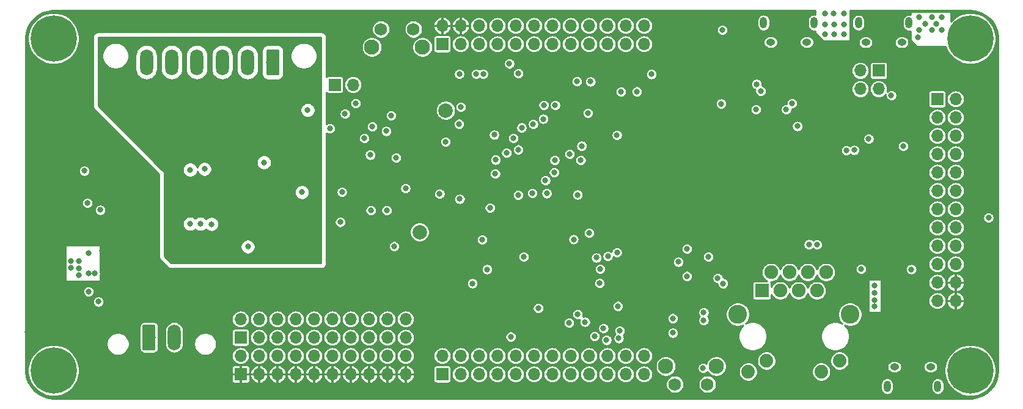
<source format=gbr>
G04 #@! TF.GenerationSoftware,KiCad,Pcbnew,(5.1.2)-1*
G04 #@! TF.CreationDate,2019-05-24T14:01:13-03:00*
G04 #@! TF.ProjectId,trololo,74726f6c-6f6c-46f2-9e6b-696361645f70,rev?*
G04 #@! TF.SameCoordinates,Original*
G04 #@! TF.FileFunction,Copper,L3,Inr*
G04 #@! TF.FilePolarity,Positive*
%FSLAX46Y46*%
G04 Gerber Fmt 4.6, Leading zero omitted, Abs format (unit mm)*
G04 Created by KiCad (PCBNEW (5.1.2)-1) date 2019-05-24 14:01:13*
%MOMM*%
%LPD*%
G04 APERTURE LIST*
%ADD10C,2.100000*%
%ADD11C,1.750000*%
%ADD12C,2.000000*%
%ADD13R,1.700000X1.700000*%
%ADD14O,1.700000X1.700000*%
%ADD15O,1.000000X1.550000*%
%ADD16O,1.250000X0.950000*%
%ADD17R,1.900000X1.900000*%
%ADD18C,1.900000*%
%ADD19C,1.890000*%
%ADD20C,2.600000*%
%ADD21C,0.100000*%
%ADD22C,1.800000*%
%ADD23O,1.800000X3.600000*%
%ADD24C,0.800000*%
%ADD25C,6.400000*%
%ADD26C,0.254000*%
G04 APERTURE END LIST*
D10*
X147810940Y-77657160D03*
D11*
X149070940Y-80147160D03*
X153570940Y-80147160D03*
D10*
X154820940Y-77657160D03*
X114101160Y-33457680D03*
D11*
X112841160Y-30967680D03*
X108341160Y-30967680D03*
D10*
X107091160Y-33457680D03*
D12*
X113713260Y-59067700D03*
X117304820Y-42224960D03*
D13*
X116840000Y-33020000D03*
D14*
X116840000Y-30480000D03*
X119380000Y-33020000D03*
X119380000Y-30480000D03*
X121920000Y-33020000D03*
X121920000Y-30480000D03*
X124460000Y-33020000D03*
X124460000Y-30480000D03*
X127000000Y-33020000D03*
X127000000Y-30480000D03*
X129540000Y-33020000D03*
X129540000Y-30480000D03*
X132080000Y-33020000D03*
X132080000Y-30480000D03*
X134620000Y-33020000D03*
X134620000Y-30480000D03*
X137160000Y-33020000D03*
X137160000Y-30480000D03*
X139700000Y-33020000D03*
X139700000Y-30480000D03*
X142240000Y-33020000D03*
X142240000Y-30480000D03*
X144780000Y-33020000D03*
X144780000Y-30480000D03*
D15*
X174503200Y-30091400D03*
X181503200Y-30091400D03*
D16*
X180503200Y-32791400D03*
X175503200Y-32791400D03*
D15*
X185491000Y-80424000D03*
X178491000Y-80424000D03*
D16*
X179491000Y-77724000D03*
X184491000Y-77724000D03*
D15*
X161346000Y-30066000D03*
X168346000Y-30066000D03*
D16*
X167346000Y-32766000D03*
X162346000Y-32766000D03*
D17*
X161112200Y-67170300D03*
D18*
X162382200Y-64630300D03*
X163652200Y-67170300D03*
X164922200Y-64630300D03*
X166192200Y-67170300D03*
X167462200Y-64630300D03*
X168732200Y-67170300D03*
X170002200Y-64630300D03*
D19*
X171882200Y-76890300D03*
X169342200Y-78410300D03*
X161772200Y-76890300D03*
X159232200Y-78410300D03*
D20*
X157782200Y-70460300D03*
X173332200Y-70460300D03*
D13*
X88900000Y-78740000D03*
D14*
X88900000Y-76200000D03*
X91440000Y-78740000D03*
X91440000Y-76200000D03*
X93980000Y-78740000D03*
X93980000Y-76200000D03*
X96520000Y-78740000D03*
X96520000Y-76200000D03*
X99060000Y-78740000D03*
X99060000Y-76200000D03*
X101600000Y-78740000D03*
X101600000Y-76200000D03*
X104140000Y-78740000D03*
X104140000Y-76200000D03*
X106680000Y-78740000D03*
X106680000Y-76200000D03*
X109220000Y-78740000D03*
X109220000Y-76200000D03*
X111760000Y-78740000D03*
X111760000Y-76200000D03*
D13*
X88900000Y-73660000D03*
D14*
X88900000Y-71120000D03*
X91440000Y-73660000D03*
X91440000Y-71120000D03*
X93980000Y-73660000D03*
X93980000Y-71120000D03*
X96520000Y-73660000D03*
X96520000Y-71120000D03*
X99060000Y-73660000D03*
X99060000Y-71120000D03*
X101600000Y-73660000D03*
X101600000Y-71120000D03*
X104140000Y-73660000D03*
X104140000Y-71120000D03*
X106680000Y-73660000D03*
X106680000Y-71120000D03*
X109220000Y-73660000D03*
X109220000Y-71120000D03*
X111760000Y-73660000D03*
X111760000Y-71120000D03*
D13*
X101942900Y-38658800D03*
D14*
X104482900Y-38658800D03*
D13*
X177302160Y-36695380D03*
D14*
X177302160Y-39235380D03*
X174762160Y-36695380D03*
X174762160Y-39235380D03*
D21*
G36*
X76874504Y-71861204D02*
G01*
X76898773Y-71864804D01*
X76922571Y-71870765D01*
X76945671Y-71879030D01*
X76967849Y-71889520D01*
X76988893Y-71902133D01*
X77008598Y-71916747D01*
X77026777Y-71933223D01*
X77043253Y-71951402D01*
X77057867Y-71971107D01*
X77070480Y-71992151D01*
X77080970Y-72014329D01*
X77089235Y-72037429D01*
X77095196Y-72061227D01*
X77098796Y-72085496D01*
X77100000Y-72110000D01*
X77100000Y-75210000D01*
X77098796Y-75234504D01*
X77095196Y-75258773D01*
X77089235Y-75282571D01*
X77080970Y-75305671D01*
X77070480Y-75327849D01*
X77057867Y-75348893D01*
X77043253Y-75368598D01*
X77026777Y-75386777D01*
X77008598Y-75403253D01*
X76988893Y-75417867D01*
X76967849Y-75430480D01*
X76945671Y-75440970D01*
X76922571Y-75449235D01*
X76898773Y-75455196D01*
X76874504Y-75458796D01*
X76850000Y-75460000D01*
X75550000Y-75460000D01*
X75525496Y-75458796D01*
X75501227Y-75455196D01*
X75477429Y-75449235D01*
X75454329Y-75440970D01*
X75432151Y-75430480D01*
X75411107Y-75417867D01*
X75391402Y-75403253D01*
X75373223Y-75386777D01*
X75356747Y-75368598D01*
X75342133Y-75348893D01*
X75329520Y-75327849D01*
X75319030Y-75305671D01*
X75310765Y-75282571D01*
X75304804Y-75258773D01*
X75301204Y-75234504D01*
X75300000Y-75210000D01*
X75300000Y-72110000D01*
X75301204Y-72085496D01*
X75304804Y-72061227D01*
X75310765Y-72037429D01*
X75319030Y-72014329D01*
X75329520Y-71992151D01*
X75342133Y-71971107D01*
X75356747Y-71951402D01*
X75373223Y-71933223D01*
X75391402Y-71916747D01*
X75411107Y-71902133D01*
X75432151Y-71889520D01*
X75454329Y-71879030D01*
X75477429Y-71870765D01*
X75501227Y-71864804D01*
X75525496Y-71861204D01*
X75550000Y-71860000D01*
X76850000Y-71860000D01*
X76874504Y-71861204D01*
X76874504Y-71861204D01*
G37*
D22*
X76200000Y-73660000D03*
D23*
X79700000Y-73660000D03*
D13*
X116840000Y-78740000D03*
D14*
X116840000Y-76200000D03*
X119380000Y-78740000D03*
X119380000Y-76200000D03*
X121920000Y-78740000D03*
X121920000Y-76200000D03*
X124460000Y-78740000D03*
X124460000Y-76200000D03*
X127000000Y-78740000D03*
X127000000Y-76200000D03*
X129540000Y-78740000D03*
X129540000Y-76200000D03*
X132080000Y-78740000D03*
X132080000Y-76200000D03*
X134620000Y-78740000D03*
X134620000Y-76200000D03*
X137160000Y-78740000D03*
X137160000Y-76200000D03*
X139700000Y-78740000D03*
X139700000Y-76200000D03*
X142240000Y-78740000D03*
X142240000Y-76200000D03*
X144780000Y-78740000D03*
X144780000Y-76200000D03*
X187960000Y-68580000D03*
X185420000Y-68580000D03*
X187960000Y-66040000D03*
X185420000Y-66040000D03*
X187960000Y-63500000D03*
X185420000Y-63500000D03*
X187960000Y-60960000D03*
X185420000Y-60960000D03*
X187960000Y-58420000D03*
X185420000Y-58420000D03*
X187960000Y-55880000D03*
X185420000Y-55880000D03*
X187960000Y-53340000D03*
X185420000Y-53340000D03*
X187960000Y-50800000D03*
X185420000Y-50800000D03*
X187960000Y-48260000D03*
X185420000Y-48260000D03*
X187960000Y-45720000D03*
X185420000Y-45720000D03*
X187960000Y-43180000D03*
X185420000Y-43180000D03*
X187960000Y-40640000D03*
D13*
X185420000Y-40640000D03*
D21*
G36*
X94034504Y-33761204D02*
G01*
X94058773Y-33764804D01*
X94082571Y-33770765D01*
X94105671Y-33779030D01*
X94127849Y-33789520D01*
X94148893Y-33802133D01*
X94168598Y-33816747D01*
X94186777Y-33833223D01*
X94203253Y-33851402D01*
X94217867Y-33871107D01*
X94230480Y-33892151D01*
X94240970Y-33914329D01*
X94249235Y-33937429D01*
X94255196Y-33961227D01*
X94258796Y-33985496D01*
X94260000Y-34010000D01*
X94260000Y-37110000D01*
X94258796Y-37134504D01*
X94255196Y-37158773D01*
X94249235Y-37182571D01*
X94240970Y-37205671D01*
X94230480Y-37227849D01*
X94217867Y-37248893D01*
X94203253Y-37268598D01*
X94186777Y-37286777D01*
X94168598Y-37303253D01*
X94148893Y-37317867D01*
X94127849Y-37330480D01*
X94105671Y-37340970D01*
X94082571Y-37349235D01*
X94058773Y-37355196D01*
X94034504Y-37358796D01*
X94010000Y-37360000D01*
X92710000Y-37360000D01*
X92685496Y-37358796D01*
X92661227Y-37355196D01*
X92637429Y-37349235D01*
X92614329Y-37340970D01*
X92592151Y-37330480D01*
X92571107Y-37317867D01*
X92551402Y-37303253D01*
X92533223Y-37286777D01*
X92516747Y-37268598D01*
X92502133Y-37248893D01*
X92489520Y-37227849D01*
X92479030Y-37205671D01*
X92470765Y-37182571D01*
X92464804Y-37158773D01*
X92461204Y-37134504D01*
X92460000Y-37110000D01*
X92460000Y-34010000D01*
X92461204Y-33985496D01*
X92464804Y-33961227D01*
X92470765Y-33937429D01*
X92479030Y-33914329D01*
X92489520Y-33892151D01*
X92502133Y-33871107D01*
X92516747Y-33851402D01*
X92533223Y-33833223D01*
X92551402Y-33816747D01*
X92571107Y-33802133D01*
X92592151Y-33789520D01*
X92614329Y-33779030D01*
X92637429Y-33770765D01*
X92661227Y-33764804D01*
X92685496Y-33761204D01*
X92710000Y-33760000D01*
X94010000Y-33760000D01*
X94034504Y-33761204D01*
X94034504Y-33761204D01*
G37*
D22*
X93360000Y-35560000D03*
D23*
X89860000Y-35560000D03*
X86360000Y-35560000D03*
X82860000Y-35560000D03*
X79360000Y-35560000D03*
X75860000Y-35560000D03*
D24*
X61294944Y-33955056D03*
X62992000Y-34658000D03*
X64689056Y-33955056D03*
X65392000Y-32258000D03*
X64689056Y-30560944D03*
X62992000Y-29858000D03*
X61294944Y-30560944D03*
X60592000Y-32258000D03*
D25*
X62992000Y-32258000D03*
X62992000Y-78232000D03*
D24*
X65392000Y-78232000D03*
X64689056Y-79929056D03*
X62992000Y-80632000D03*
X61294944Y-79929056D03*
X60592000Y-78232000D03*
X61294944Y-76534944D03*
X62992000Y-75832000D03*
X64689056Y-76534944D03*
X188294944Y-33955056D03*
X189992000Y-34658000D03*
X191689056Y-33955056D03*
X192392000Y-32258000D03*
X191689056Y-30560944D03*
X189992000Y-29858000D03*
X188294944Y-30560944D03*
X187592000Y-32258000D03*
D25*
X189992000Y-32258000D03*
X189992000Y-78232000D03*
D24*
X192392000Y-78232000D03*
X191689056Y-79929056D03*
X189992000Y-80632000D03*
X188294944Y-79929056D03*
X187592000Y-78232000D03*
X188294944Y-76534944D03*
X189992000Y-75832000D03*
X191689056Y-76534944D03*
X146080480Y-70073280D03*
X137967720Y-56436260D03*
X139629611Y-41456185D03*
X106293920Y-61153040D03*
X124741940Y-53964840D03*
X131993640Y-69565520D03*
X109166660Y-36558220D03*
X68684140Y-57914540D03*
X70520560Y-57914540D03*
X72425560Y-57937400D03*
X74442320Y-57942480D03*
X71120000Y-66116200D03*
X69761100Y-64693800D03*
X71132700Y-63271400D03*
X69697600Y-61620400D03*
X74422000Y-53340000D03*
X74422000Y-63500000D03*
X74422000Y-61976000D03*
X61976000Y-53340000D03*
X59436000Y-53340000D03*
X68326000Y-53340000D03*
X71374000Y-53340000D03*
X65278000Y-53340000D03*
X59349000Y-72898000D03*
X59436000Y-61976000D03*
X59436000Y-57658000D03*
X59436000Y-67056000D03*
X59436000Y-64516000D03*
X59436000Y-69850000D03*
X59436000Y-59690000D03*
X59436000Y-55626000D03*
X63246000Y-72898000D03*
X63497420Y-69085420D03*
X63497420Y-71117420D03*
X60960000Y-72898000D03*
X62230000Y-67564000D03*
X106845098Y-52438300D03*
X137831260Y-68569140D03*
X135582420Y-68582300D03*
X153451560Y-31074360D03*
X111770160Y-55316120D03*
X122547620Y-39024800D03*
X121513360Y-39024800D03*
X119220220Y-39032420D03*
X123766080Y-57190140D03*
X69761100Y-67386200D03*
X115189000Y-39370000D03*
X124124720Y-46682662D03*
X120629440Y-51516040D03*
X174086398Y-45151160D03*
X166030750Y-42384980D03*
X153629360Y-41287700D03*
X180670200Y-45189140D03*
X117302280Y-46548040D03*
X135590280Y-53901340D03*
X124035820Y-45587920D03*
X148778200Y-71015860D03*
X148778200Y-73019920D03*
X141183360Y-69319140D03*
X137021094Y-42568970D03*
X141607540Y-39616140D03*
X143809720Y-39601140D03*
X137190480Y-59174620D03*
X119265700Y-54477920D03*
X103359504Y-42679482D03*
X130136900Y-69598540D03*
X181838600Y-64231520D03*
X141043660Y-61882020D03*
X69446140Y-56007000D03*
X67688460Y-55039260D03*
X67818000Y-61976000D03*
X67830700Y-67297300D03*
X65405000Y-63982600D03*
X67840620Y-64747380D03*
X68732400Y-64744600D03*
X66506720Y-65065280D03*
X123451620Y-55694580D03*
X134414260Y-71645780D03*
X135600200Y-70457300D03*
X136624060Y-71513700D03*
X141433360Y-72728900D03*
X150746460Y-65173860D03*
X149563060Y-63200520D03*
X155646120Y-31074360D03*
X160378140Y-38580060D03*
X160957260Y-39540180D03*
X167640000Y-60764420D03*
X168750692Y-60811968D03*
X179049680Y-40147240D03*
X110454440Y-48780700D03*
X111749840Y-53022500D03*
X122512060Y-37149800D03*
X121531620Y-37149800D03*
X119204980Y-37157420D03*
X69189600Y-68707000D03*
X66522600Y-64058800D03*
X66522600Y-63042800D03*
X65405000Y-63093600D03*
X106849760Y-48378960D03*
X101269800Y-44729400D03*
X104835960Y-41221660D03*
X175921722Y-46134673D03*
X124180600Y-50990500D03*
X109743000Y-42911000D03*
X109093000Y-45085000D03*
X119413020Y-41744900D03*
X128135380Y-62501780D03*
X150749000Y-61386720D03*
X67256660Y-50591720D03*
X166032180Y-44404280D03*
X192529260Y-57061100D03*
X102943660Y-53533040D03*
X110185200Y-61023500D03*
X155501340Y-41292780D03*
X180710840Y-47155100D03*
X122384820Y-60111640D03*
X102704900Y-57685940D03*
X138653520Y-66146680D03*
X121032110Y-66174665D03*
X138709400Y-64160400D03*
X123058389Y-64231059D03*
X137937670Y-73484310D03*
X126329440Y-73553320D03*
X139174913Y-72377796D03*
X135041640Y-60078620D03*
X138176000Y-62611000D03*
X139603480Y-74033380D03*
X141287492Y-73787000D03*
X139776198Y-62382400D03*
X106941620Y-56073040D03*
X109141260Y-56062880D03*
X126139367Y-35760233D03*
X127381000Y-37084000D03*
X136144000Y-47134780D03*
X125737620Y-48107600D03*
X141038580Y-45633640D03*
X153723340Y-62478920D03*
X172819074Y-47751160D03*
X173913800Y-47713900D03*
X160294320Y-42092880D03*
X164495480Y-42097960D03*
X145806160Y-37203380D03*
X165308280Y-41236900D03*
X176735740Y-66438780D03*
X176735740Y-69347080D03*
X176735740Y-67497960D03*
X176735740Y-68473320D03*
X182753000Y-32131000D03*
X184658000Y-31115000D03*
X184658000Y-29337000D03*
X182880000Y-31115000D03*
X182880000Y-29337000D03*
X183769000Y-30226000D03*
X186055000Y-31115000D03*
X186055000Y-29337000D03*
X185293000Y-30226000D03*
X171173140Y-31635700D03*
X172509180Y-31635700D03*
X169857420Y-31658560D03*
X169903140Y-28829000D03*
X172509180Y-28806140D03*
X171084240Y-28829000D03*
X171173140Y-30299660D03*
X172486320Y-30276800D03*
X169857420Y-30276800D03*
X107155979Y-44450000D03*
X106056186Y-46084941D03*
X153055320Y-71264000D03*
X153055320Y-70214000D03*
X155755732Y-66182632D03*
X155013268Y-65440168D03*
X174876460Y-64190880D03*
X130822700Y-43402511D03*
X129443480Y-44127511D03*
X127835660Y-44594780D03*
X126682500Y-46073060D03*
X127370840Y-47645320D03*
X119171720Y-44091860D03*
X116476780Y-53784500D03*
X124218700Y-49055020D03*
X127351370Y-53952990D03*
X129313938Y-53662580D03*
X131307840Y-53710840D03*
X131135120Y-51925220D03*
X132341620Y-50787300D03*
X132417820Y-49095660D03*
X134495540Y-48280320D03*
X136032240Y-49096228D03*
X137388600Y-38227000D03*
X135518740Y-38210376D03*
X132483860Y-41502490D03*
X130900010Y-41471680D03*
X97403920Y-53540660D03*
X84879180Y-57967880D03*
X81922620Y-57937400D03*
X83365340Y-57937400D03*
X89916000Y-61087000D03*
X92146120Y-49425860D03*
X98191320Y-42169080D03*
X83898740Y-50322480D03*
X81904840Y-50441860D03*
X97309940Y-61153040D03*
X93451680Y-52392580D03*
X80601820Y-53266340D03*
X82931240Y-53284360D03*
X85298520Y-53276740D03*
X86144100Y-54122320D03*
X87049360Y-55027580D03*
X87039200Y-57629040D03*
X87039200Y-58497720D03*
X88767920Y-56164480D03*
X87068660Y-61188600D03*
X152976580Y-77896720D03*
D26*
G36*
X168529000Y-28925871D02*
G01*
X168518706Y-28922748D01*
X168346000Y-28905738D01*
X168173295Y-28922748D01*
X168007226Y-28973125D01*
X167854176Y-29054932D01*
X167720026Y-29165025D01*
X167609933Y-29299175D01*
X167528125Y-29452225D01*
X167477748Y-29618294D01*
X167465000Y-29747727D01*
X167465000Y-30384272D01*
X167477748Y-30513705D01*
X167528125Y-30679774D01*
X167609932Y-30832824D01*
X167720025Y-30966975D01*
X167854175Y-31077068D01*
X168007225Y-31158875D01*
X168173294Y-31209252D01*
X168346000Y-31226262D01*
X168518705Y-31209252D01*
X168529000Y-31206129D01*
X168529000Y-31496000D01*
X168531440Y-31520776D01*
X168538667Y-31544601D01*
X168550403Y-31566557D01*
X168566197Y-31585803D01*
X169582197Y-32601803D01*
X169601443Y-32617597D01*
X169623399Y-32629333D01*
X169647224Y-32636560D01*
X169672000Y-32639000D01*
X173228000Y-32639000D01*
X173252776Y-32636560D01*
X173276601Y-32629333D01*
X173298557Y-32617597D01*
X173317803Y-32601803D01*
X173333597Y-32582557D01*
X173345333Y-32560601D01*
X173352560Y-32536776D01*
X173355000Y-32512000D01*
X173355000Y-29773127D01*
X173622200Y-29773127D01*
X173622200Y-30409672D01*
X173634948Y-30539105D01*
X173685325Y-30705174D01*
X173767132Y-30858224D01*
X173877225Y-30992375D01*
X174011375Y-31102468D01*
X174164425Y-31184275D01*
X174330494Y-31234652D01*
X174503200Y-31251662D01*
X174675905Y-31234652D01*
X174841974Y-31184275D01*
X174995024Y-31102468D01*
X175129175Y-30992375D01*
X175239268Y-30858225D01*
X175321075Y-30705175D01*
X175371452Y-30539106D01*
X175384200Y-30409673D01*
X175384200Y-29773127D01*
X180622200Y-29773127D01*
X180622200Y-30409672D01*
X180634948Y-30539105D01*
X180685325Y-30705174D01*
X180767132Y-30858224D01*
X180877225Y-30992375D01*
X181011375Y-31102468D01*
X181164425Y-31184275D01*
X181330494Y-31234652D01*
X181503200Y-31251662D01*
X181675905Y-31234652D01*
X181737000Y-31216119D01*
X181737000Y-32512000D01*
X181739440Y-32536776D01*
X181746667Y-32560601D01*
X181758403Y-32582557D01*
X181774197Y-32601803D01*
X182536197Y-33363803D01*
X182555443Y-33379597D01*
X182577399Y-33391333D01*
X182601224Y-33398560D01*
X182626000Y-33401000D01*
X186589400Y-33401000D01*
X186818559Y-33954240D01*
X187210456Y-34540754D01*
X187709246Y-35039544D01*
X188295760Y-35431441D01*
X188947461Y-35701384D01*
X189639302Y-35839000D01*
X190344698Y-35839000D01*
X191036539Y-35701384D01*
X191688240Y-35431441D01*
X192274754Y-35039544D01*
X192773544Y-34540754D01*
X193165441Y-33954240D01*
X193435384Y-33302539D01*
X193573000Y-32610698D01*
X193573000Y-31905302D01*
X193435384Y-31213461D01*
X193165441Y-30561760D01*
X192773544Y-29975246D01*
X192274754Y-29476456D01*
X191688240Y-29084559D01*
X191036539Y-28814616D01*
X190344698Y-28677000D01*
X189639302Y-28677000D01*
X188947461Y-28814616D01*
X188295760Y-29084559D01*
X187709246Y-29476456D01*
X187325000Y-29860702D01*
X187325000Y-28702000D01*
X187322560Y-28677224D01*
X187315333Y-28653399D01*
X187303597Y-28631443D01*
X187287803Y-28612197D01*
X187268557Y-28596403D01*
X187246601Y-28584667D01*
X187222776Y-28577440D01*
X187198000Y-28575000D01*
X186227442Y-28575000D01*
X186131922Y-28556000D01*
X185978078Y-28556000D01*
X185882558Y-28575000D01*
X184830442Y-28575000D01*
X184734922Y-28556000D01*
X184581078Y-28556000D01*
X184485558Y-28575000D01*
X183052442Y-28575000D01*
X182956922Y-28556000D01*
X182803078Y-28556000D01*
X182707558Y-28575000D01*
X181864000Y-28575000D01*
X181839224Y-28577440D01*
X181815399Y-28584667D01*
X181793443Y-28596403D01*
X181774197Y-28612197D01*
X181758403Y-28631443D01*
X181746667Y-28653399D01*
X181739440Y-28677224D01*
X181737000Y-28702000D01*
X181737000Y-28966681D01*
X181675906Y-28948148D01*
X181503200Y-28931138D01*
X181330495Y-28948148D01*
X181164426Y-28998525D01*
X181011376Y-29080332D01*
X180877226Y-29190425D01*
X180767133Y-29324575D01*
X180685325Y-29477625D01*
X180634948Y-29643694D01*
X180622200Y-29773127D01*
X175384200Y-29773127D01*
X175371452Y-29643694D01*
X175321075Y-29477625D01*
X175239268Y-29324575D01*
X175129175Y-29190425D01*
X174995025Y-29080332D01*
X174841975Y-28998525D01*
X174675906Y-28948148D01*
X174503200Y-28931138D01*
X174330495Y-28948148D01*
X174164426Y-28998525D01*
X174011376Y-29080332D01*
X173877226Y-29190425D01*
X173767133Y-29324575D01*
X173685325Y-29477625D01*
X173634948Y-29643694D01*
X173622200Y-29773127D01*
X173355000Y-29773127D01*
X173355000Y-28396000D01*
X189970293Y-28396000D01*
X190721898Y-28467709D01*
X191425452Y-28674109D01*
X192077292Y-29009829D01*
X192653882Y-29462747D01*
X193134429Y-30016529D01*
X193501589Y-30651189D01*
X193742111Y-31343824D01*
X193849648Y-32085490D01*
X193854000Y-32263576D01*
X193854001Y-78210282D01*
X193782291Y-78961898D01*
X193575890Y-79665452D01*
X193240172Y-80317290D01*
X192787253Y-80893882D01*
X192233471Y-81374429D01*
X191598814Y-81741588D01*
X190906181Y-81982110D01*
X190164510Y-82089648D01*
X189986424Y-82094000D01*
X63013708Y-82094000D01*
X62262102Y-82022291D01*
X61558548Y-81815890D01*
X60906710Y-81480172D01*
X60330118Y-81027253D01*
X59849571Y-80473471D01*
X59482412Y-79838814D01*
X59241890Y-79146181D01*
X59134352Y-78404510D01*
X59130000Y-78226424D01*
X59130000Y-77879302D01*
X59411000Y-77879302D01*
X59411000Y-78584698D01*
X59548616Y-79276539D01*
X59818559Y-79928240D01*
X60210456Y-80514754D01*
X60709246Y-81013544D01*
X61295760Y-81405441D01*
X61947461Y-81675384D01*
X62639302Y-81813000D01*
X63344698Y-81813000D01*
X64036539Y-81675384D01*
X64688240Y-81405441D01*
X65274754Y-81013544D01*
X65773544Y-80514754D01*
X66101820Y-80023455D01*
X147814940Y-80023455D01*
X147814940Y-80270865D01*
X147863208Y-80513522D01*
X147957887Y-80742099D01*
X148095341Y-80947813D01*
X148270287Y-81122759D01*
X148476001Y-81260213D01*
X148704578Y-81354892D01*
X148947235Y-81403160D01*
X149194645Y-81403160D01*
X149437302Y-81354892D01*
X149665879Y-81260213D01*
X149871593Y-81122759D01*
X150046539Y-80947813D01*
X150183993Y-80742099D01*
X150278672Y-80513522D01*
X150326940Y-80270865D01*
X150326940Y-80023455D01*
X152314940Y-80023455D01*
X152314940Y-80270865D01*
X152363208Y-80513522D01*
X152457887Y-80742099D01*
X152595341Y-80947813D01*
X152770287Y-81122759D01*
X152976001Y-81260213D01*
X153204578Y-81354892D01*
X153447235Y-81403160D01*
X153694645Y-81403160D01*
X153937302Y-81354892D01*
X154165879Y-81260213D01*
X154371593Y-81122759D01*
X154546539Y-80947813D01*
X154683993Y-80742099D01*
X154778672Y-80513522D01*
X154826940Y-80270865D01*
X154826940Y-80105728D01*
X177610000Y-80105728D01*
X177610000Y-80742273D01*
X177622748Y-80871706D01*
X177673125Y-81037775D01*
X177754933Y-81190825D01*
X177865026Y-81324975D01*
X177999176Y-81435068D01*
X178152226Y-81516875D01*
X178318295Y-81567252D01*
X178491000Y-81584262D01*
X178663706Y-81567252D01*
X178829775Y-81516875D01*
X178982825Y-81435068D01*
X179116975Y-81324975D01*
X179227068Y-81190825D01*
X179308875Y-81037775D01*
X179359252Y-80871706D01*
X179372000Y-80742273D01*
X179372000Y-80105728D01*
X184610000Y-80105728D01*
X184610000Y-80742273D01*
X184622748Y-80871706D01*
X184673125Y-81037775D01*
X184754933Y-81190825D01*
X184865026Y-81324975D01*
X184999176Y-81435068D01*
X185152226Y-81516875D01*
X185318295Y-81567252D01*
X185491000Y-81584262D01*
X185663706Y-81567252D01*
X185829775Y-81516875D01*
X185982825Y-81435068D01*
X186116975Y-81324975D01*
X186227068Y-81190825D01*
X186308875Y-81037775D01*
X186359252Y-80871706D01*
X186372000Y-80742273D01*
X186372000Y-80105727D01*
X186359252Y-79976294D01*
X186308875Y-79810225D01*
X186227068Y-79657175D01*
X186116975Y-79523025D01*
X185982824Y-79412932D01*
X185829774Y-79331125D01*
X185663705Y-79280748D01*
X185491000Y-79263738D01*
X185318294Y-79280748D01*
X185152225Y-79331125D01*
X184999175Y-79412932D01*
X184865025Y-79523025D01*
X184754932Y-79657176D01*
X184673125Y-79810226D01*
X184622748Y-79976295D01*
X184610000Y-80105728D01*
X179372000Y-80105728D01*
X179372000Y-80105727D01*
X179359252Y-79976294D01*
X179308875Y-79810225D01*
X179227068Y-79657175D01*
X179116975Y-79523025D01*
X178982824Y-79412932D01*
X178829774Y-79331125D01*
X178663705Y-79280748D01*
X178491000Y-79263738D01*
X178318294Y-79280748D01*
X178152225Y-79331125D01*
X177999175Y-79412932D01*
X177865025Y-79523025D01*
X177754932Y-79657176D01*
X177673125Y-79810226D01*
X177622748Y-79976295D01*
X177610000Y-80105728D01*
X154826940Y-80105728D01*
X154826940Y-80023455D01*
X154778672Y-79780798D01*
X154683993Y-79552221D01*
X154546539Y-79346507D01*
X154371593Y-79171561D01*
X154165879Y-79034107D01*
X153937302Y-78939428D01*
X153694645Y-78891160D01*
X153447235Y-78891160D01*
X153204578Y-78939428D01*
X152976001Y-79034107D01*
X152770287Y-79171561D01*
X152595341Y-79346507D01*
X152457887Y-79552221D01*
X152363208Y-79780798D01*
X152314940Y-80023455D01*
X150326940Y-80023455D01*
X150278672Y-79780798D01*
X150183993Y-79552221D01*
X150046539Y-79346507D01*
X149871593Y-79171561D01*
X149665879Y-79034107D01*
X149437302Y-78939428D01*
X149194645Y-78891160D01*
X148947235Y-78891160D01*
X148704578Y-78939428D01*
X148476001Y-79034107D01*
X148270287Y-79171561D01*
X148095341Y-79346507D01*
X147957887Y-79552221D01*
X147863208Y-79780798D01*
X147814940Y-80023455D01*
X66101820Y-80023455D01*
X66165441Y-79928240D01*
X66305544Y-79590000D01*
X87620934Y-79590000D01*
X87629178Y-79673707D01*
X87653595Y-79754196D01*
X87693245Y-79828376D01*
X87746605Y-79893395D01*
X87811624Y-79946755D01*
X87885804Y-79986405D01*
X87966293Y-80010822D01*
X88050000Y-80019066D01*
X88770250Y-80017000D01*
X88877000Y-79910250D01*
X88877000Y-78763000D01*
X88923000Y-78763000D01*
X88923000Y-79910250D01*
X89029750Y-80017000D01*
X89750000Y-80019066D01*
X89833707Y-80010822D01*
X89914196Y-79986405D01*
X89988376Y-79946755D01*
X90053395Y-79893395D01*
X90106755Y-79828376D01*
X90146405Y-79754196D01*
X90170822Y-79673707D01*
X90179066Y-79590000D01*
X90177266Y-78962451D01*
X90182523Y-78962451D01*
X90250083Y-79203498D01*
X90363371Y-79426733D01*
X90518033Y-79623578D01*
X90708126Y-79786467D01*
X90926344Y-79909141D01*
X91164302Y-79986886D01*
X91217549Y-79997476D01*
X91417000Y-79910024D01*
X91417000Y-78763000D01*
X91463000Y-78763000D01*
X91463000Y-79910024D01*
X91662451Y-79997476D01*
X91715698Y-79986886D01*
X91953656Y-79909141D01*
X92171874Y-79786467D01*
X92361967Y-79623578D01*
X92516629Y-79426733D01*
X92629917Y-79203498D01*
X92697477Y-78962451D01*
X92722523Y-78962451D01*
X92790083Y-79203498D01*
X92903371Y-79426733D01*
X93058033Y-79623578D01*
X93248126Y-79786467D01*
X93466344Y-79909141D01*
X93704302Y-79986886D01*
X93757549Y-79997476D01*
X93957000Y-79910024D01*
X93957000Y-78763000D01*
X94003000Y-78763000D01*
X94003000Y-79910024D01*
X94202451Y-79997476D01*
X94255698Y-79986886D01*
X94493656Y-79909141D01*
X94711874Y-79786467D01*
X94901967Y-79623578D01*
X95056629Y-79426733D01*
X95169917Y-79203498D01*
X95237477Y-78962451D01*
X95262523Y-78962451D01*
X95330083Y-79203498D01*
X95443371Y-79426733D01*
X95598033Y-79623578D01*
X95788126Y-79786467D01*
X96006344Y-79909141D01*
X96244302Y-79986886D01*
X96297549Y-79997476D01*
X96497000Y-79910024D01*
X96497000Y-78763000D01*
X96543000Y-78763000D01*
X96543000Y-79910024D01*
X96742451Y-79997476D01*
X96795698Y-79986886D01*
X97033656Y-79909141D01*
X97251874Y-79786467D01*
X97441967Y-79623578D01*
X97596629Y-79426733D01*
X97709917Y-79203498D01*
X97777477Y-78962451D01*
X97802523Y-78962451D01*
X97870083Y-79203498D01*
X97983371Y-79426733D01*
X98138033Y-79623578D01*
X98328126Y-79786467D01*
X98546344Y-79909141D01*
X98784302Y-79986886D01*
X98837549Y-79997476D01*
X99037000Y-79910024D01*
X99037000Y-78763000D01*
X99083000Y-78763000D01*
X99083000Y-79910024D01*
X99282451Y-79997476D01*
X99335698Y-79986886D01*
X99573656Y-79909141D01*
X99791874Y-79786467D01*
X99981967Y-79623578D01*
X100136629Y-79426733D01*
X100249917Y-79203498D01*
X100317477Y-78962451D01*
X100342523Y-78962451D01*
X100410083Y-79203498D01*
X100523371Y-79426733D01*
X100678033Y-79623578D01*
X100868126Y-79786467D01*
X101086344Y-79909141D01*
X101324302Y-79986886D01*
X101377549Y-79997476D01*
X101577000Y-79910024D01*
X101577000Y-78763000D01*
X101623000Y-78763000D01*
X101623000Y-79910024D01*
X101822451Y-79997476D01*
X101875698Y-79986886D01*
X102113656Y-79909141D01*
X102331874Y-79786467D01*
X102521967Y-79623578D01*
X102676629Y-79426733D01*
X102789917Y-79203498D01*
X102857477Y-78962451D01*
X102882523Y-78962451D01*
X102950083Y-79203498D01*
X103063371Y-79426733D01*
X103218033Y-79623578D01*
X103408126Y-79786467D01*
X103626344Y-79909141D01*
X103864302Y-79986886D01*
X103917549Y-79997476D01*
X104117000Y-79910024D01*
X104117000Y-78763000D01*
X104163000Y-78763000D01*
X104163000Y-79910024D01*
X104362451Y-79997476D01*
X104415698Y-79986886D01*
X104653656Y-79909141D01*
X104871874Y-79786467D01*
X105061967Y-79623578D01*
X105216629Y-79426733D01*
X105329917Y-79203498D01*
X105397477Y-78962451D01*
X105422523Y-78962451D01*
X105490083Y-79203498D01*
X105603371Y-79426733D01*
X105758033Y-79623578D01*
X105948126Y-79786467D01*
X106166344Y-79909141D01*
X106404302Y-79986886D01*
X106457549Y-79997476D01*
X106657000Y-79910024D01*
X106657000Y-78763000D01*
X106703000Y-78763000D01*
X106703000Y-79910024D01*
X106902451Y-79997476D01*
X106955698Y-79986886D01*
X107193656Y-79909141D01*
X107411874Y-79786467D01*
X107601967Y-79623578D01*
X107756629Y-79426733D01*
X107869917Y-79203498D01*
X107937477Y-78962451D01*
X107962523Y-78962451D01*
X108030083Y-79203498D01*
X108143371Y-79426733D01*
X108298033Y-79623578D01*
X108488126Y-79786467D01*
X108706344Y-79909141D01*
X108944302Y-79986886D01*
X108997549Y-79997476D01*
X109197000Y-79910024D01*
X109197000Y-78763000D01*
X109243000Y-78763000D01*
X109243000Y-79910024D01*
X109442451Y-79997476D01*
X109495698Y-79986886D01*
X109733656Y-79909141D01*
X109951874Y-79786467D01*
X110141967Y-79623578D01*
X110296629Y-79426733D01*
X110409917Y-79203498D01*
X110477477Y-78962451D01*
X110502523Y-78962451D01*
X110570083Y-79203498D01*
X110683371Y-79426733D01*
X110838033Y-79623578D01*
X111028126Y-79786467D01*
X111246344Y-79909141D01*
X111484302Y-79986886D01*
X111537549Y-79997476D01*
X111737000Y-79910024D01*
X111737000Y-78763000D01*
X111783000Y-78763000D01*
X111783000Y-79910024D01*
X111982451Y-79997476D01*
X112035698Y-79986886D01*
X112273656Y-79909141D01*
X112491874Y-79786467D01*
X112681967Y-79623578D01*
X112836629Y-79426733D01*
X112949917Y-79203498D01*
X113017477Y-78962451D01*
X112930044Y-78763000D01*
X111783000Y-78763000D01*
X111737000Y-78763000D01*
X110589956Y-78763000D01*
X110502523Y-78962451D01*
X110477477Y-78962451D01*
X110390044Y-78763000D01*
X109243000Y-78763000D01*
X109197000Y-78763000D01*
X108049956Y-78763000D01*
X107962523Y-78962451D01*
X107937477Y-78962451D01*
X107850044Y-78763000D01*
X106703000Y-78763000D01*
X106657000Y-78763000D01*
X105509956Y-78763000D01*
X105422523Y-78962451D01*
X105397477Y-78962451D01*
X105310044Y-78763000D01*
X104163000Y-78763000D01*
X104117000Y-78763000D01*
X102969956Y-78763000D01*
X102882523Y-78962451D01*
X102857477Y-78962451D01*
X102770044Y-78763000D01*
X101623000Y-78763000D01*
X101577000Y-78763000D01*
X100429956Y-78763000D01*
X100342523Y-78962451D01*
X100317477Y-78962451D01*
X100230044Y-78763000D01*
X99083000Y-78763000D01*
X99037000Y-78763000D01*
X97889956Y-78763000D01*
X97802523Y-78962451D01*
X97777477Y-78962451D01*
X97690044Y-78763000D01*
X96543000Y-78763000D01*
X96497000Y-78763000D01*
X95349956Y-78763000D01*
X95262523Y-78962451D01*
X95237477Y-78962451D01*
X95150044Y-78763000D01*
X94003000Y-78763000D01*
X93957000Y-78763000D01*
X92809956Y-78763000D01*
X92722523Y-78962451D01*
X92697477Y-78962451D01*
X92610044Y-78763000D01*
X91463000Y-78763000D01*
X91417000Y-78763000D01*
X90269956Y-78763000D01*
X90182523Y-78962451D01*
X90177266Y-78962451D01*
X90177000Y-78869750D01*
X90070250Y-78763000D01*
X88923000Y-78763000D01*
X88877000Y-78763000D01*
X87729750Y-78763000D01*
X87623000Y-78869750D01*
X87620934Y-79590000D01*
X66305544Y-79590000D01*
X66435384Y-79276539D01*
X66573000Y-78584698D01*
X66573000Y-77890000D01*
X87620934Y-77890000D01*
X87623000Y-78610250D01*
X87729750Y-78717000D01*
X88877000Y-78717000D01*
X88877000Y-77569750D01*
X88923000Y-77569750D01*
X88923000Y-78717000D01*
X90070250Y-78717000D01*
X90177000Y-78610250D01*
X90177265Y-78517549D01*
X90182523Y-78517549D01*
X90269956Y-78717000D01*
X91417000Y-78717000D01*
X91417000Y-77569976D01*
X91463000Y-77569976D01*
X91463000Y-78717000D01*
X92610044Y-78717000D01*
X92697477Y-78517549D01*
X92722523Y-78517549D01*
X92809956Y-78717000D01*
X93957000Y-78717000D01*
X93957000Y-77569976D01*
X94003000Y-77569976D01*
X94003000Y-78717000D01*
X95150044Y-78717000D01*
X95237477Y-78517549D01*
X95262523Y-78517549D01*
X95349956Y-78717000D01*
X96497000Y-78717000D01*
X96497000Y-77569976D01*
X96543000Y-77569976D01*
X96543000Y-78717000D01*
X97690044Y-78717000D01*
X97777477Y-78517549D01*
X97802523Y-78517549D01*
X97889956Y-78717000D01*
X99037000Y-78717000D01*
X99037000Y-77569976D01*
X99083000Y-77569976D01*
X99083000Y-78717000D01*
X100230044Y-78717000D01*
X100317477Y-78517549D01*
X100342523Y-78517549D01*
X100429956Y-78717000D01*
X101577000Y-78717000D01*
X101577000Y-77569976D01*
X101623000Y-77569976D01*
X101623000Y-78717000D01*
X102770044Y-78717000D01*
X102857477Y-78517549D01*
X102882523Y-78517549D01*
X102969956Y-78717000D01*
X104117000Y-78717000D01*
X104117000Y-77569976D01*
X104163000Y-77569976D01*
X104163000Y-78717000D01*
X105310044Y-78717000D01*
X105397477Y-78517549D01*
X105422523Y-78517549D01*
X105509956Y-78717000D01*
X106657000Y-78717000D01*
X106657000Y-77569976D01*
X106703000Y-77569976D01*
X106703000Y-78717000D01*
X107850044Y-78717000D01*
X107937477Y-78517549D01*
X107962523Y-78517549D01*
X108049956Y-78717000D01*
X109197000Y-78717000D01*
X109197000Y-77569976D01*
X109243000Y-77569976D01*
X109243000Y-78717000D01*
X110390044Y-78717000D01*
X110477477Y-78517549D01*
X110502523Y-78517549D01*
X110589956Y-78717000D01*
X111737000Y-78717000D01*
X111737000Y-77569976D01*
X111783000Y-77569976D01*
X111783000Y-78717000D01*
X112930044Y-78717000D01*
X113017477Y-78517549D01*
X112949917Y-78276502D01*
X112836629Y-78053267D01*
X112708350Y-77890000D01*
X115607157Y-77890000D01*
X115607157Y-79590000D01*
X115614513Y-79664689D01*
X115636299Y-79736508D01*
X115671678Y-79802696D01*
X115719289Y-79860711D01*
X115777304Y-79908322D01*
X115843492Y-79943701D01*
X115915311Y-79965487D01*
X115990000Y-79972843D01*
X117690000Y-79972843D01*
X117764689Y-79965487D01*
X117836508Y-79943701D01*
X117902696Y-79908322D01*
X117960711Y-79860711D01*
X118008322Y-79802696D01*
X118043701Y-79736508D01*
X118065487Y-79664689D01*
X118072843Y-79590000D01*
X118072843Y-78740000D01*
X118143044Y-78740000D01*
X118166812Y-78981318D01*
X118237202Y-79213363D01*
X118351509Y-79427216D01*
X118505340Y-79614660D01*
X118692784Y-79768491D01*
X118906637Y-79882798D01*
X119138682Y-79953188D01*
X119319528Y-79971000D01*
X119440472Y-79971000D01*
X119621318Y-79953188D01*
X119853363Y-79882798D01*
X120067216Y-79768491D01*
X120254660Y-79614660D01*
X120408491Y-79427216D01*
X120522798Y-79213363D01*
X120593188Y-78981318D01*
X120616956Y-78740000D01*
X120683044Y-78740000D01*
X120706812Y-78981318D01*
X120777202Y-79213363D01*
X120891509Y-79427216D01*
X121045340Y-79614660D01*
X121232784Y-79768491D01*
X121446637Y-79882798D01*
X121678682Y-79953188D01*
X121859528Y-79971000D01*
X121980472Y-79971000D01*
X122161318Y-79953188D01*
X122393363Y-79882798D01*
X122607216Y-79768491D01*
X122794660Y-79614660D01*
X122948491Y-79427216D01*
X123062798Y-79213363D01*
X123133188Y-78981318D01*
X123156956Y-78740000D01*
X123223044Y-78740000D01*
X123246812Y-78981318D01*
X123317202Y-79213363D01*
X123431509Y-79427216D01*
X123585340Y-79614660D01*
X123772784Y-79768491D01*
X123986637Y-79882798D01*
X124218682Y-79953188D01*
X124399528Y-79971000D01*
X124520472Y-79971000D01*
X124701318Y-79953188D01*
X124933363Y-79882798D01*
X125147216Y-79768491D01*
X125334660Y-79614660D01*
X125488491Y-79427216D01*
X125602798Y-79213363D01*
X125673188Y-78981318D01*
X125696956Y-78740000D01*
X125763044Y-78740000D01*
X125786812Y-78981318D01*
X125857202Y-79213363D01*
X125971509Y-79427216D01*
X126125340Y-79614660D01*
X126312784Y-79768491D01*
X126526637Y-79882798D01*
X126758682Y-79953188D01*
X126939528Y-79971000D01*
X127060472Y-79971000D01*
X127241318Y-79953188D01*
X127473363Y-79882798D01*
X127687216Y-79768491D01*
X127874660Y-79614660D01*
X128028491Y-79427216D01*
X128142798Y-79213363D01*
X128213188Y-78981318D01*
X128236956Y-78740000D01*
X128303044Y-78740000D01*
X128326812Y-78981318D01*
X128397202Y-79213363D01*
X128511509Y-79427216D01*
X128665340Y-79614660D01*
X128852784Y-79768491D01*
X129066637Y-79882798D01*
X129298682Y-79953188D01*
X129479528Y-79971000D01*
X129600472Y-79971000D01*
X129781318Y-79953188D01*
X130013363Y-79882798D01*
X130227216Y-79768491D01*
X130414660Y-79614660D01*
X130568491Y-79427216D01*
X130682798Y-79213363D01*
X130753188Y-78981318D01*
X130776956Y-78740000D01*
X130843044Y-78740000D01*
X130866812Y-78981318D01*
X130937202Y-79213363D01*
X131051509Y-79427216D01*
X131205340Y-79614660D01*
X131392784Y-79768491D01*
X131606637Y-79882798D01*
X131838682Y-79953188D01*
X132019528Y-79971000D01*
X132140472Y-79971000D01*
X132321318Y-79953188D01*
X132553363Y-79882798D01*
X132767216Y-79768491D01*
X132954660Y-79614660D01*
X133108491Y-79427216D01*
X133222798Y-79213363D01*
X133293188Y-78981318D01*
X133316956Y-78740000D01*
X133383044Y-78740000D01*
X133406812Y-78981318D01*
X133477202Y-79213363D01*
X133591509Y-79427216D01*
X133745340Y-79614660D01*
X133932784Y-79768491D01*
X134146637Y-79882798D01*
X134378682Y-79953188D01*
X134559528Y-79971000D01*
X134680472Y-79971000D01*
X134861318Y-79953188D01*
X135093363Y-79882798D01*
X135307216Y-79768491D01*
X135494660Y-79614660D01*
X135648491Y-79427216D01*
X135762798Y-79213363D01*
X135833188Y-78981318D01*
X135856956Y-78740000D01*
X135923044Y-78740000D01*
X135946812Y-78981318D01*
X136017202Y-79213363D01*
X136131509Y-79427216D01*
X136285340Y-79614660D01*
X136472784Y-79768491D01*
X136686637Y-79882798D01*
X136918682Y-79953188D01*
X137099528Y-79971000D01*
X137220472Y-79971000D01*
X137401318Y-79953188D01*
X137633363Y-79882798D01*
X137847216Y-79768491D01*
X138034660Y-79614660D01*
X138188491Y-79427216D01*
X138302798Y-79213363D01*
X138373188Y-78981318D01*
X138396956Y-78740000D01*
X138463044Y-78740000D01*
X138486812Y-78981318D01*
X138557202Y-79213363D01*
X138671509Y-79427216D01*
X138825340Y-79614660D01*
X139012784Y-79768491D01*
X139226637Y-79882798D01*
X139458682Y-79953188D01*
X139639528Y-79971000D01*
X139760472Y-79971000D01*
X139941318Y-79953188D01*
X140173363Y-79882798D01*
X140387216Y-79768491D01*
X140574660Y-79614660D01*
X140728491Y-79427216D01*
X140842798Y-79213363D01*
X140913188Y-78981318D01*
X140936956Y-78740000D01*
X141003044Y-78740000D01*
X141026812Y-78981318D01*
X141097202Y-79213363D01*
X141211509Y-79427216D01*
X141365340Y-79614660D01*
X141552784Y-79768491D01*
X141766637Y-79882798D01*
X141998682Y-79953188D01*
X142179528Y-79971000D01*
X142300472Y-79971000D01*
X142481318Y-79953188D01*
X142713363Y-79882798D01*
X142927216Y-79768491D01*
X143114660Y-79614660D01*
X143268491Y-79427216D01*
X143382798Y-79213363D01*
X143453188Y-78981318D01*
X143476956Y-78740000D01*
X143543044Y-78740000D01*
X143566812Y-78981318D01*
X143637202Y-79213363D01*
X143751509Y-79427216D01*
X143905340Y-79614660D01*
X144092784Y-79768491D01*
X144306637Y-79882798D01*
X144538682Y-79953188D01*
X144719528Y-79971000D01*
X144840472Y-79971000D01*
X145021318Y-79953188D01*
X145253363Y-79882798D01*
X145467216Y-79768491D01*
X145654660Y-79614660D01*
X145808491Y-79427216D01*
X145922798Y-79213363D01*
X145993188Y-78981318D01*
X146016956Y-78740000D01*
X145993188Y-78498682D01*
X145922798Y-78266637D01*
X145808491Y-78052784D01*
X145654660Y-77865340D01*
X145467216Y-77711509D01*
X145253363Y-77597202D01*
X145021318Y-77526812D01*
X144913767Y-77516219D01*
X146379940Y-77516219D01*
X146379940Y-77798101D01*
X146434933Y-78074567D01*
X146542804Y-78334993D01*
X146699410Y-78569369D01*
X146898731Y-78768690D01*
X147133107Y-78925296D01*
X147393533Y-79033167D01*
X147669999Y-79088160D01*
X147951881Y-79088160D01*
X148228347Y-79033167D01*
X148488773Y-78925296D01*
X148723149Y-78768690D01*
X148922470Y-78569369D01*
X149079076Y-78334993D01*
X149186947Y-78074567D01*
X149237624Y-77819798D01*
X152195580Y-77819798D01*
X152195580Y-77973642D01*
X152225593Y-78124529D01*
X152284467Y-78266662D01*
X152369938Y-78394579D01*
X152478721Y-78503362D01*
X152606638Y-78588833D01*
X152748771Y-78647707D01*
X152899658Y-78677720D01*
X153053502Y-78677720D01*
X153204389Y-78647707D01*
X153346522Y-78588833D01*
X153474439Y-78503362D01*
X153583222Y-78394579D01*
X153587920Y-78387548D01*
X153709410Y-78569369D01*
X153908731Y-78768690D01*
X154143107Y-78925296D01*
X154403533Y-79033167D01*
X154679999Y-79088160D01*
X154961881Y-79088160D01*
X155238347Y-79033167D01*
X155498773Y-78925296D01*
X155733149Y-78768690D01*
X155932470Y-78569369D01*
X156089076Y-78334993D01*
X156111978Y-78279700D01*
X157906200Y-78279700D01*
X157906200Y-78540900D01*
X157957157Y-78797080D01*
X158057114Y-79038397D01*
X158202229Y-79255576D01*
X158386924Y-79440271D01*
X158604103Y-79585386D01*
X158845420Y-79685343D01*
X159101600Y-79736300D01*
X159362800Y-79736300D01*
X159618980Y-79685343D01*
X159860297Y-79585386D01*
X160077476Y-79440271D01*
X160262171Y-79255576D01*
X160407286Y-79038397D01*
X160507243Y-78797080D01*
X160558200Y-78540900D01*
X160558200Y-78279700D01*
X168016200Y-78279700D01*
X168016200Y-78540900D01*
X168067157Y-78797080D01*
X168167114Y-79038397D01*
X168312229Y-79255576D01*
X168496924Y-79440271D01*
X168714103Y-79585386D01*
X168955420Y-79685343D01*
X169211600Y-79736300D01*
X169472800Y-79736300D01*
X169728980Y-79685343D01*
X169970297Y-79585386D01*
X170187476Y-79440271D01*
X170372171Y-79255576D01*
X170517286Y-79038397D01*
X170617243Y-78797080D01*
X170668200Y-78540900D01*
X170668200Y-78279700D01*
X170617243Y-78023520D01*
X170517286Y-77782203D01*
X170372171Y-77565024D01*
X170187476Y-77380329D01*
X169970297Y-77235214D01*
X169728980Y-77135257D01*
X169472800Y-77084300D01*
X169211600Y-77084300D01*
X168955420Y-77135257D01*
X168714103Y-77235214D01*
X168496924Y-77380329D01*
X168312229Y-77565024D01*
X168167114Y-77782203D01*
X168067157Y-78023520D01*
X168016200Y-78279700D01*
X160558200Y-78279700D01*
X160507243Y-78023520D01*
X160407286Y-77782203D01*
X160262171Y-77565024D01*
X160077476Y-77380329D01*
X159860297Y-77235214D01*
X159618980Y-77135257D01*
X159362800Y-77084300D01*
X159101600Y-77084300D01*
X158845420Y-77135257D01*
X158604103Y-77235214D01*
X158386924Y-77380329D01*
X158202229Y-77565024D01*
X158057114Y-77782203D01*
X157957157Y-78023520D01*
X157906200Y-78279700D01*
X156111978Y-78279700D01*
X156196947Y-78074567D01*
X156251940Y-77798101D01*
X156251940Y-77516219D01*
X156196947Y-77239753D01*
X156089076Y-76979327D01*
X155942326Y-76759700D01*
X160446200Y-76759700D01*
X160446200Y-77020900D01*
X160497157Y-77277080D01*
X160597114Y-77518397D01*
X160742229Y-77735576D01*
X160926924Y-77920271D01*
X161144103Y-78065386D01*
X161385420Y-78165343D01*
X161641600Y-78216300D01*
X161902800Y-78216300D01*
X162158980Y-78165343D01*
X162400297Y-78065386D01*
X162617476Y-77920271D01*
X162802171Y-77735576D01*
X162947286Y-77518397D01*
X163047243Y-77277080D01*
X163098200Y-77020900D01*
X163098200Y-76759700D01*
X170556200Y-76759700D01*
X170556200Y-77020900D01*
X170607157Y-77277080D01*
X170707114Y-77518397D01*
X170852229Y-77735576D01*
X171036924Y-77920271D01*
X171254103Y-78065386D01*
X171495420Y-78165343D01*
X171751600Y-78216300D01*
X172012800Y-78216300D01*
X172268980Y-78165343D01*
X172510297Y-78065386D01*
X172727476Y-77920271D01*
X172912171Y-77735576D01*
X172919905Y-77724000D01*
X178480859Y-77724000D01*
X178497386Y-77891805D01*
X178546333Y-78053162D01*
X178625819Y-78201869D01*
X178732788Y-78332212D01*
X178863131Y-78439181D01*
X179011838Y-78518667D01*
X179173195Y-78567614D01*
X179298955Y-78580000D01*
X179683045Y-78580000D01*
X179808805Y-78567614D01*
X179970162Y-78518667D01*
X180118869Y-78439181D01*
X180249212Y-78332212D01*
X180356181Y-78201869D01*
X180435667Y-78053162D01*
X180484614Y-77891805D01*
X180501141Y-77724000D01*
X183480859Y-77724000D01*
X183497386Y-77891805D01*
X183546333Y-78053162D01*
X183625819Y-78201869D01*
X183732788Y-78332212D01*
X183863131Y-78439181D01*
X184011838Y-78518667D01*
X184173195Y-78567614D01*
X184298955Y-78580000D01*
X184683045Y-78580000D01*
X184808805Y-78567614D01*
X184970162Y-78518667D01*
X185118869Y-78439181D01*
X185249212Y-78332212D01*
X185356181Y-78201869D01*
X185435667Y-78053162D01*
X185484614Y-77891805D01*
X185485845Y-77879302D01*
X186411000Y-77879302D01*
X186411000Y-78584698D01*
X186548616Y-79276539D01*
X186818559Y-79928240D01*
X187210456Y-80514754D01*
X187709246Y-81013544D01*
X188295760Y-81405441D01*
X188947461Y-81675384D01*
X189639302Y-81813000D01*
X190344698Y-81813000D01*
X191036539Y-81675384D01*
X191688240Y-81405441D01*
X192274754Y-81013544D01*
X192773544Y-80514754D01*
X193165441Y-79928240D01*
X193435384Y-79276539D01*
X193573000Y-78584698D01*
X193573000Y-77879302D01*
X193435384Y-77187461D01*
X193165441Y-76535760D01*
X192773544Y-75949246D01*
X192274754Y-75450456D01*
X191688240Y-75058559D01*
X191036539Y-74788616D01*
X190344698Y-74651000D01*
X189639302Y-74651000D01*
X188947461Y-74788616D01*
X188295760Y-75058559D01*
X187709246Y-75450456D01*
X187210456Y-75949246D01*
X186818559Y-76535760D01*
X186548616Y-77187461D01*
X186411000Y-77879302D01*
X185485845Y-77879302D01*
X185501141Y-77724000D01*
X185484614Y-77556195D01*
X185435667Y-77394838D01*
X185356181Y-77246131D01*
X185249212Y-77115788D01*
X185118869Y-77008819D01*
X184970162Y-76929333D01*
X184808805Y-76880386D01*
X184683045Y-76868000D01*
X184298955Y-76868000D01*
X184173195Y-76880386D01*
X184011838Y-76929333D01*
X183863131Y-77008819D01*
X183732788Y-77115788D01*
X183625819Y-77246131D01*
X183546333Y-77394838D01*
X183497386Y-77556195D01*
X183480859Y-77724000D01*
X180501141Y-77724000D01*
X180484614Y-77556195D01*
X180435667Y-77394838D01*
X180356181Y-77246131D01*
X180249212Y-77115788D01*
X180118869Y-77008819D01*
X179970162Y-76929333D01*
X179808805Y-76880386D01*
X179683045Y-76868000D01*
X179298955Y-76868000D01*
X179173195Y-76880386D01*
X179011838Y-76929333D01*
X178863131Y-77008819D01*
X178732788Y-77115788D01*
X178625819Y-77246131D01*
X178546333Y-77394838D01*
X178497386Y-77556195D01*
X178480859Y-77724000D01*
X172919905Y-77724000D01*
X173057286Y-77518397D01*
X173157243Y-77277080D01*
X173208200Y-77020900D01*
X173208200Y-76759700D01*
X173157243Y-76503520D01*
X173057286Y-76262203D01*
X172912171Y-76045024D01*
X172727476Y-75860329D01*
X172510297Y-75715214D01*
X172268980Y-75615257D01*
X172012800Y-75564300D01*
X171751600Y-75564300D01*
X171495420Y-75615257D01*
X171254103Y-75715214D01*
X171036924Y-75860329D01*
X170852229Y-76045024D01*
X170707114Y-76262203D01*
X170607157Y-76503520D01*
X170556200Y-76759700D01*
X163098200Y-76759700D01*
X163047243Y-76503520D01*
X162947286Y-76262203D01*
X162802171Y-76045024D01*
X162617476Y-75860329D01*
X162400297Y-75715214D01*
X162158980Y-75615257D01*
X161902800Y-75564300D01*
X161641600Y-75564300D01*
X161385420Y-75615257D01*
X161144103Y-75715214D01*
X160926924Y-75860329D01*
X160742229Y-76045024D01*
X160597114Y-76262203D01*
X160497157Y-76503520D01*
X160446200Y-76759700D01*
X155942326Y-76759700D01*
X155932470Y-76744951D01*
X155733149Y-76545630D01*
X155498773Y-76389024D01*
X155238347Y-76281153D01*
X154961881Y-76226160D01*
X154679999Y-76226160D01*
X154403533Y-76281153D01*
X154143107Y-76389024D01*
X153908731Y-76545630D01*
X153709410Y-76744951D01*
X153552804Y-76979327D01*
X153444933Y-77239753D01*
X153439559Y-77266772D01*
X153346522Y-77204607D01*
X153204389Y-77145733D01*
X153053502Y-77115720D01*
X152899658Y-77115720D01*
X152748771Y-77145733D01*
X152606638Y-77204607D01*
X152478721Y-77290078D01*
X152369938Y-77398861D01*
X152284467Y-77526778D01*
X152225593Y-77668911D01*
X152195580Y-77819798D01*
X149237624Y-77819798D01*
X149241940Y-77798101D01*
X149241940Y-77516219D01*
X149186947Y-77239753D01*
X149079076Y-76979327D01*
X148922470Y-76744951D01*
X148723149Y-76545630D01*
X148488773Y-76389024D01*
X148228347Y-76281153D01*
X147951881Y-76226160D01*
X147669999Y-76226160D01*
X147393533Y-76281153D01*
X147133107Y-76389024D01*
X146898731Y-76545630D01*
X146699410Y-76744951D01*
X146542804Y-76979327D01*
X146434933Y-77239753D01*
X146379940Y-77516219D01*
X144913767Y-77516219D01*
X144840472Y-77509000D01*
X144719528Y-77509000D01*
X144538682Y-77526812D01*
X144306637Y-77597202D01*
X144092784Y-77711509D01*
X143905340Y-77865340D01*
X143751509Y-78052784D01*
X143637202Y-78266637D01*
X143566812Y-78498682D01*
X143543044Y-78740000D01*
X143476956Y-78740000D01*
X143453188Y-78498682D01*
X143382798Y-78266637D01*
X143268491Y-78052784D01*
X143114660Y-77865340D01*
X142927216Y-77711509D01*
X142713363Y-77597202D01*
X142481318Y-77526812D01*
X142300472Y-77509000D01*
X142179528Y-77509000D01*
X141998682Y-77526812D01*
X141766637Y-77597202D01*
X141552784Y-77711509D01*
X141365340Y-77865340D01*
X141211509Y-78052784D01*
X141097202Y-78266637D01*
X141026812Y-78498682D01*
X141003044Y-78740000D01*
X140936956Y-78740000D01*
X140913188Y-78498682D01*
X140842798Y-78266637D01*
X140728491Y-78052784D01*
X140574660Y-77865340D01*
X140387216Y-77711509D01*
X140173363Y-77597202D01*
X139941318Y-77526812D01*
X139760472Y-77509000D01*
X139639528Y-77509000D01*
X139458682Y-77526812D01*
X139226637Y-77597202D01*
X139012784Y-77711509D01*
X138825340Y-77865340D01*
X138671509Y-78052784D01*
X138557202Y-78266637D01*
X138486812Y-78498682D01*
X138463044Y-78740000D01*
X138396956Y-78740000D01*
X138373188Y-78498682D01*
X138302798Y-78266637D01*
X138188491Y-78052784D01*
X138034660Y-77865340D01*
X137847216Y-77711509D01*
X137633363Y-77597202D01*
X137401318Y-77526812D01*
X137220472Y-77509000D01*
X137099528Y-77509000D01*
X136918682Y-77526812D01*
X136686637Y-77597202D01*
X136472784Y-77711509D01*
X136285340Y-77865340D01*
X136131509Y-78052784D01*
X136017202Y-78266637D01*
X135946812Y-78498682D01*
X135923044Y-78740000D01*
X135856956Y-78740000D01*
X135833188Y-78498682D01*
X135762798Y-78266637D01*
X135648491Y-78052784D01*
X135494660Y-77865340D01*
X135307216Y-77711509D01*
X135093363Y-77597202D01*
X134861318Y-77526812D01*
X134680472Y-77509000D01*
X134559528Y-77509000D01*
X134378682Y-77526812D01*
X134146637Y-77597202D01*
X133932784Y-77711509D01*
X133745340Y-77865340D01*
X133591509Y-78052784D01*
X133477202Y-78266637D01*
X133406812Y-78498682D01*
X133383044Y-78740000D01*
X133316956Y-78740000D01*
X133293188Y-78498682D01*
X133222798Y-78266637D01*
X133108491Y-78052784D01*
X132954660Y-77865340D01*
X132767216Y-77711509D01*
X132553363Y-77597202D01*
X132321318Y-77526812D01*
X132140472Y-77509000D01*
X132019528Y-77509000D01*
X131838682Y-77526812D01*
X131606637Y-77597202D01*
X131392784Y-77711509D01*
X131205340Y-77865340D01*
X131051509Y-78052784D01*
X130937202Y-78266637D01*
X130866812Y-78498682D01*
X130843044Y-78740000D01*
X130776956Y-78740000D01*
X130753188Y-78498682D01*
X130682798Y-78266637D01*
X130568491Y-78052784D01*
X130414660Y-77865340D01*
X130227216Y-77711509D01*
X130013363Y-77597202D01*
X129781318Y-77526812D01*
X129600472Y-77509000D01*
X129479528Y-77509000D01*
X129298682Y-77526812D01*
X129066637Y-77597202D01*
X128852784Y-77711509D01*
X128665340Y-77865340D01*
X128511509Y-78052784D01*
X128397202Y-78266637D01*
X128326812Y-78498682D01*
X128303044Y-78740000D01*
X128236956Y-78740000D01*
X128213188Y-78498682D01*
X128142798Y-78266637D01*
X128028491Y-78052784D01*
X127874660Y-77865340D01*
X127687216Y-77711509D01*
X127473363Y-77597202D01*
X127241318Y-77526812D01*
X127060472Y-77509000D01*
X126939528Y-77509000D01*
X126758682Y-77526812D01*
X126526637Y-77597202D01*
X126312784Y-77711509D01*
X126125340Y-77865340D01*
X125971509Y-78052784D01*
X125857202Y-78266637D01*
X125786812Y-78498682D01*
X125763044Y-78740000D01*
X125696956Y-78740000D01*
X125673188Y-78498682D01*
X125602798Y-78266637D01*
X125488491Y-78052784D01*
X125334660Y-77865340D01*
X125147216Y-77711509D01*
X124933363Y-77597202D01*
X124701318Y-77526812D01*
X124520472Y-77509000D01*
X124399528Y-77509000D01*
X124218682Y-77526812D01*
X123986637Y-77597202D01*
X123772784Y-77711509D01*
X123585340Y-77865340D01*
X123431509Y-78052784D01*
X123317202Y-78266637D01*
X123246812Y-78498682D01*
X123223044Y-78740000D01*
X123156956Y-78740000D01*
X123133188Y-78498682D01*
X123062798Y-78266637D01*
X122948491Y-78052784D01*
X122794660Y-77865340D01*
X122607216Y-77711509D01*
X122393363Y-77597202D01*
X122161318Y-77526812D01*
X121980472Y-77509000D01*
X121859528Y-77509000D01*
X121678682Y-77526812D01*
X121446637Y-77597202D01*
X121232784Y-77711509D01*
X121045340Y-77865340D01*
X120891509Y-78052784D01*
X120777202Y-78266637D01*
X120706812Y-78498682D01*
X120683044Y-78740000D01*
X120616956Y-78740000D01*
X120593188Y-78498682D01*
X120522798Y-78266637D01*
X120408491Y-78052784D01*
X120254660Y-77865340D01*
X120067216Y-77711509D01*
X119853363Y-77597202D01*
X119621318Y-77526812D01*
X119440472Y-77509000D01*
X119319528Y-77509000D01*
X119138682Y-77526812D01*
X118906637Y-77597202D01*
X118692784Y-77711509D01*
X118505340Y-77865340D01*
X118351509Y-78052784D01*
X118237202Y-78266637D01*
X118166812Y-78498682D01*
X118143044Y-78740000D01*
X118072843Y-78740000D01*
X118072843Y-77890000D01*
X118065487Y-77815311D01*
X118043701Y-77743492D01*
X118008322Y-77677304D01*
X117960711Y-77619289D01*
X117902696Y-77571678D01*
X117836508Y-77536299D01*
X117764689Y-77514513D01*
X117690000Y-77507157D01*
X115990000Y-77507157D01*
X115915311Y-77514513D01*
X115843492Y-77536299D01*
X115777304Y-77571678D01*
X115719289Y-77619289D01*
X115671678Y-77677304D01*
X115636299Y-77743492D01*
X115614513Y-77815311D01*
X115607157Y-77890000D01*
X112708350Y-77890000D01*
X112681967Y-77856422D01*
X112491874Y-77693533D01*
X112273656Y-77570859D01*
X112035698Y-77493114D01*
X111982451Y-77482524D01*
X111783000Y-77569976D01*
X111737000Y-77569976D01*
X111537549Y-77482524D01*
X111484302Y-77493114D01*
X111246344Y-77570859D01*
X111028126Y-77693533D01*
X110838033Y-77856422D01*
X110683371Y-78053267D01*
X110570083Y-78276502D01*
X110502523Y-78517549D01*
X110477477Y-78517549D01*
X110409917Y-78276502D01*
X110296629Y-78053267D01*
X110141967Y-77856422D01*
X109951874Y-77693533D01*
X109733656Y-77570859D01*
X109495698Y-77493114D01*
X109442451Y-77482524D01*
X109243000Y-77569976D01*
X109197000Y-77569976D01*
X108997549Y-77482524D01*
X108944302Y-77493114D01*
X108706344Y-77570859D01*
X108488126Y-77693533D01*
X108298033Y-77856422D01*
X108143371Y-78053267D01*
X108030083Y-78276502D01*
X107962523Y-78517549D01*
X107937477Y-78517549D01*
X107869917Y-78276502D01*
X107756629Y-78053267D01*
X107601967Y-77856422D01*
X107411874Y-77693533D01*
X107193656Y-77570859D01*
X106955698Y-77493114D01*
X106902451Y-77482524D01*
X106703000Y-77569976D01*
X106657000Y-77569976D01*
X106457549Y-77482524D01*
X106404302Y-77493114D01*
X106166344Y-77570859D01*
X105948126Y-77693533D01*
X105758033Y-77856422D01*
X105603371Y-78053267D01*
X105490083Y-78276502D01*
X105422523Y-78517549D01*
X105397477Y-78517549D01*
X105329917Y-78276502D01*
X105216629Y-78053267D01*
X105061967Y-77856422D01*
X104871874Y-77693533D01*
X104653656Y-77570859D01*
X104415698Y-77493114D01*
X104362451Y-77482524D01*
X104163000Y-77569976D01*
X104117000Y-77569976D01*
X103917549Y-77482524D01*
X103864302Y-77493114D01*
X103626344Y-77570859D01*
X103408126Y-77693533D01*
X103218033Y-77856422D01*
X103063371Y-78053267D01*
X102950083Y-78276502D01*
X102882523Y-78517549D01*
X102857477Y-78517549D01*
X102789917Y-78276502D01*
X102676629Y-78053267D01*
X102521967Y-77856422D01*
X102331874Y-77693533D01*
X102113656Y-77570859D01*
X101875698Y-77493114D01*
X101822451Y-77482524D01*
X101623000Y-77569976D01*
X101577000Y-77569976D01*
X101377549Y-77482524D01*
X101324302Y-77493114D01*
X101086344Y-77570859D01*
X100868126Y-77693533D01*
X100678033Y-77856422D01*
X100523371Y-78053267D01*
X100410083Y-78276502D01*
X100342523Y-78517549D01*
X100317477Y-78517549D01*
X100249917Y-78276502D01*
X100136629Y-78053267D01*
X99981967Y-77856422D01*
X99791874Y-77693533D01*
X99573656Y-77570859D01*
X99335698Y-77493114D01*
X99282451Y-77482524D01*
X99083000Y-77569976D01*
X99037000Y-77569976D01*
X98837549Y-77482524D01*
X98784302Y-77493114D01*
X98546344Y-77570859D01*
X98328126Y-77693533D01*
X98138033Y-77856422D01*
X97983371Y-78053267D01*
X97870083Y-78276502D01*
X97802523Y-78517549D01*
X97777477Y-78517549D01*
X97709917Y-78276502D01*
X97596629Y-78053267D01*
X97441967Y-77856422D01*
X97251874Y-77693533D01*
X97033656Y-77570859D01*
X96795698Y-77493114D01*
X96742451Y-77482524D01*
X96543000Y-77569976D01*
X96497000Y-77569976D01*
X96297549Y-77482524D01*
X96244302Y-77493114D01*
X96006344Y-77570859D01*
X95788126Y-77693533D01*
X95598033Y-77856422D01*
X95443371Y-78053267D01*
X95330083Y-78276502D01*
X95262523Y-78517549D01*
X95237477Y-78517549D01*
X95169917Y-78276502D01*
X95056629Y-78053267D01*
X94901967Y-77856422D01*
X94711874Y-77693533D01*
X94493656Y-77570859D01*
X94255698Y-77493114D01*
X94202451Y-77482524D01*
X94003000Y-77569976D01*
X93957000Y-77569976D01*
X93757549Y-77482524D01*
X93704302Y-77493114D01*
X93466344Y-77570859D01*
X93248126Y-77693533D01*
X93058033Y-77856422D01*
X92903371Y-78053267D01*
X92790083Y-78276502D01*
X92722523Y-78517549D01*
X92697477Y-78517549D01*
X92629917Y-78276502D01*
X92516629Y-78053267D01*
X92361967Y-77856422D01*
X92171874Y-77693533D01*
X91953656Y-77570859D01*
X91715698Y-77493114D01*
X91662451Y-77482524D01*
X91463000Y-77569976D01*
X91417000Y-77569976D01*
X91217549Y-77482524D01*
X91164302Y-77493114D01*
X90926344Y-77570859D01*
X90708126Y-77693533D01*
X90518033Y-77856422D01*
X90363371Y-78053267D01*
X90250083Y-78276502D01*
X90182523Y-78517549D01*
X90177265Y-78517549D01*
X90179066Y-77890000D01*
X90170822Y-77806293D01*
X90146405Y-77725804D01*
X90106755Y-77651624D01*
X90053395Y-77586605D01*
X89988376Y-77533245D01*
X89914196Y-77493595D01*
X89833707Y-77469178D01*
X89750000Y-77460934D01*
X89029750Y-77463000D01*
X88923000Y-77569750D01*
X88877000Y-77569750D01*
X88770250Y-77463000D01*
X88050000Y-77460934D01*
X87966293Y-77469178D01*
X87885804Y-77493595D01*
X87811624Y-77533245D01*
X87746605Y-77586605D01*
X87693245Y-77651624D01*
X87653595Y-77725804D01*
X87629178Y-77806293D01*
X87620934Y-77890000D01*
X66573000Y-77890000D01*
X66573000Y-77879302D01*
X66435384Y-77187461D01*
X66165441Y-76535760D01*
X65941093Y-76200000D01*
X87663044Y-76200000D01*
X87686812Y-76441318D01*
X87757202Y-76673363D01*
X87871509Y-76887216D01*
X88025340Y-77074660D01*
X88212784Y-77228491D01*
X88426637Y-77342798D01*
X88658682Y-77413188D01*
X88839528Y-77431000D01*
X88960472Y-77431000D01*
X89141318Y-77413188D01*
X89373363Y-77342798D01*
X89587216Y-77228491D01*
X89774660Y-77074660D01*
X89928491Y-76887216D01*
X90042798Y-76673363D01*
X90113188Y-76441318D01*
X90136956Y-76200000D01*
X90203044Y-76200000D01*
X90226812Y-76441318D01*
X90297202Y-76673363D01*
X90411509Y-76887216D01*
X90565340Y-77074660D01*
X90752784Y-77228491D01*
X90966637Y-77342798D01*
X91198682Y-77413188D01*
X91379528Y-77431000D01*
X91500472Y-77431000D01*
X91681318Y-77413188D01*
X91913363Y-77342798D01*
X92127216Y-77228491D01*
X92314660Y-77074660D01*
X92468491Y-76887216D01*
X92582798Y-76673363D01*
X92653188Y-76441318D01*
X92676956Y-76200000D01*
X92743044Y-76200000D01*
X92766812Y-76441318D01*
X92837202Y-76673363D01*
X92951509Y-76887216D01*
X93105340Y-77074660D01*
X93292784Y-77228491D01*
X93506637Y-77342798D01*
X93738682Y-77413188D01*
X93919528Y-77431000D01*
X94040472Y-77431000D01*
X94221318Y-77413188D01*
X94453363Y-77342798D01*
X94667216Y-77228491D01*
X94854660Y-77074660D01*
X95008491Y-76887216D01*
X95122798Y-76673363D01*
X95193188Y-76441318D01*
X95216956Y-76200000D01*
X95283044Y-76200000D01*
X95306812Y-76441318D01*
X95377202Y-76673363D01*
X95491509Y-76887216D01*
X95645340Y-77074660D01*
X95832784Y-77228491D01*
X96046637Y-77342798D01*
X96278682Y-77413188D01*
X96459528Y-77431000D01*
X96580472Y-77431000D01*
X96761318Y-77413188D01*
X96993363Y-77342798D01*
X97207216Y-77228491D01*
X97394660Y-77074660D01*
X97548491Y-76887216D01*
X97662798Y-76673363D01*
X97733188Y-76441318D01*
X97756956Y-76200000D01*
X97823044Y-76200000D01*
X97846812Y-76441318D01*
X97917202Y-76673363D01*
X98031509Y-76887216D01*
X98185340Y-77074660D01*
X98372784Y-77228491D01*
X98586637Y-77342798D01*
X98818682Y-77413188D01*
X98999528Y-77431000D01*
X99120472Y-77431000D01*
X99301318Y-77413188D01*
X99533363Y-77342798D01*
X99747216Y-77228491D01*
X99934660Y-77074660D01*
X100088491Y-76887216D01*
X100202798Y-76673363D01*
X100273188Y-76441318D01*
X100296956Y-76200000D01*
X100363044Y-76200000D01*
X100386812Y-76441318D01*
X100457202Y-76673363D01*
X100571509Y-76887216D01*
X100725340Y-77074660D01*
X100912784Y-77228491D01*
X101126637Y-77342798D01*
X101358682Y-77413188D01*
X101539528Y-77431000D01*
X101660472Y-77431000D01*
X101841318Y-77413188D01*
X102073363Y-77342798D01*
X102287216Y-77228491D01*
X102474660Y-77074660D01*
X102628491Y-76887216D01*
X102742798Y-76673363D01*
X102813188Y-76441318D01*
X102836956Y-76200000D01*
X102903044Y-76200000D01*
X102926812Y-76441318D01*
X102997202Y-76673363D01*
X103111509Y-76887216D01*
X103265340Y-77074660D01*
X103452784Y-77228491D01*
X103666637Y-77342798D01*
X103898682Y-77413188D01*
X104079528Y-77431000D01*
X104200472Y-77431000D01*
X104381318Y-77413188D01*
X104613363Y-77342798D01*
X104827216Y-77228491D01*
X105014660Y-77074660D01*
X105168491Y-76887216D01*
X105282798Y-76673363D01*
X105353188Y-76441318D01*
X105376956Y-76200000D01*
X105443044Y-76200000D01*
X105466812Y-76441318D01*
X105537202Y-76673363D01*
X105651509Y-76887216D01*
X105805340Y-77074660D01*
X105992784Y-77228491D01*
X106206637Y-77342798D01*
X106438682Y-77413188D01*
X106619528Y-77431000D01*
X106740472Y-77431000D01*
X106921318Y-77413188D01*
X107153363Y-77342798D01*
X107367216Y-77228491D01*
X107554660Y-77074660D01*
X107708491Y-76887216D01*
X107822798Y-76673363D01*
X107893188Y-76441318D01*
X107916956Y-76200000D01*
X107983044Y-76200000D01*
X108006812Y-76441318D01*
X108077202Y-76673363D01*
X108191509Y-76887216D01*
X108345340Y-77074660D01*
X108532784Y-77228491D01*
X108746637Y-77342798D01*
X108978682Y-77413188D01*
X109159528Y-77431000D01*
X109280472Y-77431000D01*
X109461318Y-77413188D01*
X109693363Y-77342798D01*
X109907216Y-77228491D01*
X110094660Y-77074660D01*
X110248491Y-76887216D01*
X110362798Y-76673363D01*
X110433188Y-76441318D01*
X110456956Y-76200000D01*
X110523044Y-76200000D01*
X110546812Y-76441318D01*
X110617202Y-76673363D01*
X110731509Y-76887216D01*
X110885340Y-77074660D01*
X111072784Y-77228491D01*
X111286637Y-77342798D01*
X111518682Y-77413188D01*
X111699528Y-77431000D01*
X111820472Y-77431000D01*
X112001318Y-77413188D01*
X112233363Y-77342798D01*
X112447216Y-77228491D01*
X112634660Y-77074660D01*
X112788491Y-76887216D01*
X112902798Y-76673363D01*
X112973188Y-76441318D01*
X112996956Y-76200000D01*
X115603044Y-76200000D01*
X115626812Y-76441318D01*
X115697202Y-76673363D01*
X115811509Y-76887216D01*
X115965340Y-77074660D01*
X116152784Y-77228491D01*
X116366637Y-77342798D01*
X116598682Y-77413188D01*
X116779528Y-77431000D01*
X116900472Y-77431000D01*
X117081318Y-77413188D01*
X117313363Y-77342798D01*
X117527216Y-77228491D01*
X117714660Y-77074660D01*
X117868491Y-76887216D01*
X117982798Y-76673363D01*
X118053188Y-76441318D01*
X118076956Y-76200000D01*
X118143044Y-76200000D01*
X118166812Y-76441318D01*
X118237202Y-76673363D01*
X118351509Y-76887216D01*
X118505340Y-77074660D01*
X118692784Y-77228491D01*
X118906637Y-77342798D01*
X119138682Y-77413188D01*
X119319528Y-77431000D01*
X119440472Y-77431000D01*
X119621318Y-77413188D01*
X119853363Y-77342798D01*
X120067216Y-77228491D01*
X120254660Y-77074660D01*
X120408491Y-76887216D01*
X120522798Y-76673363D01*
X120593188Y-76441318D01*
X120616956Y-76200000D01*
X120683044Y-76200000D01*
X120706812Y-76441318D01*
X120777202Y-76673363D01*
X120891509Y-76887216D01*
X121045340Y-77074660D01*
X121232784Y-77228491D01*
X121446637Y-77342798D01*
X121678682Y-77413188D01*
X121859528Y-77431000D01*
X121980472Y-77431000D01*
X122161318Y-77413188D01*
X122393363Y-77342798D01*
X122607216Y-77228491D01*
X122794660Y-77074660D01*
X122948491Y-76887216D01*
X123062798Y-76673363D01*
X123133188Y-76441318D01*
X123156956Y-76200000D01*
X123223044Y-76200000D01*
X123246812Y-76441318D01*
X123317202Y-76673363D01*
X123431509Y-76887216D01*
X123585340Y-77074660D01*
X123772784Y-77228491D01*
X123986637Y-77342798D01*
X124218682Y-77413188D01*
X124399528Y-77431000D01*
X124520472Y-77431000D01*
X124701318Y-77413188D01*
X124933363Y-77342798D01*
X125147216Y-77228491D01*
X125334660Y-77074660D01*
X125488491Y-76887216D01*
X125602798Y-76673363D01*
X125673188Y-76441318D01*
X125696956Y-76200000D01*
X125763044Y-76200000D01*
X125786812Y-76441318D01*
X125857202Y-76673363D01*
X125971509Y-76887216D01*
X126125340Y-77074660D01*
X126312784Y-77228491D01*
X126526637Y-77342798D01*
X126758682Y-77413188D01*
X126939528Y-77431000D01*
X127060472Y-77431000D01*
X127241318Y-77413188D01*
X127473363Y-77342798D01*
X127687216Y-77228491D01*
X127874660Y-77074660D01*
X128028491Y-76887216D01*
X128142798Y-76673363D01*
X128213188Y-76441318D01*
X128236956Y-76200000D01*
X128303044Y-76200000D01*
X128326812Y-76441318D01*
X128397202Y-76673363D01*
X128511509Y-76887216D01*
X128665340Y-77074660D01*
X128852784Y-77228491D01*
X129066637Y-77342798D01*
X129298682Y-77413188D01*
X129479528Y-77431000D01*
X129600472Y-77431000D01*
X129781318Y-77413188D01*
X130013363Y-77342798D01*
X130227216Y-77228491D01*
X130414660Y-77074660D01*
X130568491Y-76887216D01*
X130682798Y-76673363D01*
X130753188Y-76441318D01*
X130776956Y-76200000D01*
X130843044Y-76200000D01*
X130866812Y-76441318D01*
X130937202Y-76673363D01*
X131051509Y-76887216D01*
X131205340Y-77074660D01*
X131392784Y-77228491D01*
X131606637Y-77342798D01*
X131838682Y-77413188D01*
X132019528Y-77431000D01*
X132140472Y-77431000D01*
X132321318Y-77413188D01*
X132553363Y-77342798D01*
X132767216Y-77228491D01*
X132954660Y-77074660D01*
X133108491Y-76887216D01*
X133222798Y-76673363D01*
X133293188Y-76441318D01*
X133316956Y-76200000D01*
X133383044Y-76200000D01*
X133406812Y-76441318D01*
X133477202Y-76673363D01*
X133591509Y-76887216D01*
X133745340Y-77074660D01*
X133932784Y-77228491D01*
X134146637Y-77342798D01*
X134378682Y-77413188D01*
X134559528Y-77431000D01*
X134680472Y-77431000D01*
X134861318Y-77413188D01*
X135093363Y-77342798D01*
X135307216Y-77228491D01*
X135494660Y-77074660D01*
X135648491Y-76887216D01*
X135762798Y-76673363D01*
X135833188Y-76441318D01*
X135856956Y-76200000D01*
X135923044Y-76200000D01*
X135946812Y-76441318D01*
X136017202Y-76673363D01*
X136131509Y-76887216D01*
X136285340Y-77074660D01*
X136472784Y-77228491D01*
X136686637Y-77342798D01*
X136918682Y-77413188D01*
X137099528Y-77431000D01*
X137220472Y-77431000D01*
X137401318Y-77413188D01*
X137633363Y-77342798D01*
X137847216Y-77228491D01*
X138034660Y-77074660D01*
X138188491Y-76887216D01*
X138302798Y-76673363D01*
X138373188Y-76441318D01*
X138396956Y-76200000D01*
X138463044Y-76200000D01*
X138486812Y-76441318D01*
X138557202Y-76673363D01*
X138671509Y-76887216D01*
X138825340Y-77074660D01*
X139012784Y-77228491D01*
X139226637Y-77342798D01*
X139458682Y-77413188D01*
X139639528Y-77431000D01*
X139760472Y-77431000D01*
X139941318Y-77413188D01*
X140173363Y-77342798D01*
X140387216Y-77228491D01*
X140574660Y-77074660D01*
X140728491Y-76887216D01*
X140842798Y-76673363D01*
X140913188Y-76441318D01*
X140936956Y-76200000D01*
X141003044Y-76200000D01*
X141026812Y-76441318D01*
X141097202Y-76673363D01*
X141211509Y-76887216D01*
X141365340Y-77074660D01*
X141552784Y-77228491D01*
X141766637Y-77342798D01*
X141998682Y-77413188D01*
X142179528Y-77431000D01*
X142300472Y-77431000D01*
X142481318Y-77413188D01*
X142713363Y-77342798D01*
X142927216Y-77228491D01*
X143114660Y-77074660D01*
X143268491Y-76887216D01*
X143382798Y-76673363D01*
X143453188Y-76441318D01*
X143476956Y-76200000D01*
X143543044Y-76200000D01*
X143566812Y-76441318D01*
X143637202Y-76673363D01*
X143751509Y-76887216D01*
X143905340Y-77074660D01*
X144092784Y-77228491D01*
X144306637Y-77342798D01*
X144538682Y-77413188D01*
X144719528Y-77431000D01*
X144840472Y-77431000D01*
X145021318Y-77413188D01*
X145253363Y-77342798D01*
X145467216Y-77228491D01*
X145654660Y-77074660D01*
X145808491Y-76887216D01*
X145922798Y-76673363D01*
X145993188Y-76441318D01*
X146016956Y-76200000D01*
X145993188Y-75958682D01*
X145922798Y-75726637D01*
X145808491Y-75512784D01*
X145654660Y-75325340D01*
X145467216Y-75171509D01*
X145253363Y-75057202D01*
X145021318Y-74986812D01*
X144840472Y-74969000D01*
X144719528Y-74969000D01*
X144538682Y-74986812D01*
X144306637Y-75057202D01*
X144092784Y-75171509D01*
X143905340Y-75325340D01*
X143751509Y-75512784D01*
X143637202Y-75726637D01*
X143566812Y-75958682D01*
X143543044Y-76200000D01*
X143476956Y-76200000D01*
X143453188Y-75958682D01*
X143382798Y-75726637D01*
X143268491Y-75512784D01*
X143114660Y-75325340D01*
X142927216Y-75171509D01*
X142713363Y-75057202D01*
X142481318Y-74986812D01*
X142300472Y-74969000D01*
X142179528Y-74969000D01*
X141998682Y-74986812D01*
X141766637Y-75057202D01*
X141552784Y-75171509D01*
X141365340Y-75325340D01*
X141211509Y-75512784D01*
X141097202Y-75726637D01*
X141026812Y-75958682D01*
X141003044Y-76200000D01*
X140936956Y-76200000D01*
X140913188Y-75958682D01*
X140842798Y-75726637D01*
X140728491Y-75512784D01*
X140574660Y-75325340D01*
X140387216Y-75171509D01*
X140173363Y-75057202D01*
X139941318Y-74986812D01*
X139760472Y-74969000D01*
X139639528Y-74969000D01*
X139458682Y-74986812D01*
X139226637Y-75057202D01*
X139012784Y-75171509D01*
X138825340Y-75325340D01*
X138671509Y-75512784D01*
X138557202Y-75726637D01*
X138486812Y-75958682D01*
X138463044Y-76200000D01*
X138396956Y-76200000D01*
X138373188Y-75958682D01*
X138302798Y-75726637D01*
X138188491Y-75512784D01*
X138034660Y-75325340D01*
X137847216Y-75171509D01*
X137633363Y-75057202D01*
X137401318Y-74986812D01*
X137220472Y-74969000D01*
X137099528Y-74969000D01*
X136918682Y-74986812D01*
X136686637Y-75057202D01*
X136472784Y-75171509D01*
X136285340Y-75325340D01*
X136131509Y-75512784D01*
X136017202Y-75726637D01*
X135946812Y-75958682D01*
X135923044Y-76200000D01*
X135856956Y-76200000D01*
X135833188Y-75958682D01*
X135762798Y-75726637D01*
X135648491Y-75512784D01*
X135494660Y-75325340D01*
X135307216Y-75171509D01*
X135093363Y-75057202D01*
X134861318Y-74986812D01*
X134680472Y-74969000D01*
X134559528Y-74969000D01*
X134378682Y-74986812D01*
X134146637Y-75057202D01*
X133932784Y-75171509D01*
X133745340Y-75325340D01*
X133591509Y-75512784D01*
X133477202Y-75726637D01*
X133406812Y-75958682D01*
X133383044Y-76200000D01*
X133316956Y-76200000D01*
X133293188Y-75958682D01*
X133222798Y-75726637D01*
X133108491Y-75512784D01*
X132954660Y-75325340D01*
X132767216Y-75171509D01*
X132553363Y-75057202D01*
X132321318Y-74986812D01*
X132140472Y-74969000D01*
X132019528Y-74969000D01*
X131838682Y-74986812D01*
X131606637Y-75057202D01*
X131392784Y-75171509D01*
X131205340Y-75325340D01*
X131051509Y-75512784D01*
X130937202Y-75726637D01*
X130866812Y-75958682D01*
X130843044Y-76200000D01*
X130776956Y-76200000D01*
X130753188Y-75958682D01*
X130682798Y-75726637D01*
X130568491Y-75512784D01*
X130414660Y-75325340D01*
X130227216Y-75171509D01*
X130013363Y-75057202D01*
X129781318Y-74986812D01*
X129600472Y-74969000D01*
X129479528Y-74969000D01*
X129298682Y-74986812D01*
X129066637Y-75057202D01*
X128852784Y-75171509D01*
X128665340Y-75325340D01*
X128511509Y-75512784D01*
X128397202Y-75726637D01*
X128326812Y-75958682D01*
X128303044Y-76200000D01*
X128236956Y-76200000D01*
X128213188Y-75958682D01*
X128142798Y-75726637D01*
X128028491Y-75512784D01*
X127874660Y-75325340D01*
X127687216Y-75171509D01*
X127473363Y-75057202D01*
X127241318Y-74986812D01*
X127060472Y-74969000D01*
X126939528Y-74969000D01*
X126758682Y-74986812D01*
X126526637Y-75057202D01*
X126312784Y-75171509D01*
X126125340Y-75325340D01*
X125971509Y-75512784D01*
X125857202Y-75726637D01*
X125786812Y-75958682D01*
X125763044Y-76200000D01*
X125696956Y-76200000D01*
X125673188Y-75958682D01*
X125602798Y-75726637D01*
X125488491Y-75512784D01*
X125334660Y-75325340D01*
X125147216Y-75171509D01*
X124933363Y-75057202D01*
X124701318Y-74986812D01*
X124520472Y-74969000D01*
X124399528Y-74969000D01*
X124218682Y-74986812D01*
X123986637Y-75057202D01*
X123772784Y-75171509D01*
X123585340Y-75325340D01*
X123431509Y-75512784D01*
X123317202Y-75726637D01*
X123246812Y-75958682D01*
X123223044Y-76200000D01*
X123156956Y-76200000D01*
X123133188Y-75958682D01*
X123062798Y-75726637D01*
X122948491Y-75512784D01*
X122794660Y-75325340D01*
X122607216Y-75171509D01*
X122393363Y-75057202D01*
X122161318Y-74986812D01*
X121980472Y-74969000D01*
X121859528Y-74969000D01*
X121678682Y-74986812D01*
X121446637Y-75057202D01*
X121232784Y-75171509D01*
X121045340Y-75325340D01*
X120891509Y-75512784D01*
X120777202Y-75726637D01*
X120706812Y-75958682D01*
X120683044Y-76200000D01*
X120616956Y-76200000D01*
X120593188Y-75958682D01*
X120522798Y-75726637D01*
X120408491Y-75512784D01*
X120254660Y-75325340D01*
X120067216Y-75171509D01*
X119853363Y-75057202D01*
X119621318Y-74986812D01*
X119440472Y-74969000D01*
X119319528Y-74969000D01*
X119138682Y-74986812D01*
X118906637Y-75057202D01*
X118692784Y-75171509D01*
X118505340Y-75325340D01*
X118351509Y-75512784D01*
X118237202Y-75726637D01*
X118166812Y-75958682D01*
X118143044Y-76200000D01*
X118076956Y-76200000D01*
X118053188Y-75958682D01*
X117982798Y-75726637D01*
X117868491Y-75512784D01*
X117714660Y-75325340D01*
X117527216Y-75171509D01*
X117313363Y-75057202D01*
X117081318Y-74986812D01*
X116900472Y-74969000D01*
X116779528Y-74969000D01*
X116598682Y-74986812D01*
X116366637Y-75057202D01*
X116152784Y-75171509D01*
X115965340Y-75325340D01*
X115811509Y-75512784D01*
X115697202Y-75726637D01*
X115626812Y-75958682D01*
X115603044Y-76200000D01*
X112996956Y-76200000D01*
X112973188Y-75958682D01*
X112902798Y-75726637D01*
X112788491Y-75512784D01*
X112634660Y-75325340D01*
X112447216Y-75171509D01*
X112233363Y-75057202D01*
X112001318Y-74986812D01*
X111820472Y-74969000D01*
X111699528Y-74969000D01*
X111518682Y-74986812D01*
X111286637Y-75057202D01*
X111072784Y-75171509D01*
X110885340Y-75325340D01*
X110731509Y-75512784D01*
X110617202Y-75726637D01*
X110546812Y-75958682D01*
X110523044Y-76200000D01*
X110456956Y-76200000D01*
X110433188Y-75958682D01*
X110362798Y-75726637D01*
X110248491Y-75512784D01*
X110094660Y-75325340D01*
X109907216Y-75171509D01*
X109693363Y-75057202D01*
X109461318Y-74986812D01*
X109280472Y-74969000D01*
X109159528Y-74969000D01*
X108978682Y-74986812D01*
X108746637Y-75057202D01*
X108532784Y-75171509D01*
X108345340Y-75325340D01*
X108191509Y-75512784D01*
X108077202Y-75726637D01*
X108006812Y-75958682D01*
X107983044Y-76200000D01*
X107916956Y-76200000D01*
X107893188Y-75958682D01*
X107822798Y-75726637D01*
X107708491Y-75512784D01*
X107554660Y-75325340D01*
X107367216Y-75171509D01*
X107153363Y-75057202D01*
X106921318Y-74986812D01*
X106740472Y-74969000D01*
X106619528Y-74969000D01*
X106438682Y-74986812D01*
X106206637Y-75057202D01*
X105992784Y-75171509D01*
X105805340Y-75325340D01*
X105651509Y-75512784D01*
X105537202Y-75726637D01*
X105466812Y-75958682D01*
X105443044Y-76200000D01*
X105376956Y-76200000D01*
X105353188Y-75958682D01*
X105282798Y-75726637D01*
X105168491Y-75512784D01*
X105014660Y-75325340D01*
X104827216Y-75171509D01*
X104613363Y-75057202D01*
X104381318Y-74986812D01*
X104200472Y-74969000D01*
X104079528Y-74969000D01*
X103898682Y-74986812D01*
X103666637Y-75057202D01*
X103452784Y-75171509D01*
X103265340Y-75325340D01*
X103111509Y-75512784D01*
X102997202Y-75726637D01*
X102926812Y-75958682D01*
X102903044Y-76200000D01*
X102836956Y-76200000D01*
X102813188Y-75958682D01*
X102742798Y-75726637D01*
X102628491Y-75512784D01*
X102474660Y-75325340D01*
X102287216Y-75171509D01*
X102073363Y-75057202D01*
X101841318Y-74986812D01*
X101660472Y-74969000D01*
X101539528Y-74969000D01*
X101358682Y-74986812D01*
X101126637Y-75057202D01*
X100912784Y-75171509D01*
X100725340Y-75325340D01*
X100571509Y-75512784D01*
X100457202Y-75726637D01*
X100386812Y-75958682D01*
X100363044Y-76200000D01*
X100296956Y-76200000D01*
X100273188Y-75958682D01*
X100202798Y-75726637D01*
X100088491Y-75512784D01*
X99934660Y-75325340D01*
X99747216Y-75171509D01*
X99533363Y-75057202D01*
X99301318Y-74986812D01*
X99120472Y-74969000D01*
X98999528Y-74969000D01*
X98818682Y-74986812D01*
X98586637Y-75057202D01*
X98372784Y-75171509D01*
X98185340Y-75325340D01*
X98031509Y-75512784D01*
X97917202Y-75726637D01*
X97846812Y-75958682D01*
X97823044Y-76200000D01*
X97756956Y-76200000D01*
X97733188Y-75958682D01*
X97662798Y-75726637D01*
X97548491Y-75512784D01*
X97394660Y-75325340D01*
X97207216Y-75171509D01*
X96993363Y-75057202D01*
X96761318Y-74986812D01*
X96580472Y-74969000D01*
X96459528Y-74969000D01*
X96278682Y-74986812D01*
X96046637Y-75057202D01*
X95832784Y-75171509D01*
X95645340Y-75325340D01*
X95491509Y-75512784D01*
X95377202Y-75726637D01*
X95306812Y-75958682D01*
X95283044Y-76200000D01*
X95216956Y-76200000D01*
X95193188Y-75958682D01*
X95122798Y-75726637D01*
X95008491Y-75512784D01*
X94854660Y-75325340D01*
X94667216Y-75171509D01*
X94453363Y-75057202D01*
X94221318Y-74986812D01*
X94040472Y-74969000D01*
X93919528Y-74969000D01*
X93738682Y-74986812D01*
X93506637Y-75057202D01*
X93292784Y-75171509D01*
X93105340Y-75325340D01*
X92951509Y-75512784D01*
X92837202Y-75726637D01*
X92766812Y-75958682D01*
X92743044Y-76200000D01*
X92676956Y-76200000D01*
X92653188Y-75958682D01*
X92582798Y-75726637D01*
X92468491Y-75512784D01*
X92314660Y-75325340D01*
X92127216Y-75171509D01*
X91913363Y-75057202D01*
X91681318Y-74986812D01*
X91500472Y-74969000D01*
X91379528Y-74969000D01*
X91198682Y-74986812D01*
X90966637Y-75057202D01*
X90752784Y-75171509D01*
X90565340Y-75325340D01*
X90411509Y-75512784D01*
X90297202Y-75726637D01*
X90226812Y-75958682D01*
X90203044Y-76200000D01*
X90136956Y-76200000D01*
X90113188Y-75958682D01*
X90042798Y-75726637D01*
X89928491Y-75512784D01*
X89774660Y-75325340D01*
X89587216Y-75171509D01*
X89373363Y-75057202D01*
X89141318Y-74986812D01*
X88960472Y-74969000D01*
X88839528Y-74969000D01*
X88658682Y-74986812D01*
X88426637Y-75057202D01*
X88212784Y-75171509D01*
X88025340Y-75325340D01*
X87871509Y-75512784D01*
X87757202Y-75726637D01*
X87686812Y-75958682D01*
X87663044Y-76200000D01*
X65941093Y-76200000D01*
X65773544Y-75949246D01*
X65274754Y-75450456D01*
X64688240Y-75058559D01*
X64036539Y-74788616D01*
X63344698Y-74651000D01*
X62639302Y-74651000D01*
X61947461Y-74788616D01*
X61295760Y-75058559D01*
X60709246Y-75450456D01*
X60210456Y-75949246D01*
X59818559Y-76535760D01*
X59548616Y-77187461D01*
X59411000Y-77879302D01*
X59130000Y-77879302D01*
X59130000Y-74404285D01*
X70319000Y-74404285D01*
X70319000Y-74715715D01*
X70379757Y-75021161D01*
X70498936Y-75308884D01*
X70671957Y-75567829D01*
X70892171Y-75788043D01*
X71151116Y-75961064D01*
X71438839Y-76080243D01*
X71744285Y-76141000D01*
X72055715Y-76141000D01*
X72361161Y-76080243D01*
X72648884Y-75961064D01*
X72907829Y-75788043D01*
X73128043Y-75567829D01*
X73301064Y-75308884D01*
X73420243Y-75021161D01*
X73481000Y-74715715D01*
X73481000Y-74404285D01*
X73420243Y-74098839D01*
X73301064Y-73811116D01*
X73128043Y-73552171D01*
X72907829Y-73331957D01*
X72648884Y-73158936D01*
X72361161Y-73039757D01*
X72055715Y-72979000D01*
X71744285Y-72979000D01*
X71438839Y-73039757D01*
X71151116Y-73158936D01*
X70892171Y-73331957D01*
X70671957Y-73552171D01*
X70498936Y-73811116D01*
X70379757Y-74098839D01*
X70319000Y-74404285D01*
X59130000Y-74404285D01*
X59130000Y-72110000D01*
X74917157Y-72110000D01*
X74917157Y-75210000D01*
X74929317Y-75333462D01*
X74965329Y-75452179D01*
X75023810Y-75561589D01*
X75102512Y-75657488D01*
X75198411Y-75736190D01*
X75307821Y-75794671D01*
X75426538Y-75830683D01*
X75550000Y-75842843D01*
X76850000Y-75842843D01*
X76973462Y-75830683D01*
X77092179Y-75794671D01*
X77201589Y-75736190D01*
X77297488Y-75657488D01*
X77376190Y-75561589D01*
X77434671Y-75452179D01*
X77470683Y-75333462D01*
X77482843Y-75210000D01*
X77482843Y-72697071D01*
X78419000Y-72697071D01*
X78419000Y-74622930D01*
X78437536Y-74811120D01*
X78510785Y-75052589D01*
X78629735Y-75275129D01*
X78789815Y-75470186D01*
X78984872Y-75630266D01*
X79207412Y-75749216D01*
X79448881Y-75822465D01*
X79700000Y-75847198D01*
X79951120Y-75822465D01*
X80192589Y-75749216D01*
X80415129Y-75630266D01*
X80610186Y-75470186D01*
X80770266Y-75275129D01*
X80889216Y-75052589D01*
X80962465Y-74811120D01*
X80981000Y-74622930D01*
X80981000Y-74404285D01*
X82419000Y-74404285D01*
X82419000Y-74715715D01*
X82479757Y-75021161D01*
X82598936Y-75308884D01*
X82771957Y-75567829D01*
X82992171Y-75788043D01*
X83251116Y-75961064D01*
X83538839Y-76080243D01*
X83844285Y-76141000D01*
X84155715Y-76141000D01*
X84461161Y-76080243D01*
X84748884Y-75961064D01*
X85007829Y-75788043D01*
X85228043Y-75567829D01*
X85401064Y-75308884D01*
X85520243Y-75021161D01*
X85581000Y-74715715D01*
X85581000Y-74404285D01*
X85520243Y-74098839D01*
X85401064Y-73811116D01*
X85228043Y-73552171D01*
X85007829Y-73331957D01*
X84748884Y-73158936D01*
X84461161Y-73039757D01*
X84155715Y-72979000D01*
X83844285Y-72979000D01*
X83538839Y-73039757D01*
X83251116Y-73158936D01*
X82992171Y-73331957D01*
X82771957Y-73552171D01*
X82598936Y-73811116D01*
X82479757Y-74098839D01*
X82419000Y-74404285D01*
X80981000Y-74404285D01*
X80981000Y-72810000D01*
X87667157Y-72810000D01*
X87667157Y-74510000D01*
X87674513Y-74584689D01*
X87696299Y-74656508D01*
X87731678Y-74722696D01*
X87779289Y-74780711D01*
X87837304Y-74828322D01*
X87903492Y-74863701D01*
X87975311Y-74885487D01*
X88050000Y-74892843D01*
X89750000Y-74892843D01*
X89824689Y-74885487D01*
X89896508Y-74863701D01*
X89962696Y-74828322D01*
X90020711Y-74780711D01*
X90068322Y-74722696D01*
X90103701Y-74656508D01*
X90125487Y-74584689D01*
X90132843Y-74510000D01*
X90132843Y-73660000D01*
X90203044Y-73660000D01*
X90226812Y-73901318D01*
X90297202Y-74133363D01*
X90411509Y-74347216D01*
X90565340Y-74534660D01*
X90752784Y-74688491D01*
X90966637Y-74802798D01*
X91198682Y-74873188D01*
X91379528Y-74891000D01*
X91500472Y-74891000D01*
X91681318Y-74873188D01*
X91913363Y-74802798D01*
X92127216Y-74688491D01*
X92314660Y-74534660D01*
X92468491Y-74347216D01*
X92582798Y-74133363D01*
X92653188Y-73901318D01*
X92676956Y-73660000D01*
X92743044Y-73660000D01*
X92766812Y-73901318D01*
X92837202Y-74133363D01*
X92951509Y-74347216D01*
X93105340Y-74534660D01*
X93292784Y-74688491D01*
X93506637Y-74802798D01*
X93738682Y-74873188D01*
X93919528Y-74891000D01*
X94040472Y-74891000D01*
X94221318Y-74873188D01*
X94453363Y-74802798D01*
X94667216Y-74688491D01*
X94854660Y-74534660D01*
X95008491Y-74347216D01*
X95122798Y-74133363D01*
X95193188Y-73901318D01*
X95216956Y-73660000D01*
X95283044Y-73660000D01*
X95306812Y-73901318D01*
X95377202Y-74133363D01*
X95491509Y-74347216D01*
X95645340Y-74534660D01*
X95832784Y-74688491D01*
X96046637Y-74802798D01*
X96278682Y-74873188D01*
X96459528Y-74891000D01*
X96580472Y-74891000D01*
X96761318Y-74873188D01*
X96993363Y-74802798D01*
X97207216Y-74688491D01*
X97394660Y-74534660D01*
X97548491Y-74347216D01*
X97662798Y-74133363D01*
X97733188Y-73901318D01*
X97756956Y-73660000D01*
X97823044Y-73660000D01*
X97846812Y-73901318D01*
X97917202Y-74133363D01*
X98031509Y-74347216D01*
X98185340Y-74534660D01*
X98372784Y-74688491D01*
X98586637Y-74802798D01*
X98818682Y-74873188D01*
X98999528Y-74891000D01*
X99120472Y-74891000D01*
X99301318Y-74873188D01*
X99533363Y-74802798D01*
X99747216Y-74688491D01*
X99934660Y-74534660D01*
X100088491Y-74347216D01*
X100202798Y-74133363D01*
X100273188Y-73901318D01*
X100296956Y-73660000D01*
X100363044Y-73660000D01*
X100386812Y-73901318D01*
X100457202Y-74133363D01*
X100571509Y-74347216D01*
X100725340Y-74534660D01*
X100912784Y-74688491D01*
X101126637Y-74802798D01*
X101358682Y-74873188D01*
X101539528Y-74891000D01*
X101660472Y-74891000D01*
X101841318Y-74873188D01*
X102073363Y-74802798D01*
X102287216Y-74688491D01*
X102474660Y-74534660D01*
X102628491Y-74347216D01*
X102742798Y-74133363D01*
X102813188Y-73901318D01*
X102836956Y-73660000D01*
X102903044Y-73660000D01*
X102926812Y-73901318D01*
X102997202Y-74133363D01*
X103111509Y-74347216D01*
X103265340Y-74534660D01*
X103452784Y-74688491D01*
X103666637Y-74802798D01*
X103898682Y-74873188D01*
X104079528Y-74891000D01*
X104200472Y-74891000D01*
X104381318Y-74873188D01*
X104613363Y-74802798D01*
X104827216Y-74688491D01*
X105014660Y-74534660D01*
X105168491Y-74347216D01*
X105282798Y-74133363D01*
X105353188Y-73901318D01*
X105376956Y-73660000D01*
X105443044Y-73660000D01*
X105466812Y-73901318D01*
X105537202Y-74133363D01*
X105651509Y-74347216D01*
X105805340Y-74534660D01*
X105992784Y-74688491D01*
X106206637Y-74802798D01*
X106438682Y-74873188D01*
X106619528Y-74891000D01*
X106740472Y-74891000D01*
X106921318Y-74873188D01*
X107153363Y-74802798D01*
X107367216Y-74688491D01*
X107554660Y-74534660D01*
X107708491Y-74347216D01*
X107822798Y-74133363D01*
X107893188Y-73901318D01*
X107916956Y-73660000D01*
X107983044Y-73660000D01*
X108006812Y-73901318D01*
X108077202Y-74133363D01*
X108191509Y-74347216D01*
X108345340Y-74534660D01*
X108532784Y-74688491D01*
X108746637Y-74802798D01*
X108978682Y-74873188D01*
X109159528Y-74891000D01*
X109280472Y-74891000D01*
X109461318Y-74873188D01*
X109693363Y-74802798D01*
X109907216Y-74688491D01*
X110094660Y-74534660D01*
X110248491Y-74347216D01*
X110362798Y-74133363D01*
X110433188Y-73901318D01*
X110456956Y-73660000D01*
X110523044Y-73660000D01*
X110546812Y-73901318D01*
X110617202Y-74133363D01*
X110731509Y-74347216D01*
X110885340Y-74534660D01*
X111072784Y-74688491D01*
X111286637Y-74802798D01*
X111518682Y-74873188D01*
X111699528Y-74891000D01*
X111820472Y-74891000D01*
X112001318Y-74873188D01*
X112233363Y-74802798D01*
X112447216Y-74688491D01*
X112634660Y-74534660D01*
X112788491Y-74347216D01*
X112902798Y-74133363D01*
X112973188Y-73901318D01*
X112996956Y-73660000D01*
X112978873Y-73476398D01*
X125548440Y-73476398D01*
X125548440Y-73630242D01*
X125578453Y-73781129D01*
X125637327Y-73923262D01*
X125722798Y-74051179D01*
X125831581Y-74159962D01*
X125959498Y-74245433D01*
X126101631Y-74304307D01*
X126252518Y-74334320D01*
X126406362Y-74334320D01*
X126557249Y-74304307D01*
X126699382Y-74245433D01*
X126827299Y-74159962D01*
X126936082Y-74051179D01*
X127021553Y-73923262D01*
X127080427Y-73781129D01*
X127110440Y-73630242D01*
X127110440Y-73476398D01*
X127096714Y-73407388D01*
X137156670Y-73407388D01*
X137156670Y-73561232D01*
X137186683Y-73712119D01*
X137245557Y-73854252D01*
X137331028Y-73982169D01*
X137439811Y-74090952D01*
X137567728Y-74176423D01*
X137709861Y-74235297D01*
X137860748Y-74265310D01*
X138014592Y-74265310D01*
X138165479Y-74235297D01*
X138307612Y-74176423D01*
X138435529Y-74090952D01*
X138544312Y-73982169D01*
X138561491Y-73956458D01*
X138822480Y-73956458D01*
X138822480Y-74110302D01*
X138852493Y-74261189D01*
X138911367Y-74403322D01*
X138996838Y-74531239D01*
X139105621Y-74640022D01*
X139233538Y-74725493D01*
X139375671Y-74784367D01*
X139526558Y-74814380D01*
X139680402Y-74814380D01*
X139831289Y-74784367D01*
X139973422Y-74725493D01*
X140101339Y-74640022D01*
X140210122Y-74531239D01*
X140295593Y-74403322D01*
X140354467Y-74261189D01*
X140384480Y-74110302D01*
X140384480Y-73956458D01*
X140354467Y-73805571D01*
X140314913Y-73710078D01*
X140506492Y-73710078D01*
X140506492Y-73863922D01*
X140536505Y-74014809D01*
X140595379Y-74156942D01*
X140680850Y-74284859D01*
X140789633Y-74393642D01*
X140917550Y-74479113D01*
X141059683Y-74537987D01*
X141210570Y-74568000D01*
X141364414Y-74568000D01*
X141515301Y-74537987D01*
X141657434Y-74479113D01*
X141785351Y-74393642D01*
X141894134Y-74284859D01*
X141979605Y-74156942D01*
X142038479Y-74014809D01*
X142068492Y-73863922D01*
X142068492Y-73710078D01*
X142038479Y-73559191D01*
X141979605Y-73417058D01*
X141927015Y-73338351D01*
X141931219Y-73335542D01*
X142040002Y-73226759D01*
X142125473Y-73098842D01*
X142184347Y-72956709D01*
X142187074Y-72942998D01*
X147997200Y-72942998D01*
X147997200Y-73096842D01*
X148027213Y-73247729D01*
X148086087Y-73389862D01*
X148171558Y-73517779D01*
X148280341Y-73626562D01*
X148408258Y-73712033D01*
X148550391Y-73770907D01*
X148701278Y-73800920D01*
X148855122Y-73800920D01*
X149006009Y-73770907D01*
X149148142Y-73712033D01*
X149276059Y-73626562D01*
X149384842Y-73517779D01*
X149470313Y-73389862D01*
X149529187Y-73247729D01*
X149559200Y-73096842D01*
X149559200Y-72942998D01*
X149529187Y-72792111D01*
X149470313Y-72649978D01*
X149384842Y-72522061D01*
X149276059Y-72413278D01*
X149148142Y-72327807D01*
X149006009Y-72268933D01*
X148855122Y-72238920D01*
X148701278Y-72238920D01*
X148550391Y-72268933D01*
X148408258Y-72327807D01*
X148280341Y-72413278D01*
X148171558Y-72522061D01*
X148086087Y-72649978D01*
X148027213Y-72792111D01*
X147997200Y-72942998D01*
X142187074Y-72942998D01*
X142214360Y-72805822D01*
X142214360Y-72651978D01*
X142184347Y-72501091D01*
X142125473Y-72358958D01*
X142040002Y-72231041D01*
X141931219Y-72122258D01*
X141803302Y-72036787D01*
X141661169Y-71977913D01*
X141510282Y-71947900D01*
X141356438Y-71947900D01*
X141205551Y-71977913D01*
X141063418Y-72036787D01*
X140935501Y-72122258D01*
X140826718Y-72231041D01*
X140741247Y-72358958D01*
X140682373Y-72501091D01*
X140652360Y-72651978D01*
X140652360Y-72805822D01*
X140682373Y-72956709D01*
X140741247Y-73098842D01*
X140793837Y-73177549D01*
X140789633Y-73180358D01*
X140680850Y-73289141D01*
X140595379Y-73417058D01*
X140536505Y-73559191D01*
X140506492Y-73710078D01*
X140314913Y-73710078D01*
X140295593Y-73663438D01*
X140210122Y-73535521D01*
X140101339Y-73426738D01*
X139973422Y-73341267D01*
X139831289Y-73282393D01*
X139680402Y-73252380D01*
X139526558Y-73252380D01*
X139375671Y-73282393D01*
X139233538Y-73341267D01*
X139105621Y-73426738D01*
X138996838Y-73535521D01*
X138911367Y-73663438D01*
X138852493Y-73805571D01*
X138822480Y-73956458D01*
X138561491Y-73956458D01*
X138629783Y-73854252D01*
X138688657Y-73712119D01*
X138718670Y-73561232D01*
X138718670Y-73407388D01*
X138688657Y-73256501D01*
X138629783Y-73114368D01*
X138544312Y-72986451D01*
X138435529Y-72877668D01*
X138307612Y-72792197D01*
X138165479Y-72733323D01*
X138014592Y-72703310D01*
X137860748Y-72703310D01*
X137709861Y-72733323D01*
X137567728Y-72792197D01*
X137439811Y-72877668D01*
X137331028Y-72986451D01*
X137245557Y-73114368D01*
X137186683Y-73256501D01*
X137156670Y-73407388D01*
X127096714Y-73407388D01*
X127080427Y-73325511D01*
X127021553Y-73183378D01*
X126936082Y-73055461D01*
X126827299Y-72946678D01*
X126699382Y-72861207D01*
X126557249Y-72802333D01*
X126406362Y-72772320D01*
X126252518Y-72772320D01*
X126101631Y-72802333D01*
X125959498Y-72861207D01*
X125831581Y-72946678D01*
X125722798Y-73055461D01*
X125637327Y-73183378D01*
X125578453Y-73325511D01*
X125548440Y-73476398D01*
X112978873Y-73476398D01*
X112973188Y-73418682D01*
X112902798Y-73186637D01*
X112788491Y-72972784D01*
X112634660Y-72785340D01*
X112447216Y-72631509D01*
X112233363Y-72517202D01*
X112001318Y-72446812D01*
X111820472Y-72429000D01*
X111699528Y-72429000D01*
X111518682Y-72446812D01*
X111286637Y-72517202D01*
X111072784Y-72631509D01*
X110885340Y-72785340D01*
X110731509Y-72972784D01*
X110617202Y-73186637D01*
X110546812Y-73418682D01*
X110523044Y-73660000D01*
X110456956Y-73660000D01*
X110433188Y-73418682D01*
X110362798Y-73186637D01*
X110248491Y-72972784D01*
X110094660Y-72785340D01*
X109907216Y-72631509D01*
X109693363Y-72517202D01*
X109461318Y-72446812D01*
X109280472Y-72429000D01*
X109159528Y-72429000D01*
X108978682Y-72446812D01*
X108746637Y-72517202D01*
X108532784Y-72631509D01*
X108345340Y-72785340D01*
X108191509Y-72972784D01*
X108077202Y-73186637D01*
X108006812Y-73418682D01*
X107983044Y-73660000D01*
X107916956Y-73660000D01*
X107893188Y-73418682D01*
X107822798Y-73186637D01*
X107708491Y-72972784D01*
X107554660Y-72785340D01*
X107367216Y-72631509D01*
X107153363Y-72517202D01*
X106921318Y-72446812D01*
X106740472Y-72429000D01*
X106619528Y-72429000D01*
X106438682Y-72446812D01*
X106206637Y-72517202D01*
X105992784Y-72631509D01*
X105805340Y-72785340D01*
X105651509Y-72972784D01*
X105537202Y-73186637D01*
X105466812Y-73418682D01*
X105443044Y-73660000D01*
X105376956Y-73660000D01*
X105353188Y-73418682D01*
X105282798Y-73186637D01*
X105168491Y-72972784D01*
X105014660Y-72785340D01*
X104827216Y-72631509D01*
X104613363Y-72517202D01*
X104381318Y-72446812D01*
X104200472Y-72429000D01*
X104079528Y-72429000D01*
X103898682Y-72446812D01*
X103666637Y-72517202D01*
X103452784Y-72631509D01*
X103265340Y-72785340D01*
X103111509Y-72972784D01*
X102997202Y-73186637D01*
X102926812Y-73418682D01*
X102903044Y-73660000D01*
X102836956Y-73660000D01*
X102813188Y-73418682D01*
X102742798Y-73186637D01*
X102628491Y-72972784D01*
X102474660Y-72785340D01*
X102287216Y-72631509D01*
X102073363Y-72517202D01*
X101841318Y-72446812D01*
X101660472Y-72429000D01*
X101539528Y-72429000D01*
X101358682Y-72446812D01*
X101126637Y-72517202D01*
X100912784Y-72631509D01*
X100725340Y-72785340D01*
X100571509Y-72972784D01*
X100457202Y-73186637D01*
X100386812Y-73418682D01*
X100363044Y-73660000D01*
X100296956Y-73660000D01*
X100273188Y-73418682D01*
X100202798Y-73186637D01*
X100088491Y-72972784D01*
X99934660Y-72785340D01*
X99747216Y-72631509D01*
X99533363Y-72517202D01*
X99301318Y-72446812D01*
X99120472Y-72429000D01*
X98999528Y-72429000D01*
X98818682Y-72446812D01*
X98586637Y-72517202D01*
X98372784Y-72631509D01*
X98185340Y-72785340D01*
X98031509Y-72972784D01*
X97917202Y-73186637D01*
X97846812Y-73418682D01*
X97823044Y-73660000D01*
X97756956Y-73660000D01*
X97733188Y-73418682D01*
X97662798Y-73186637D01*
X97548491Y-72972784D01*
X97394660Y-72785340D01*
X97207216Y-72631509D01*
X96993363Y-72517202D01*
X96761318Y-72446812D01*
X96580472Y-72429000D01*
X96459528Y-72429000D01*
X96278682Y-72446812D01*
X96046637Y-72517202D01*
X95832784Y-72631509D01*
X95645340Y-72785340D01*
X95491509Y-72972784D01*
X95377202Y-73186637D01*
X95306812Y-73418682D01*
X95283044Y-73660000D01*
X95216956Y-73660000D01*
X95193188Y-73418682D01*
X95122798Y-73186637D01*
X95008491Y-72972784D01*
X94854660Y-72785340D01*
X94667216Y-72631509D01*
X94453363Y-72517202D01*
X94221318Y-72446812D01*
X94040472Y-72429000D01*
X93919528Y-72429000D01*
X93738682Y-72446812D01*
X93506637Y-72517202D01*
X93292784Y-72631509D01*
X93105340Y-72785340D01*
X92951509Y-72972784D01*
X92837202Y-73186637D01*
X92766812Y-73418682D01*
X92743044Y-73660000D01*
X92676956Y-73660000D01*
X92653188Y-73418682D01*
X92582798Y-73186637D01*
X92468491Y-72972784D01*
X92314660Y-72785340D01*
X92127216Y-72631509D01*
X91913363Y-72517202D01*
X91681318Y-72446812D01*
X91500472Y-72429000D01*
X91379528Y-72429000D01*
X91198682Y-72446812D01*
X90966637Y-72517202D01*
X90752784Y-72631509D01*
X90565340Y-72785340D01*
X90411509Y-72972784D01*
X90297202Y-73186637D01*
X90226812Y-73418682D01*
X90203044Y-73660000D01*
X90132843Y-73660000D01*
X90132843Y-72810000D01*
X90125487Y-72735311D01*
X90103701Y-72663492D01*
X90068322Y-72597304D01*
X90020711Y-72539289D01*
X89962696Y-72491678D01*
X89896508Y-72456299D01*
X89824689Y-72434513D01*
X89750000Y-72427157D01*
X88050000Y-72427157D01*
X87975311Y-72434513D01*
X87903492Y-72456299D01*
X87837304Y-72491678D01*
X87779289Y-72539289D01*
X87731678Y-72597304D01*
X87696299Y-72663492D01*
X87674513Y-72735311D01*
X87667157Y-72810000D01*
X80981000Y-72810000D01*
X80981000Y-72697070D01*
X80962465Y-72508880D01*
X80889216Y-72267411D01*
X80770266Y-72044871D01*
X80610186Y-71849814D01*
X80415128Y-71689734D01*
X80192588Y-71570784D01*
X79951119Y-71497535D01*
X79700000Y-71472802D01*
X79448880Y-71497535D01*
X79207411Y-71570784D01*
X78984871Y-71689734D01*
X78789814Y-71849814D01*
X78629734Y-72044872D01*
X78510784Y-72267412D01*
X78437535Y-72508881D01*
X78419000Y-72697071D01*
X77482843Y-72697071D01*
X77482843Y-72110000D01*
X77470683Y-71986538D01*
X77434671Y-71867821D01*
X77376190Y-71758411D01*
X77297488Y-71662512D01*
X77201589Y-71583810D01*
X77092179Y-71525329D01*
X76973462Y-71489317D01*
X76850000Y-71477157D01*
X75550000Y-71477157D01*
X75426538Y-71489317D01*
X75307821Y-71525329D01*
X75198411Y-71583810D01*
X75102512Y-71662512D01*
X75023810Y-71758411D01*
X74965329Y-71867821D01*
X74929317Y-71986538D01*
X74917157Y-72110000D01*
X59130000Y-72110000D01*
X59130000Y-71120000D01*
X87663044Y-71120000D01*
X87686812Y-71361318D01*
X87757202Y-71593363D01*
X87871509Y-71807216D01*
X88025340Y-71994660D01*
X88212784Y-72148491D01*
X88426637Y-72262798D01*
X88658682Y-72333188D01*
X88839528Y-72351000D01*
X88960472Y-72351000D01*
X89141318Y-72333188D01*
X89373363Y-72262798D01*
X89587216Y-72148491D01*
X89774660Y-71994660D01*
X89928491Y-71807216D01*
X90042798Y-71593363D01*
X90113188Y-71361318D01*
X90136956Y-71120000D01*
X90203044Y-71120000D01*
X90226812Y-71361318D01*
X90297202Y-71593363D01*
X90411509Y-71807216D01*
X90565340Y-71994660D01*
X90752784Y-72148491D01*
X90966637Y-72262798D01*
X91198682Y-72333188D01*
X91379528Y-72351000D01*
X91500472Y-72351000D01*
X91681318Y-72333188D01*
X91913363Y-72262798D01*
X92127216Y-72148491D01*
X92314660Y-71994660D01*
X92468491Y-71807216D01*
X92582798Y-71593363D01*
X92653188Y-71361318D01*
X92676956Y-71120000D01*
X92743044Y-71120000D01*
X92766812Y-71361318D01*
X92837202Y-71593363D01*
X92951509Y-71807216D01*
X93105340Y-71994660D01*
X93292784Y-72148491D01*
X93506637Y-72262798D01*
X93738682Y-72333188D01*
X93919528Y-72351000D01*
X94040472Y-72351000D01*
X94221318Y-72333188D01*
X94453363Y-72262798D01*
X94667216Y-72148491D01*
X94854660Y-71994660D01*
X95008491Y-71807216D01*
X95122798Y-71593363D01*
X95193188Y-71361318D01*
X95216956Y-71120000D01*
X95283044Y-71120000D01*
X95306812Y-71361318D01*
X95377202Y-71593363D01*
X95491509Y-71807216D01*
X95645340Y-71994660D01*
X95832784Y-72148491D01*
X96046637Y-72262798D01*
X96278682Y-72333188D01*
X96459528Y-72351000D01*
X96580472Y-72351000D01*
X96761318Y-72333188D01*
X96993363Y-72262798D01*
X97207216Y-72148491D01*
X97394660Y-71994660D01*
X97548491Y-71807216D01*
X97662798Y-71593363D01*
X97733188Y-71361318D01*
X97756956Y-71120000D01*
X97823044Y-71120000D01*
X97846812Y-71361318D01*
X97917202Y-71593363D01*
X98031509Y-71807216D01*
X98185340Y-71994660D01*
X98372784Y-72148491D01*
X98586637Y-72262798D01*
X98818682Y-72333188D01*
X98999528Y-72351000D01*
X99120472Y-72351000D01*
X99301318Y-72333188D01*
X99533363Y-72262798D01*
X99747216Y-72148491D01*
X99934660Y-71994660D01*
X100088491Y-71807216D01*
X100202798Y-71593363D01*
X100273188Y-71361318D01*
X100296956Y-71120000D01*
X100363044Y-71120000D01*
X100386812Y-71361318D01*
X100457202Y-71593363D01*
X100571509Y-71807216D01*
X100725340Y-71994660D01*
X100912784Y-72148491D01*
X101126637Y-72262798D01*
X101358682Y-72333188D01*
X101539528Y-72351000D01*
X101660472Y-72351000D01*
X101841318Y-72333188D01*
X102073363Y-72262798D01*
X102287216Y-72148491D01*
X102474660Y-71994660D01*
X102628491Y-71807216D01*
X102742798Y-71593363D01*
X102813188Y-71361318D01*
X102836956Y-71120000D01*
X102903044Y-71120000D01*
X102926812Y-71361318D01*
X102997202Y-71593363D01*
X103111509Y-71807216D01*
X103265340Y-71994660D01*
X103452784Y-72148491D01*
X103666637Y-72262798D01*
X103898682Y-72333188D01*
X104079528Y-72351000D01*
X104200472Y-72351000D01*
X104381318Y-72333188D01*
X104613363Y-72262798D01*
X104827216Y-72148491D01*
X105014660Y-71994660D01*
X105168491Y-71807216D01*
X105282798Y-71593363D01*
X105353188Y-71361318D01*
X105376956Y-71120000D01*
X105443044Y-71120000D01*
X105466812Y-71361318D01*
X105537202Y-71593363D01*
X105651509Y-71807216D01*
X105805340Y-71994660D01*
X105992784Y-72148491D01*
X106206637Y-72262798D01*
X106438682Y-72333188D01*
X106619528Y-72351000D01*
X106740472Y-72351000D01*
X106921318Y-72333188D01*
X107153363Y-72262798D01*
X107367216Y-72148491D01*
X107554660Y-71994660D01*
X107708491Y-71807216D01*
X107822798Y-71593363D01*
X107893188Y-71361318D01*
X107916956Y-71120000D01*
X107983044Y-71120000D01*
X108006812Y-71361318D01*
X108077202Y-71593363D01*
X108191509Y-71807216D01*
X108345340Y-71994660D01*
X108532784Y-72148491D01*
X108746637Y-72262798D01*
X108978682Y-72333188D01*
X109159528Y-72351000D01*
X109280472Y-72351000D01*
X109461318Y-72333188D01*
X109693363Y-72262798D01*
X109907216Y-72148491D01*
X110094660Y-71994660D01*
X110248491Y-71807216D01*
X110362798Y-71593363D01*
X110433188Y-71361318D01*
X110456956Y-71120000D01*
X110523044Y-71120000D01*
X110546812Y-71361318D01*
X110617202Y-71593363D01*
X110731509Y-71807216D01*
X110885340Y-71994660D01*
X111072784Y-72148491D01*
X111286637Y-72262798D01*
X111518682Y-72333188D01*
X111699528Y-72351000D01*
X111820472Y-72351000D01*
X112001318Y-72333188D01*
X112233363Y-72262798D01*
X112447216Y-72148491D01*
X112634660Y-71994660D01*
X112788491Y-71807216D01*
X112902798Y-71593363D01*
X112910231Y-71568858D01*
X133633260Y-71568858D01*
X133633260Y-71722702D01*
X133663273Y-71873589D01*
X133722147Y-72015722D01*
X133807618Y-72143639D01*
X133916401Y-72252422D01*
X134044318Y-72337893D01*
X134186451Y-72396767D01*
X134337338Y-72426780D01*
X134491182Y-72426780D01*
X134642069Y-72396767D01*
X134784202Y-72337893D01*
X134839605Y-72300874D01*
X138393913Y-72300874D01*
X138393913Y-72454718D01*
X138423926Y-72605605D01*
X138482800Y-72747738D01*
X138568271Y-72875655D01*
X138677054Y-72984438D01*
X138804971Y-73069909D01*
X138947104Y-73128783D01*
X139097991Y-73158796D01*
X139251835Y-73158796D01*
X139402722Y-73128783D01*
X139544855Y-73069909D01*
X139672772Y-72984438D01*
X139781555Y-72875655D01*
X139867026Y-72747738D01*
X139925900Y-72605605D01*
X139955913Y-72454718D01*
X139955913Y-72300874D01*
X139925900Y-72149987D01*
X139867026Y-72007854D01*
X139781555Y-71879937D01*
X139672772Y-71771154D01*
X139544855Y-71685683D01*
X139402722Y-71626809D01*
X139251835Y-71596796D01*
X139097991Y-71596796D01*
X138947104Y-71626809D01*
X138804971Y-71685683D01*
X138677054Y-71771154D01*
X138568271Y-71879937D01*
X138482800Y-72007854D01*
X138423926Y-72149987D01*
X138393913Y-72300874D01*
X134839605Y-72300874D01*
X134912119Y-72252422D01*
X135020902Y-72143639D01*
X135106373Y-72015722D01*
X135165247Y-71873589D01*
X135195260Y-71722702D01*
X135195260Y-71568858D01*
X135165247Y-71417971D01*
X135106373Y-71275838D01*
X135020902Y-71147921D01*
X134912119Y-71039138D01*
X134784202Y-70953667D01*
X134642069Y-70894793D01*
X134491182Y-70864780D01*
X134337338Y-70864780D01*
X134186451Y-70894793D01*
X134044318Y-70953667D01*
X133916401Y-71039138D01*
X133807618Y-71147921D01*
X133722147Y-71275838D01*
X133663273Y-71417971D01*
X133633260Y-71568858D01*
X112910231Y-71568858D01*
X112973188Y-71361318D01*
X112996956Y-71120000D01*
X112973188Y-70878682D01*
X112902798Y-70646637D01*
X112788491Y-70432784D01*
X112745483Y-70380378D01*
X134819200Y-70380378D01*
X134819200Y-70534222D01*
X134849213Y-70685109D01*
X134908087Y-70827242D01*
X134993558Y-70955159D01*
X135102341Y-71063942D01*
X135230258Y-71149413D01*
X135372391Y-71208287D01*
X135523278Y-71238300D01*
X135677122Y-71238300D01*
X135828009Y-71208287D01*
X135921209Y-71169682D01*
X135873073Y-71285891D01*
X135843060Y-71436778D01*
X135843060Y-71590622D01*
X135873073Y-71741509D01*
X135931947Y-71883642D01*
X136017418Y-72011559D01*
X136126201Y-72120342D01*
X136254118Y-72205813D01*
X136396251Y-72264687D01*
X136547138Y-72294700D01*
X136700982Y-72294700D01*
X136851869Y-72264687D01*
X136994002Y-72205813D01*
X137121919Y-72120342D01*
X137230702Y-72011559D01*
X137316173Y-71883642D01*
X137375047Y-71741509D01*
X137405060Y-71590622D01*
X137405060Y-71436778D01*
X137375047Y-71285891D01*
X137316173Y-71143758D01*
X137230702Y-71015841D01*
X137153799Y-70938938D01*
X147997200Y-70938938D01*
X147997200Y-71092782D01*
X148027213Y-71243669D01*
X148086087Y-71385802D01*
X148171558Y-71513719D01*
X148280341Y-71622502D01*
X148408258Y-71707973D01*
X148550391Y-71766847D01*
X148701278Y-71796860D01*
X148855122Y-71796860D01*
X149006009Y-71766847D01*
X149148142Y-71707973D01*
X149276059Y-71622502D01*
X149384842Y-71513719D01*
X149470313Y-71385802D01*
X149529187Y-71243669D01*
X149559200Y-71092782D01*
X149559200Y-70938938D01*
X149529187Y-70788051D01*
X149470313Y-70645918D01*
X149384842Y-70518001D01*
X149276059Y-70409218D01*
X149148142Y-70323747D01*
X149006009Y-70264873D01*
X148855122Y-70234860D01*
X148701278Y-70234860D01*
X148550391Y-70264873D01*
X148408258Y-70323747D01*
X148280341Y-70409218D01*
X148171558Y-70518001D01*
X148086087Y-70645918D01*
X148027213Y-70788051D01*
X147997200Y-70938938D01*
X137153799Y-70938938D01*
X137121919Y-70907058D01*
X136994002Y-70821587D01*
X136851869Y-70762713D01*
X136700982Y-70732700D01*
X136547138Y-70732700D01*
X136396251Y-70762713D01*
X136303051Y-70801318D01*
X136351187Y-70685109D01*
X136381200Y-70534222D01*
X136381200Y-70380378D01*
X136351187Y-70229491D01*
X136312908Y-70137078D01*
X152274320Y-70137078D01*
X152274320Y-70290922D01*
X152304333Y-70441809D01*
X152363207Y-70583942D01*
X152448678Y-70711859D01*
X152475819Y-70739000D01*
X152448678Y-70766141D01*
X152363207Y-70894058D01*
X152304333Y-71036191D01*
X152274320Y-71187078D01*
X152274320Y-71340922D01*
X152304333Y-71491809D01*
X152363207Y-71633942D01*
X152448678Y-71761859D01*
X152557461Y-71870642D01*
X152685378Y-71956113D01*
X152827511Y-72014987D01*
X152978398Y-72045000D01*
X153132242Y-72045000D01*
X153283129Y-72014987D01*
X153425262Y-71956113D01*
X153553179Y-71870642D01*
X153661962Y-71761859D01*
X153747433Y-71633942D01*
X153806307Y-71491809D01*
X153836320Y-71340922D01*
X153836320Y-71187078D01*
X153806307Y-71036191D01*
X153747433Y-70894058D01*
X153661962Y-70766141D01*
X153634821Y-70739000D01*
X153661962Y-70711859D01*
X153747433Y-70583942D01*
X153806307Y-70441809D01*
X153835561Y-70294736D01*
X156101200Y-70294736D01*
X156101200Y-70625864D01*
X156165800Y-70950630D01*
X156292517Y-71256552D01*
X156476482Y-71531875D01*
X156710625Y-71766018D01*
X156985948Y-71949983D01*
X157291870Y-72076700D01*
X157616636Y-72141300D01*
X157947764Y-72141300D01*
X158272530Y-72076700D01*
X158556521Y-71959067D01*
X158284038Y-72231550D01*
X158064506Y-72560103D01*
X157913290Y-72925171D01*
X157836200Y-73312726D01*
X157836200Y-73707874D01*
X157913290Y-74095429D01*
X158064506Y-74460497D01*
X158284038Y-74789050D01*
X158563450Y-75068462D01*
X158892003Y-75287994D01*
X159257071Y-75439210D01*
X159644626Y-75516300D01*
X160039774Y-75516300D01*
X160427329Y-75439210D01*
X160792397Y-75287994D01*
X161120950Y-75068462D01*
X161400362Y-74789050D01*
X161619894Y-74460497D01*
X161771110Y-74095429D01*
X161848200Y-73707874D01*
X161848200Y-73312726D01*
X169266200Y-73312726D01*
X169266200Y-73707874D01*
X169343290Y-74095429D01*
X169494506Y-74460497D01*
X169714038Y-74789050D01*
X169993450Y-75068462D01*
X170322003Y-75287994D01*
X170687071Y-75439210D01*
X171074626Y-75516300D01*
X171469774Y-75516300D01*
X171857329Y-75439210D01*
X172222397Y-75287994D01*
X172550950Y-75068462D01*
X172830362Y-74789050D01*
X173049894Y-74460497D01*
X173201110Y-74095429D01*
X173278200Y-73707874D01*
X173278200Y-73312726D01*
X173201110Y-72925171D01*
X173049894Y-72560103D01*
X172830362Y-72231550D01*
X172557879Y-71959067D01*
X172841870Y-72076700D01*
X173166636Y-72141300D01*
X173497764Y-72141300D01*
X173822530Y-72076700D01*
X174128452Y-71949983D01*
X174403775Y-71766018D01*
X174637918Y-71531875D01*
X174821883Y-71256552D01*
X174948600Y-70950630D01*
X175013200Y-70625864D01*
X175013200Y-70294736D01*
X174948600Y-69969970D01*
X174821883Y-69664048D01*
X174637918Y-69388725D01*
X174403775Y-69154582D01*
X174128452Y-68970617D01*
X173822530Y-68843900D01*
X173497764Y-68779300D01*
X173166636Y-68779300D01*
X172841870Y-68843900D01*
X172535948Y-68970617D01*
X172260625Y-69154582D01*
X172026482Y-69388725D01*
X171842517Y-69664048D01*
X171715800Y-69969970D01*
X171651200Y-70294736D01*
X171651200Y-70625864D01*
X171715800Y-70950630D01*
X171842517Y-71256552D01*
X172026482Y-71531875D01*
X172236911Y-71742304D01*
X172222397Y-71732606D01*
X171857329Y-71581390D01*
X171469774Y-71504300D01*
X171074626Y-71504300D01*
X170687071Y-71581390D01*
X170322003Y-71732606D01*
X169993450Y-71952138D01*
X169714038Y-72231550D01*
X169494506Y-72560103D01*
X169343290Y-72925171D01*
X169266200Y-73312726D01*
X161848200Y-73312726D01*
X161771110Y-72925171D01*
X161619894Y-72560103D01*
X161400362Y-72231550D01*
X161120950Y-71952138D01*
X160792397Y-71732606D01*
X160427329Y-71581390D01*
X160039774Y-71504300D01*
X159644626Y-71504300D01*
X159257071Y-71581390D01*
X158892003Y-71732606D01*
X158877489Y-71742304D01*
X159087918Y-71531875D01*
X159271883Y-71256552D01*
X159398600Y-70950630D01*
X159463200Y-70625864D01*
X159463200Y-70294736D01*
X159398600Y-69969970D01*
X159271883Y-69664048D01*
X159087918Y-69388725D01*
X158853775Y-69154582D01*
X158578452Y-68970617D01*
X158272530Y-68843900D01*
X157947764Y-68779300D01*
X157616636Y-68779300D01*
X157291870Y-68843900D01*
X156985948Y-68970617D01*
X156710625Y-69154582D01*
X156476482Y-69388725D01*
X156292517Y-69664048D01*
X156165800Y-69969970D01*
X156101200Y-70294736D01*
X153835561Y-70294736D01*
X153836320Y-70290922D01*
X153836320Y-70137078D01*
X153806307Y-69986191D01*
X153747433Y-69844058D01*
X153661962Y-69716141D01*
X153553179Y-69607358D01*
X153425262Y-69521887D01*
X153283129Y-69463013D01*
X153132242Y-69433000D01*
X152978398Y-69433000D01*
X152827511Y-69463013D01*
X152685378Y-69521887D01*
X152557461Y-69607358D01*
X152448678Y-69716141D01*
X152363207Y-69844058D01*
X152304333Y-69986191D01*
X152274320Y-70137078D01*
X136312908Y-70137078D01*
X136292313Y-70087358D01*
X136206842Y-69959441D01*
X136098059Y-69850658D01*
X135970142Y-69765187D01*
X135828009Y-69706313D01*
X135677122Y-69676300D01*
X135523278Y-69676300D01*
X135372391Y-69706313D01*
X135230258Y-69765187D01*
X135102341Y-69850658D01*
X134993558Y-69959441D01*
X134908087Y-70087358D01*
X134849213Y-70229491D01*
X134819200Y-70380378D01*
X112745483Y-70380378D01*
X112634660Y-70245340D01*
X112447216Y-70091509D01*
X112233363Y-69977202D01*
X112001318Y-69906812D01*
X111820472Y-69889000D01*
X111699528Y-69889000D01*
X111518682Y-69906812D01*
X111286637Y-69977202D01*
X111072784Y-70091509D01*
X110885340Y-70245340D01*
X110731509Y-70432784D01*
X110617202Y-70646637D01*
X110546812Y-70878682D01*
X110523044Y-71120000D01*
X110456956Y-71120000D01*
X110433188Y-70878682D01*
X110362798Y-70646637D01*
X110248491Y-70432784D01*
X110094660Y-70245340D01*
X109907216Y-70091509D01*
X109693363Y-69977202D01*
X109461318Y-69906812D01*
X109280472Y-69889000D01*
X109159528Y-69889000D01*
X108978682Y-69906812D01*
X108746637Y-69977202D01*
X108532784Y-70091509D01*
X108345340Y-70245340D01*
X108191509Y-70432784D01*
X108077202Y-70646637D01*
X108006812Y-70878682D01*
X107983044Y-71120000D01*
X107916956Y-71120000D01*
X107893188Y-70878682D01*
X107822798Y-70646637D01*
X107708491Y-70432784D01*
X107554660Y-70245340D01*
X107367216Y-70091509D01*
X107153363Y-69977202D01*
X106921318Y-69906812D01*
X106740472Y-69889000D01*
X106619528Y-69889000D01*
X106438682Y-69906812D01*
X106206637Y-69977202D01*
X105992784Y-70091509D01*
X105805340Y-70245340D01*
X105651509Y-70432784D01*
X105537202Y-70646637D01*
X105466812Y-70878682D01*
X105443044Y-71120000D01*
X105376956Y-71120000D01*
X105353188Y-70878682D01*
X105282798Y-70646637D01*
X105168491Y-70432784D01*
X105014660Y-70245340D01*
X104827216Y-70091509D01*
X104613363Y-69977202D01*
X104381318Y-69906812D01*
X104200472Y-69889000D01*
X104079528Y-69889000D01*
X103898682Y-69906812D01*
X103666637Y-69977202D01*
X103452784Y-70091509D01*
X103265340Y-70245340D01*
X103111509Y-70432784D01*
X102997202Y-70646637D01*
X102926812Y-70878682D01*
X102903044Y-71120000D01*
X102836956Y-71120000D01*
X102813188Y-70878682D01*
X102742798Y-70646637D01*
X102628491Y-70432784D01*
X102474660Y-70245340D01*
X102287216Y-70091509D01*
X102073363Y-69977202D01*
X101841318Y-69906812D01*
X101660472Y-69889000D01*
X101539528Y-69889000D01*
X101358682Y-69906812D01*
X101126637Y-69977202D01*
X100912784Y-70091509D01*
X100725340Y-70245340D01*
X100571509Y-70432784D01*
X100457202Y-70646637D01*
X100386812Y-70878682D01*
X100363044Y-71120000D01*
X100296956Y-71120000D01*
X100273188Y-70878682D01*
X100202798Y-70646637D01*
X100088491Y-70432784D01*
X99934660Y-70245340D01*
X99747216Y-70091509D01*
X99533363Y-69977202D01*
X99301318Y-69906812D01*
X99120472Y-69889000D01*
X98999528Y-69889000D01*
X98818682Y-69906812D01*
X98586637Y-69977202D01*
X98372784Y-70091509D01*
X98185340Y-70245340D01*
X98031509Y-70432784D01*
X97917202Y-70646637D01*
X97846812Y-70878682D01*
X97823044Y-71120000D01*
X97756956Y-71120000D01*
X97733188Y-70878682D01*
X97662798Y-70646637D01*
X97548491Y-70432784D01*
X97394660Y-70245340D01*
X97207216Y-70091509D01*
X96993363Y-69977202D01*
X96761318Y-69906812D01*
X96580472Y-69889000D01*
X96459528Y-69889000D01*
X96278682Y-69906812D01*
X96046637Y-69977202D01*
X95832784Y-70091509D01*
X95645340Y-70245340D01*
X95491509Y-70432784D01*
X95377202Y-70646637D01*
X95306812Y-70878682D01*
X95283044Y-71120000D01*
X95216956Y-71120000D01*
X95193188Y-70878682D01*
X95122798Y-70646637D01*
X95008491Y-70432784D01*
X94854660Y-70245340D01*
X94667216Y-70091509D01*
X94453363Y-69977202D01*
X94221318Y-69906812D01*
X94040472Y-69889000D01*
X93919528Y-69889000D01*
X93738682Y-69906812D01*
X93506637Y-69977202D01*
X93292784Y-70091509D01*
X93105340Y-70245340D01*
X92951509Y-70432784D01*
X92837202Y-70646637D01*
X92766812Y-70878682D01*
X92743044Y-71120000D01*
X92676956Y-71120000D01*
X92653188Y-70878682D01*
X92582798Y-70646637D01*
X92468491Y-70432784D01*
X92314660Y-70245340D01*
X92127216Y-70091509D01*
X91913363Y-69977202D01*
X91681318Y-69906812D01*
X91500472Y-69889000D01*
X91379528Y-69889000D01*
X91198682Y-69906812D01*
X90966637Y-69977202D01*
X90752784Y-70091509D01*
X90565340Y-70245340D01*
X90411509Y-70432784D01*
X90297202Y-70646637D01*
X90226812Y-70878682D01*
X90203044Y-71120000D01*
X90136956Y-71120000D01*
X90113188Y-70878682D01*
X90042798Y-70646637D01*
X89928491Y-70432784D01*
X89774660Y-70245340D01*
X89587216Y-70091509D01*
X89373363Y-69977202D01*
X89141318Y-69906812D01*
X88960472Y-69889000D01*
X88839528Y-69889000D01*
X88658682Y-69906812D01*
X88426637Y-69977202D01*
X88212784Y-70091509D01*
X88025340Y-70245340D01*
X87871509Y-70432784D01*
X87757202Y-70646637D01*
X87686812Y-70878682D01*
X87663044Y-71120000D01*
X59130000Y-71120000D01*
X59130000Y-69521618D01*
X129355900Y-69521618D01*
X129355900Y-69675462D01*
X129385913Y-69826349D01*
X129444787Y-69968482D01*
X129530258Y-70096399D01*
X129639041Y-70205182D01*
X129766958Y-70290653D01*
X129909091Y-70349527D01*
X130059978Y-70379540D01*
X130213822Y-70379540D01*
X130364709Y-70349527D01*
X130506842Y-70290653D01*
X130634759Y-70205182D01*
X130743542Y-70096399D01*
X130829013Y-69968482D01*
X130887887Y-69826349D01*
X130917900Y-69675462D01*
X130917900Y-69521618D01*
X130887887Y-69370731D01*
X130834655Y-69242218D01*
X140402360Y-69242218D01*
X140402360Y-69396062D01*
X140432373Y-69546949D01*
X140491247Y-69689082D01*
X140576718Y-69816999D01*
X140685501Y-69925782D01*
X140813418Y-70011253D01*
X140955551Y-70070127D01*
X141106438Y-70100140D01*
X141260282Y-70100140D01*
X141411169Y-70070127D01*
X141553302Y-70011253D01*
X141681219Y-69925782D01*
X141790002Y-69816999D01*
X141875473Y-69689082D01*
X141934347Y-69546949D01*
X141964360Y-69396062D01*
X141964360Y-69242218D01*
X141934347Y-69091331D01*
X141875473Y-68949198D01*
X141790002Y-68821281D01*
X141681219Y-68712498D01*
X141553302Y-68627027D01*
X141411169Y-68568153D01*
X141260282Y-68538140D01*
X141106438Y-68538140D01*
X140955551Y-68568153D01*
X140813418Y-68627027D01*
X140685501Y-68712498D01*
X140576718Y-68821281D01*
X140491247Y-68949198D01*
X140432373Y-69091331D01*
X140402360Y-69242218D01*
X130834655Y-69242218D01*
X130829013Y-69228598D01*
X130743542Y-69100681D01*
X130634759Y-68991898D01*
X130506842Y-68906427D01*
X130364709Y-68847553D01*
X130213822Y-68817540D01*
X130059978Y-68817540D01*
X129909091Y-68847553D01*
X129766958Y-68906427D01*
X129639041Y-68991898D01*
X129530258Y-69100681D01*
X129444787Y-69228598D01*
X129385913Y-69370731D01*
X129355900Y-69521618D01*
X59130000Y-69521618D01*
X59130000Y-68630078D01*
X68408600Y-68630078D01*
X68408600Y-68783922D01*
X68438613Y-68934809D01*
X68497487Y-69076942D01*
X68582958Y-69204859D01*
X68691741Y-69313642D01*
X68819658Y-69399113D01*
X68961791Y-69457987D01*
X69112678Y-69488000D01*
X69266522Y-69488000D01*
X69417409Y-69457987D01*
X69559542Y-69399113D01*
X69687459Y-69313642D01*
X69796242Y-69204859D01*
X69881713Y-69076942D01*
X69940587Y-68934809D01*
X69970600Y-68783922D01*
X69970600Y-68630078D01*
X69940587Y-68479191D01*
X69881713Y-68337058D01*
X69796242Y-68209141D01*
X69687459Y-68100358D01*
X69559542Y-68014887D01*
X69417409Y-67956013D01*
X69266522Y-67926000D01*
X69112678Y-67926000D01*
X68961791Y-67956013D01*
X68819658Y-68014887D01*
X68691741Y-68100358D01*
X68582958Y-68209141D01*
X68497487Y-68337058D01*
X68438613Y-68479191D01*
X68408600Y-68630078D01*
X59130000Y-68630078D01*
X59130000Y-67220378D01*
X67049700Y-67220378D01*
X67049700Y-67374222D01*
X67079713Y-67525109D01*
X67138587Y-67667242D01*
X67224058Y-67795159D01*
X67332841Y-67903942D01*
X67460758Y-67989413D01*
X67602891Y-68048287D01*
X67753778Y-68078300D01*
X67907622Y-68078300D01*
X68058509Y-68048287D01*
X68200642Y-67989413D01*
X68328559Y-67903942D01*
X68437342Y-67795159D01*
X68522813Y-67667242D01*
X68581687Y-67525109D01*
X68611700Y-67374222D01*
X68611700Y-67220378D01*
X68581687Y-67069491D01*
X68522813Y-66927358D01*
X68437342Y-66799441D01*
X68328559Y-66690658D01*
X68200642Y-66605187D01*
X68058509Y-66546313D01*
X67907622Y-66516300D01*
X67753778Y-66516300D01*
X67602891Y-66546313D01*
X67460758Y-66605187D01*
X67332841Y-66690658D01*
X67224058Y-66799441D01*
X67138587Y-66927358D01*
X67079713Y-67069491D01*
X67049700Y-67220378D01*
X59130000Y-67220378D01*
X59130000Y-66097743D01*
X120251110Y-66097743D01*
X120251110Y-66251587D01*
X120281123Y-66402474D01*
X120339997Y-66544607D01*
X120425468Y-66672524D01*
X120534251Y-66781307D01*
X120662168Y-66866778D01*
X120804301Y-66925652D01*
X120955188Y-66955665D01*
X121109032Y-66955665D01*
X121259919Y-66925652D01*
X121402052Y-66866778D01*
X121529969Y-66781307D01*
X121638752Y-66672524D01*
X121724223Y-66544607D01*
X121783097Y-66402474D01*
X121813110Y-66251587D01*
X121813110Y-66097743D01*
X121807544Y-66069758D01*
X137872520Y-66069758D01*
X137872520Y-66223602D01*
X137902533Y-66374489D01*
X137961407Y-66516622D01*
X138046878Y-66644539D01*
X138155661Y-66753322D01*
X138283578Y-66838793D01*
X138425711Y-66897667D01*
X138576598Y-66927680D01*
X138730442Y-66927680D01*
X138881329Y-66897667D01*
X139023462Y-66838793D01*
X139151379Y-66753322D01*
X139260162Y-66644539D01*
X139345633Y-66516622D01*
X139404507Y-66374489D01*
X139434520Y-66223602D01*
X139434520Y-66069758D01*
X139404507Y-65918871D01*
X139345633Y-65776738D01*
X139260162Y-65648821D01*
X139151379Y-65540038D01*
X139023462Y-65454567D01*
X138881329Y-65395693D01*
X138730442Y-65365680D01*
X138576598Y-65365680D01*
X138425711Y-65395693D01*
X138283578Y-65454567D01*
X138155661Y-65540038D01*
X138046878Y-65648821D01*
X137961407Y-65776738D01*
X137902533Y-65918871D01*
X137872520Y-66069758D01*
X121807544Y-66069758D01*
X121783097Y-65946856D01*
X121724223Y-65804723D01*
X121638752Y-65676806D01*
X121529969Y-65568023D01*
X121402052Y-65482552D01*
X121259919Y-65423678D01*
X121109032Y-65393665D01*
X120955188Y-65393665D01*
X120804301Y-65423678D01*
X120662168Y-65482552D01*
X120534251Y-65568023D01*
X120425468Y-65676806D01*
X120339997Y-65804723D01*
X120281123Y-65946856D01*
X120251110Y-66097743D01*
X59130000Y-66097743D01*
X59130000Y-61036200D01*
X64617600Y-61036200D01*
X64617600Y-65709800D01*
X64620040Y-65734576D01*
X64627267Y-65758401D01*
X64639003Y-65780357D01*
X64654797Y-65799603D01*
X64674043Y-65815397D01*
X64695999Y-65827133D01*
X64719824Y-65834360D01*
X64744600Y-65836800D01*
X66382138Y-65836800D01*
X66429798Y-65846280D01*
X66583642Y-65846280D01*
X66631302Y-65836800D01*
X69367400Y-65836800D01*
X69392176Y-65834360D01*
X69416001Y-65827133D01*
X69437957Y-65815397D01*
X69457203Y-65799603D01*
X69472997Y-65780357D01*
X69484733Y-65758401D01*
X69491960Y-65734576D01*
X69494400Y-65709800D01*
X69494400Y-65096938D01*
X149965460Y-65096938D01*
X149965460Y-65250782D01*
X149995473Y-65401669D01*
X150054347Y-65543802D01*
X150139818Y-65671719D01*
X150248601Y-65780502D01*
X150376518Y-65865973D01*
X150518651Y-65924847D01*
X150669538Y-65954860D01*
X150823382Y-65954860D01*
X150974269Y-65924847D01*
X151116402Y-65865973D01*
X151244319Y-65780502D01*
X151353102Y-65671719D01*
X151438573Y-65543802D01*
X151497447Y-65401669D01*
X151505089Y-65363246D01*
X154232268Y-65363246D01*
X154232268Y-65517090D01*
X154262281Y-65667977D01*
X154321155Y-65810110D01*
X154406626Y-65938027D01*
X154515409Y-66046810D01*
X154643326Y-66132281D01*
X154785459Y-66191155D01*
X154936346Y-66221168D01*
X154974732Y-66221168D01*
X154974732Y-66259554D01*
X155004745Y-66410441D01*
X155063619Y-66552574D01*
X155149090Y-66680491D01*
X155257873Y-66789274D01*
X155385790Y-66874745D01*
X155527923Y-66933619D01*
X155678810Y-66963632D01*
X155832654Y-66963632D01*
X155983541Y-66933619D01*
X156125674Y-66874745D01*
X156253591Y-66789274D01*
X156362374Y-66680491D01*
X156447845Y-66552574D01*
X156506719Y-66410441D01*
X156536732Y-66259554D01*
X156536732Y-66220300D01*
X159779357Y-66220300D01*
X159779357Y-68120300D01*
X159786713Y-68194989D01*
X159808499Y-68266808D01*
X159843878Y-68332996D01*
X159891489Y-68391011D01*
X159949504Y-68438622D01*
X160015692Y-68474001D01*
X160087511Y-68495787D01*
X160162200Y-68503143D01*
X162062200Y-68503143D01*
X162136889Y-68495787D01*
X162208708Y-68474001D01*
X162274896Y-68438622D01*
X162332911Y-68391011D01*
X162380522Y-68332996D01*
X162415901Y-68266808D01*
X162437687Y-68194989D01*
X162445043Y-68120300D01*
X162445043Y-67734036D01*
X162472683Y-67800765D01*
X162618345Y-68018763D01*
X162803737Y-68204155D01*
X163021735Y-68349817D01*
X163263962Y-68450150D01*
X163521108Y-68501300D01*
X163783292Y-68501300D01*
X164040438Y-68450150D01*
X164282665Y-68349817D01*
X164500663Y-68204155D01*
X164686055Y-68018763D01*
X164831717Y-67800765D01*
X164922200Y-67582318D01*
X165012683Y-67800765D01*
X165158345Y-68018763D01*
X165343737Y-68204155D01*
X165561735Y-68349817D01*
X165803962Y-68450150D01*
X166061108Y-68501300D01*
X166323292Y-68501300D01*
X166580438Y-68450150D01*
X166822665Y-68349817D01*
X167040663Y-68204155D01*
X167226055Y-68018763D01*
X167371717Y-67800765D01*
X167462200Y-67582318D01*
X167552683Y-67800765D01*
X167698345Y-68018763D01*
X167883737Y-68204155D01*
X168101735Y-68349817D01*
X168343962Y-68450150D01*
X168601108Y-68501300D01*
X168863292Y-68501300D01*
X169120438Y-68450150D01*
X169362665Y-68349817D01*
X169580663Y-68204155D01*
X169766055Y-68018763D01*
X169911717Y-67800765D01*
X170012050Y-67558538D01*
X170063200Y-67301392D01*
X170063200Y-67039208D01*
X170012050Y-66782062D01*
X169911717Y-66539835D01*
X169766055Y-66321837D01*
X169580663Y-66136445D01*
X169362665Y-65990783D01*
X169120438Y-65890450D01*
X168863292Y-65839300D01*
X168601108Y-65839300D01*
X168343962Y-65890450D01*
X168101735Y-65990783D01*
X167883737Y-66136445D01*
X167698345Y-66321837D01*
X167552683Y-66539835D01*
X167462200Y-66758282D01*
X167371717Y-66539835D01*
X167226055Y-66321837D01*
X167040663Y-66136445D01*
X166822665Y-65990783D01*
X166580438Y-65890450D01*
X166323292Y-65839300D01*
X166061108Y-65839300D01*
X165803962Y-65890450D01*
X165561735Y-65990783D01*
X165343737Y-66136445D01*
X165158345Y-66321837D01*
X165012683Y-66539835D01*
X164922200Y-66758282D01*
X164831717Y-66539835D01*
X164686055Y-66321837D01*
X164500663Y-66136445D01*
X164282665Y-65990783D01*
X164040438Y-65890450D01*
X163783292Y-65839300D01*
X163521108Y-65839300D01*
X163263962Y-65890450D01*
X163021735Y-65990783D01*
X162803737Y-66136445D01*
X162618345Y-66321837D01*
X162472683Y-66539835D01*
X162445043Y-66606564D01*
X162445043Y-66220300D01*
X162437687Y-66145611D01*
X162415901Y-66073792D01*
X162380522Y-66007604D01*
X162342522Y-65961300D01*
X162513292Y-65961300D01*
X162770438Y-65910150D01*
X163012665Y-65809817D01*
X163230663Y-65664155D01*
X163416055Y-65478763D01*
X163561717Y-65260765D01*
X163652200Y-65042318D01*
X163742683Y-65260765D01*
X163888345Y-65478763D01*
X164073737Y-65664155D01*
X164291735Y-65809817D01*
X164533962Y-65910150D01*
X164791108Y-65961300D01*
X165053292Y-65961300D01*
X165310438Y-65910150D01*
X165552665Y-65809817D01*
X165770663Y-65664155D01*
X165956055Y-65478763D01*
X166101717Y-65260765D01*
X166192200Y-65042318D01*
X166282683Y-65260765D01*
X166428345Y-65478763D01*
X166613737Y-65664155D01*
X166831735Y-65809817D01*
X167073962Y-65910150D01*
X167331108Y-65961300D01*
X167593292Y-65961300D01*
X167850438Y-65910150D01*
X168092665Y-65809817D01*
X168310663Y-65664155D01*
X168496055Y-65478763D01*
X168641717Y-65260765D01*
X168732200Y-65042318D01*
X168822683Y-65260765D01*
X168968345Y-65478763D01*
X169153737Y-65664155D01*
X169371735Y-65809817D01*
X169613962Y-65910150D01*
X169871108Y-65961300D01*
X170133292Y-65961300D01*
X170390438Y-65910150D01*
X170632665Y-65809817D01*
X170668309Y-65786000D01*
X175895000Y-65786000D01*
X175895000Y-70104000D01*
X175897440Y-70128776D01*
X175904667Y-70152601D01*
X175916403Y-70174557D01*
X175932197Y-70193803D01*
X175951443Y-70209597D01*
X175973399Y-70221333D01*
X175997224Y-70228560D01*
X176022000Y-70231000D01*
X177546000Y-70231000D01*
X177570776Y-70228560D01*
X177594601Y-70221333D01*
X177616557Y-70209597D01*
X177635803Y-70193803D01*
X177651597Y-70174557D01*
X177663333Y-70152601D01*
X177670560Y-70128776D01*
X177673000Y-70104000D01*
X177673000Y-68580000D01*
X184183044Y-68580000D01*
X184206812Y-68821318D01*
X184277202Y-69053363D01*
X184391509Y-69267216D01*
X184545340Y-69454660D01*
X184732784Y-69608491D01*
X184946637Y-69722798D01*
X185178682Y-69793188D01*
X185359528Y-69811000D01*
X185480472Y-69811000D01*
X185661318Y-69793188D01*
X185893363Y-69722798D01*
X186107216Y-69608491D01*
X186294660Y-69454660D01*
X186448491Y-69267216D01*
X186562798Y-69053363D01*
X186633188Y-68821318D01*
X186635046Y-68802451D01*
X186702524Y-68802451D01*
X186713114Y-68855698D01*
X186790859Y-69093656D01*
X186913533Y-69311874D01*
X187076422Y-69501967D01*
X187273267Y-69656629D01*
X187496502Y-69769917D01*
X187737549Y-69837477D01*
X187937000Y-69750044D01*
X187937000Y-68603000D01*
X187983000Y-68603000D01*
X187983000Y-69750044D01*
X188182451Y-69837477D01*
X188423498Y-69769917D01*
X188646733Y-69656629D01*
X188843578Y-69501967D01*
X189006467Y-69311874D01*
X189129141Y-69093656D01*
X189206886Y-68855698D01*
X189217476Y-68802451D01*
X189130024Y-68603000D01*
X187983000Y-68603000D01*
X187937000Y-68603000D01*
X186789976Y-68603000D01*
X186702524Y-68802451D01*
X186635046Y-68802451D01*
X186656956Y-68580000D01*
X186635047Y-68357549D01*
X186702524Y-68357549D01*
X186789976Y-68557000D01*
X187937000Y-68557000D01*
X187937000Y-67409956D01*
X187983000Y-67409956D01*
X187983000Y-68557000D01*
X189130024Y-68557000D01*
X189217476Y-68357549D01*
X189206886Y-68304302D01*
X189129141Y-68066344D01*
X189006467Y-67848126D01*
X188843578Y-67658033D01*
X188646733Y-67503371D01*
X188423498Y-67390083D01*
X188182451Y-67322523D01*
X187983000Y-67409956D01*
X187937000Y-67409956D01*
X187737549Y-67322523D01*
X187496502Y-67390083D01*
X187273267Y-67503371D01*
X187076422Y-67658033D01*
X186913533Y-67848126D01*
X186790859Y-68066344D01*
X186713114Y-68304302D01*
X186702524Y-68357549D01*
X186635047Y-68357549D01*
X186633188Y-68338682D01*
X186562798Y-68106637D01*
X186448491Y-67892784D01*
X186294660Y-67705340D01*
X186107216Y-67551509D01*
X185893363Y-67437202D01*
X185661318Y-67366812D01*
X185480472Y-67349000D01*
X185359528Y-67349000D01*
X185178682Y-67366812D01*
X184946637Y-67437202D01*
X184732784Y-67551509D01*
X184545340Y-67705340D01*
X184391509Y-67892784D01*
X184277202Y-68106637D01*
X184206812Y-68338682D01*
X184183044Y-68580000D01*
X177673000Y-68580000D01*
X177673000Y-66040000D01*
X184183044Y-66040000D01*
X184206812Y-66281318D01*
X184277202Y-66513363D01*
X184391509Y-66727216D01*
X184545340Y-66914660D01*
X184732784Y-67068491D01*
X184946637Y-67182798D01*
X185178682Y-67253188D01*
X185359528Y-67271000D01*
X185480472Y-67271000D01*
X185661318Y-67253188D01*
X185893363Y-67182798D01*
X186107216Y-67068491D01*
X186294660Y-66914660D01*
X186448491Y-66727216D01*
X186562798Y-66513363D01*
X186633188Y-66281318D01*
X186635046Y-66262451D01*
X186702524Y-66262451D01*
X186713114Y-66315698D01*
X186790859Y-66553656D01*
X186913533Y-66771874D01*
X187076422Y-66961967D01*
X187273267Y-67116629D01*
X187496502Y-67229917D01*
X187737549Y-67297477D01*
X187937000Y-67210044D01*
X187937000Y-66063000D01*
X187983000Y-66063000D01*
X187983000Y-67210044D01*
X188182451Y-67297477D01*
X188423498Y-67229917D01*
X188646733Y-67116629D01*
X188843578Y-66961967D01*
X189006467Y-66771874D01*
X189129141Y-66553656D01*
X189206886Y-66315698D01*
X189217476Y-66262451D01*
X189130024Y-66063000D01*
X187983000Y-66063000D01*
X187937000Y-66063000D01*
X186789976Y-66063000D01*
X186702524Y-66262451D01*
X186635046Y-66262451D01*
X186656956Y-66040000D01*
X186635047Y-65817549D01*
X186702524Y-65817549D01*
X186789976Y-66017000D01*
X187937000Y-66017000D01*
X187937000Y-64869956D01*
X187983000Y-64869956D01*
X187983000Y-66017000D01*
X189130024Y-66017000D01*
X189217476Y-65817549D01*
X189206886Y-65764302D01*
X189129141Y-65526344D01*
X189006467Y-65308126D01*
X188843578Y-65118033D01*
X188646733Y-64963371D01*
X188423498Y-64850083D01*
X188182451Y-64782523D01*
X187983000Y-64869956D01*
X187937000Y-64869956D01*
X187737549Y-64782523D01*
X187496502Y-64850083D01*
X187273267Y-64963371D01*
X187076422Y-65118033D01*
X186913533Y-65308126D01*
X186790859Y-65526344D01*
X186713114Y-65764302D01*
X186702524Y-65817549D01*
X186635047Y-65817549D01*
X186633188Y-65798682D01*
X186562798Y-65566637D01*
X186448491Y-65352784D01*
X186294660Y-65165340D01*
X186107216Y-65011509D01*
X185893363Y-64897202D01*
X185661318Y-64826812D01*
X185480472Y-64809000D01*
X185359528Y-64809000D01*
X185178682Y-64826812D01*
X184946637Y-64897202D01*
X184732784Y-65011509D01*
X184545340Y-65165340D01*
X184391509Y-65352784D01*
X184277202Y-65566637D01*
X184206812Y-65798682D01*
X184183044Y-66040000D01*
X177673000Y-66040000D01*
X177673000Y-65786000D01*
X177670560Y-65761224D01*
X177663333Y-65737399D01*
X177651597Y-65715443D01*
X177635803Y-65696197D01*
X177616557Y-65680403D01*
X177594601Y-65668667D01*
X177570776Y-65661440D01*
X177546000Y-65659000D01*
X176818795Y-65659000D01*
X176812662Y-65657780D01*
X176658818Y-65657780D01*
X176652685Y-65659000D01*
X176022000Y-65659000D01*
X175997224Y-65661440D01*
X175973399Y-65668667D01*
X175951443Y-65680403D01*
X175932197Y-65696197D01*
X175916403Y-65715443D01*
X175904667Y-65737399D01*
X175897440Y-65761224D01*
X175895000Y-65786000D01*
X170668309Y-65786000D01*
X170850663Y-65664155D01*
X171036055Y-65478763D01*
X171181717Y-65260765D01*
X171282050Y-65018538D01*
X171333200Y-64761392D01*
X171333200Y-64499208D01*
X171282050Y-64242062D01*
X171228988Y-64113958D01*
X174095460Y-64113958D01*
X174095460Y-64267802D01*
X174125473Y-64418689D01*
X174184347Y-64560822D01*
X174269818Y-64688739D01*
X174378601Y-64797522D01*
X174506518Y-64882993D01*
X174648651Y-64941867D01*
X174799538Y-64971880D01*
X174953382Y-64971880D01*
X175104269Y-64941867D01*
X175246402Y-64882993D01*
X175374319Y-64797522D01*
X175483102Y-64688739D01*
X175568573Y-64560822D01*
X175627447Y-64418689D01*
X175657460Y-64267802D01*
X175657460Y-64154598D01*
X181057600Y-64154598D01*
X181057600Y-64308442D01*
X181087613Y-64459329D01*
X181146487Y-64601462D01*
X181231958Y-64729379D01*
X181340741Y-64838162D01*
X181468658Y-64923633D01*
X181610791Y-64982507D01*
X181761678Y-65012520D01*
X181915522Y-65012520D01*
X182066409Y-64982507D01*
X182208542Y-64923633D01*
X182336459Y-64838162D01*
X182445242Y-64729379D01*
X182530713Y-64601462D01*
X182589587Y-64459329D01*
X182619600Y-64308442D01*
X182619600Y-64154598D01*
X182589587Y-64003711D01*
X182530713Y-63861578D01*
X182445242Y-63733661D01*
X182336459Y-63624878D01*
X182208542Y-63539407D01*
X182113407Y-63500000D01*
X184183044Y-63500000D01*
X184206812Y-63741318D01*
X184277202Y-63973363D01*
X184391509Y-64187216D01*
X184545340Y-64374660D01*
X184732784Y-64528491D01*
X184946637Y-64642798D01*
X185178682Y-64713188D01*
X185359528Y-64731000D01*
X185480472Y-64731000D01*
X185661318Y-64713188D01*
X185893363Y-64642798D01*
X186107216Y-64528491D01*
X186294660Y-64374660D01*
X186448491Y-64187216D01*
X186562798Y-63973363D01*
X186633188Y-63741318D01*
X186656956Y-63500000D01*
X186723044Y-63500000D01*
X186746812Y-63741318D01*
X186817202Y-63973363D01*
X186931509Y-64187216D01*
X187085340Y-64374660D01*
X187272784Y-64528491D01*
X187486637Y-64642798D01*
X187718682Y-64713188D01*
X187899528Y-64731000D01*
X188020472Y-64731000D01*
X188201318Y-64713188D01*
X188433363Y-64642798D01*
X188647216Y-64528491D01*
X188834660Y-64374660D01*
X188988491Y-64187216D01*
X189102798Y-63973363D01*
X189173188Y-63741318D01*
X189196956Y-63500000D01*
X189173188Y-63258682D01*
X189102798Y-63026637D01*
X188988491Y-62812784D01*
X188834660Y-62625340D01*
X188647216Y-62471509D01*
X188433363Y-62357202D01*
X188201318Y-62286812D01*
X188020472Y-62269000D01*
X187899528Y-62269000D01*
X187718682Y-62286812D01*
X187486637Y-62357202D01*
X187272784Y-62471509D01*
X187085340Y-62625340D01*
X186931509Y-62812784D01*
X186817202Y-63026637D01*
X186746812Y-63258682D01*
X186723044Y-63500000D01*
X186656956Y-63500000D01*
X186633188Y-63258682D01*
X186562798Y-63026637D01*
X186448491Y-62812784D01*
X186294660Y-62625340D01*
X186107216Y-62471509D01*
X185893363Y-62357202D01*
X185661318Y-62286812D01*
X185480472Y-62269000D01*
X185359528Y-62269000D01*
X185178682Y-62286812D01*
X184946637Y-62357202D01*
X184732784Y-62471509D01*
X184545340Y-62625340D01*
X184391509Y-62812784D01*
X184277202Y-63026637D01*
X184206812Y-63258682D01*
X184183044Y-63500000D01*
X182113407Y-63500000D01*
X182066409Y-63480533D01*
X181915522Y-63450520D01*
X181761678Y-63450520D01*
X181610791Y-63480533D01*
X181468658Y-63539407D01*
X181340741Y-63624878D01*
X181231958Y-63733661D01*
X181146487Y-63861578D01*
X181087613Y-64003711D01*
X181057600Y-64154598D01*
X175657460Y-64154598D01*
X175657460Y-64113958D01*
X175627447Y-63963071D01*
X175568573Y-63820938D01*
X175483102Y-63693021D01*
X175374319Y-63584238D01*
X175246402Y-63498767D01*
X175104269Y-63439893D01*
X174953382Y-63409880D01*
X174799538Y-63409880D01*
X174648651Y-63439893D01*
X174506518Y-63498767D01*
X174378601Y-63584238D01*
X174269818Y-63693021D01*
X174184347Y-63820938D01*
X174125473Y-63963071D01*
X174095460Y-64113958D01*
X171228988Y-64113958D01*
X171181717Y-63999835D01*
X171036055Y-63781837D01*
X170850663Y-63596445D01*
X170632665Y-63450783D01*
X170390438Y-63350450D01*
X170133292Y-63299300D01*
X169871108Y-63299300D01*
X169613962Y-63350450D01*
X169371735Y-63450783D01*
X169153737Y-63596445D01*
X168968345Y-63781837D01*
X168822683Y-63999835D01*
X168732200Y-64218282D01*
X168641717Y-63999835D01*
X168496055Y-63781837D01*
X168310663Y-63596445D01*
X168092665Y-63450783D01*
X167850438Y-63350450D01*
X167593292Y-63299300D01*
X167331108Y-63299300D01*
X167073962Y-63350450D01*
X166831735Y-63450783D01*
X166613737Y-63596445D01*
X166428345Y-63781837D01*
X166282683Y-63999835D01*
X166192200Y-64218282D01*
X166101717Y-63999835D01*
X165956055Y-63781837D01*
X165770663Y-63596445D01*
X165552665Y-63450783D01*
X165310438Y-63350450D01*
X165053292Y-63299300D01*
X164791108Y-63299300D01*
X164533962Y-63350450D01*
X164291735Y-63450783D01*
X164073737Y-63596445D01*
X163888345Y-63781837D01*
X163742683Y-63999835D01*
X163652200Y-64218282D01*
X163561717Y-63999835D01*
X163416055Y-63781837D01*
X163230663Y-63596445D01*
X163012665Y-63450783D01*
X162770438Y-63350450D01*
X162513292Y-63299300D01*
X162251108Y-63299300D01*
X161993962Y-63350450D01*
X161751735Y-63450783D01*
X161533737Y-63596445D01*
X161348345Y-63781837D01*
X161202683Y-63999835D01*
X161102350Y-64242062D01*
X161051200Y-64499208D01*
X161051200Y-64761392D01*
X161102350Y-65018538D01*
X161202683Y-65260765D01*
X161348345Y-65478763D01*
X161533737Y-65664155D01*
X161751735Y-65809817D01*
X161818464Y-65837457D01*
X160162200Y-65837457D01*
X160087511Y-65844813D01*
X160015692Y-65866599D01*
X159949504Y-65901978D01*
X159891489Y-65949589D01*
X159843878Y-66007604D01*
X159808499Y-66073792D01*
X159786713Y-66145611D01*
X159779357Y-66220300D01*
X156536732Y-66220300D01*
X156536732Y-66105710D01*
X156506719Y-65954823D01*
X156447845Y-65812690D01*
X156362374Y-65684773D01*
X156253591Y-65575990D01*
X156125674Y-65490519D01*
X155983541Y-65431645D01*
X155832654Y-65401632D01*
X155794268Y-65401632D01*
X155794268Y-65363246D01*
X155764255Y-65212359D01*
X155705381Y-65070226D01*
X155619910Y-64942309D01*
X155511127Y-64833526D01*
X155383210Y-64748055D01*
X155241077Y-64689181D01*
X155090190Y-64659168D01*
X154936346Y-64659168D01*
X154785459Y-64689181D01*
X154643326Y-64748055D01*
X154515409Y-64833526D01*
X154406626Y-64942309D01*
X154321155Y-65070226D01*
X154262281Y-65212359D01*
X154232268Y-65363246D01*
X151505089Y-65363246D01*
X151527460Y-65250782D01*
X151527460Y-65096938D01*
X151497447Y-64946051D01*
X151438573Y-64803918D01*
X151353102Y-64676001D01*
X151244319Y-64567218D01*
X151116402Y-64481747D01*
X150974269Y-64422873D01*
X150823382Y-64392860D01*
X150669538Y-64392860D01*
X150518651Y-64422873D01*
X150376518Y-64481747D01*
X150248601Y-64567218D01*
X150139818Y-64676001D01*
X150054347Y-64803918D01*
X149995473Y-64946051D01*
X149965460Y-65096938D01*
X69494400Y-65096938D01*
X69494400Y-64917042D01*
X69513400Y-64821522D01*
X69513400Y-64667678D01*
X69494400Y-64572158D01*
X69494400Y-64154137D01*
X122277389Y-64154137D01*
X122277389Y-64307981D01*
X122307402Y-64458868D01*
X122366276Y-64601001D01*
X122451747Y-64728918D01*
X122560530Y-64837701D01*
X122688447Y-64923172D01*
X122830580Y-64982046D01*
X122981467Y-65012059D01*
X123135311Y-65012059D01*
X123286198Y-64982046D01*
X123428331Y-64923172D01*
X123556248Y-64837701D01*
X123665031Y-64728918D01*
X123750502Y-64601001D01*
X123809376Y-64458868D01*
X123839389Y-64307981D01*
X123839389Y-64154137D01*
X123825335Y-64083478D01*
X137928400Y-64083478D01*
X137928400Y-64237322D01*
X137958413Y-64388209D01*
X138017287Y-64530342D01*
X138102758Y-64658259D01*
X138211541Y-64767042D01*
X138339458Y-64852513D01*
X138481591Y-64911387D01*
X138632478Y-64941400D01*
X138786322Y-64941400D01*
X138937209Y-64911387D01*
X139079342Y-64852513D01*
X139207259Y-64767042D01*
X139316042Y-64658259D01*
X139401513Y-64530342D01*
X139460387Y-64388209D01*
X139490400Y-64237322D01*
X139490400Y-64083478D01*
X139460387Y-63932591D01*
X139401513Y-63790458D01*
X139316042Y-63662541D01*
X139207259Y-63553758D01*
X139079342Y-63468287D01*
X138937209Y-63409413D01*
X138786322Y-63379400D01*
X138632478Y-63379400D01*
X138481591Y-63409413D01*
X138339458Y-63468287D01*
X138211541Y-63553758D01*
X138102758Y-63662541D01*
X138017287Y-63790458D01*
X137958413Y-63932591D01*
X137928400Y-64083478D01*
X123825335Y-64083478D01*
X123809376Y-64003250D01*
X123750502Y-63861117D01*
X123665031Y-63733200D01*
X123556248Y-63624417D01*
X123428331Y-63538946D01*
X123286198Y-63480072D01*
X123135311Y-63450059D01*
X122981467Y-63450059D01*
X122830580Y-63480072D01*
X122688447Y-63538946D01*
X122560530Y-63624417D01*
X122451747Y-63733200D01*
X122366276Y-63861117D01*
X122307402Y-64003250D01*
X122277389Y-64154137D01*
X69494400Y-64154137D01*
X69494400Y-61036200D01*
X69491960Y-61011424D01*
X69484733Y-60987599D01*
X69472997Y-60965643D01*
X69457203Y-60946397D01*
X69437957Y-60930603D01*
X69416001Y-60918867D01*
X69392176Y-60911640D01*
X69367400Y-60909200D01*
X64744600Y-60909200D01*
X64719824Y-60911640D01*
X64695999Y-60918867D01*
X64674043Y-60930603D01*
X64654797Y-60946397D01*
X64639003Y-60965643D01*
X64627267Y-60987599D01*
X64620040Y-61011424D01*
X64617600Y-61036200D01*
X59130000Y-61036200D01*
X59130000Y-55930078D01*
X68665140Y-55930078D01*
X68665140Y-56083922D01*
X68695153Y-56234809D01*
X68754027Y-56376942D01*
X68839498Y-56504859D01*
X68948281Y-56613642D01*
X69076198Y-56699113D01*
X69218331Y-56757987D01*
X69369218Y-56788000D01*
X69523062Y-56788000D01*
X69673949Y-56757987D01*
X69816082Y-56699113D01*
X69943999Y-56613642D01*
X70052782Y-56504859D01*
X70138253Y-56376942D01*
X70197127Y-56234809D01*
X70227140Y-56083922D01*
X70227140Y-55930078D01*
X70197127Y-55779191D01*
X70138253Y-55637058D01*
X70052782Y-55509141D01*
X69943999Y-55400358D01*
X69816082Y-55314887D01*
X69673949Y-55256013D01*
X69523062Y-55226000D01*
X69369218Y-55226000D01*
X69218331Y-55256013D01*
X69076198Y-55314887D01*
X68948281Y-55400358D01*
X68839498Y-55509141D01*
X68754027Y-55637058D01*
X68695153Y-55779191D01*
X68665140Y-55930078D01*
X59130000Y-55930078D01*
X59130000Y-54962338D01*
X66907460Y-54962338D01*
X66907460Y-55116182D01*
X66937473Y-55267069D01*
X66996347Y-55409202D01*
X67081818Y-55537119D01*
X67190601Y-55645902D01*
X67318518Y-55731373D01*
X67460651Y-55790247D01*
X67611538Y-55820260D01*
X67765382Y-55820260D01*
X67916269Y-55790247D01*
X68058402Y-55731373D01*
X68186319Y-55645902D01*
X68295102Y-55537119D01*
X68380573Y-55409202D01*
X68439447Y-55267069D01*
X68469460Y-55116182D01*
X68469460Y-54962338D01*
X68439447Y-54811451D01*
X68380573Y-54669318D01*
X68295102Y-54541401D01*
X68186319Y-54432618D01*
X68058402Y-54347147D01*
X67916269Y-54288273D01*
X67765382Y-54258260D01*
X67611538Y-54258260D01*
X67460651Y-54288273D01*
X67318518Y-54347147D01*
X67190601Y-54432618D01*
X67081818Y-54541401D01*
X66996347Y-54669318D01*
X66937473Y-54811451D01*
X66907460Y-54962338D01*
X59130000Y-54962338D01*
X59130000Y-50514798D01*
X66475660Y-50514798D01*
X66475660Y-50668642D01*
X66505673Y-50819529D01*
X66564547Y-50961662D01*
X66650018Y-51089579D01*
X66758801Y-51198362D01*
X66886718Y-51283833D01*
X67028851Y-51342707D01*
X67179738Y-51372720D01*
X67333582Y-51372720D01*
X67484469Y-51342707D01*
X67626602Y-51283833D01*
X67754519Y-51198362D01*
X67863302Y-51089579D01*
X67948773Y-50961662D01*
X68007647Y-50819529D01*
X68037660Y-50668642D01*
X68037660Y-50514798D01*
X68007647Y-50363911D01*
X67948773Y-50221778D01*
X67863302Y-50093861D01*
X67754519Y-49985078D01*
X67626602Y-49899607D01*
X67484469Y-49840733D01*
X67333582Y-49810720D01*
X67179738Y-49810720D01*
X67028851Y-49840733D01*
X66886718Y-49899607D01*
X66758801Y-49985078D01*
X66650018Y-50093861D01*
X66564547Y-50221778D01*
X66505673Y-50363911D01*
X66475660Y-50514798D01*
X59130000Y-50514798D01*
X59130000Y-32279707D01*
X59165721Y-31905302D01*
X59411000Y-31905302D01*
X59411000Y-32610698D01*
X59548616Y-33302539D01*
X59818559Y-33954240D01*
X60210456Y-34540754D01*
X60709246Y-35039544D01*
X61295760Y-35431441D01*
X61947461Y-35701384D01*
X62639302Y-35839000D01*
X63344698Y-35839000D01*
X64036539Y-35701384D01*
X64688240Y-35431441D01*
X65274754Y-35039544D01*
X65773544Y-34540754D01*
X66165441Y-33954240D01*
X66435384Y-33302539D01*
X66573000Y-32610698D01*
X66573000Y-32004000D01*
X68453000Y-32004000D01*
X68453000Y-41656000D01*
X68465201Y-41779882D01*
X68501336Y-41899004D01*
X68560017Y-42008787D01*
X68638987Y-42105013D01*
X77597000Y-51063026D01*
X77597000Y-62484000D01*
X77609201Y-62607882D01*
X77645336Y-62727004D01*
X77704017Y-62836787D01*
X77782987Y-62933013D01*
X78798987Y-63949013D01*
X78895164Y-64027950D01*
X79004941Y-64086641D01*
X79124059Y-64122787D01*
X79247941Y-64135000D01*
X100148436Y-64136955D01*
X100272354Y-64124758D01*
X100391477Y-64088627D01*
X100501263Y-64029951D01*
X100597491Y-63950984D01*
X100676465Y-63854762D01*
X100735150Y-63744981D01*
X100771289Y-63625860D01*
X100783495Y-63501978D01*
X100783534Y-62424858D01*
X127354380Y-62424858D01*
X127354380Y-62578702D01*
X127384393Y-62729589D01*
X127443267Y-62871722D01*
X127528738Y-62999639D01*
X127637521Y-63108422D01*
X127765438Y-63193893D01*
X127907571Y-63252767D01*
X128058458Y-63282780D01*
X128212302Y-63282780D01*
X128363189Y-63252767D01*
X128505322Y-63193893D01*
X128633239Y-63108422D01*
X128742022Y-62999639D01*
X128827493Y-62871722D01*
X128886367Y-62729589D01*
X128916380Y-62578702D01*
X128916380Y-62534078D01*
X137395000Y-62534078D01*
X137395000Y-62687922D01*
X137425013Y-62838809D01*
X137483887Y-62980942D01*
X137569358Y-63108859D01*
X137678141Y-63217642D01*
X137806058Y-63303113D01*
X137948191Y-63361987D01*
X138099078Y-63392000D01*
X138252922Y-63392000D01*
X138403809Y-63361987D01*
X138545942Y-63303113D01*
X138673859Y-63217642D01*
X138782642Y-63108859D01*
X138868113Y-62980942D01*
X138926987Y-62838809D01*
X138957000Y-62687922D01*
X138957000Y-62534078D01*
X138926987Y-62383191D01*
X138894797Y-62305478D01*
X138995198Y-62305478D01*
X138995198Y-62459322D01*
X139025211Y-62610209D01*
X139084085Y-62752342D01*
X139169556Y-62880259D01*
X139278339Y-62989042D01*
X139406256Y-63074513D01*
X139548389Y-63133387D01*
X139699276Y-63163400D01*
X139853120Y-63163400D01*
X140004007Y-63133387D01*
X140027639Y-63123598D01*
X148782060Y-63123598D01*
X148782060Y-63277442D01*
X148812073Y-63428329D01*
X148870947Y-63570462D01*
X148956418Y-63698379D01*
X149065201Y-63807162D01*
X149193118Y-63892633D01*
X149335251Y-63951507D01*
X149486138Y-63981520D01*
X149639982Y-63981520D01*
X149790869Y-63951507D01*
X149933002Y-63892633D01*
X150060919Y-63807162D01*
X150169702Y-63698379D01*
X150255173Y-63570462D01*
X150314047Y-63428329D01*
X150344060Y-63277442D01*
X150344060Y-63123598D01*
X150314047Y-62972711D01*
X150255173Y-62830578D01*
X150169702Y-62702661D01*
X150060919Y-62593878D01*
X149933002Y-62508407D01*
X149790869Y-62449533D01*
X149639982Y-62419520D01*
X149486138Y-62419520D01*
X149335251Y-62449533D01*
X149193118Y-62508407D01*
X149065201Y-62593878D01*
X148956418Y-62702661D01*
X148870947Y-62830578D01*
X148812073Y-62972711D01*
X148782060Y-63123598D01*
X140027639Y-63123598D01*
X140146140Y-63074513D01*
X140274057Y-62989042D01*
X140382840Y-62880259D01*
X140468311Y-62752342D01*
X140527185Y-62610209D01*
X140550710Y-62491942D01*
X140673718Y-62574133D01*
X140815851Y-62633007D01*
X140966738Y-62663020D01*
X141120582Y-62663020D01*
X141271469Y-62633007D01*
X141413602Y-62574133D01*
X141541519Y-62488662D01*
X141628183Y-62401998D01*
X152942340Y-62401998D01*
X152942340Y-62555842D01*
X152972353Y-62706729D01*
X153031227Y-62848862D01*
X153116698Y-62976779D01*
X153225481Y-63085562D01*
X153353398Y-63171033D01*
X153495531Y-63229907D01*
X153646418Y-63259920D01*
X153800262Y-63259920D01*
X153951149Y-63229907D01*
X154093282Y-63171033D01*
X154221199Y-63085562D01*
X154329982Y-62976779D01*
X154415453Y-62848862D01*
X154474327Y-62706729D01*
X154504340Y-62555842D01*
X154504340Y-62401998D01*
X154474327Y-62251111D01*
X154415453Y-62108978D01*
X154329982Y-61981061D01*
X154221199Y-61872278D01*
X154093282Y-61786807D01*
X153951149Y-61727933D01*
X153800262Y-61697920D01*
X153646418Y-61697920D01*
X153495531Y-61727933D01*
X153353398Y-61786807D01*
X153225481Y-61872278D01*
X153116698Y-61981061D01*
X153031227Y-62108978D01*
X152972353Y-62251111D01*
X152942340Y-62401998D01*
X141628183Y-62401998D01*
X141650302Y-62379879D01*
X141735773Y-62251962D01*
X141794647Y-62109829D01*
X141824660Y-61958942D01*
X141824660Y-61805098D01*
X141794647Y-61654211D01*
X141735773Y-61512078D01*
X141650302Y-61384161D01*
X141575939Y-61309798D01*
X149968000Y-61309798D01*
X149968000Y-61463642D01*
X149998013Y-61614529D01*
X150056887Y-61756662D01*
X150142358Y-61884579D01*
X150251141Y-61993362D01*
X150379058Y-62078833D01*
X150521191Y-62137707D01*
X150672078Y-62167720D01*
X150825922Y-62167720D01*
X150976809Y-62137707D01*
X151118942Y-62078833D01*
X151246859Y-61993362D01*
X151355642Y-61884579D01*
X151441113Y-61756662D01*
X151499987Y-61614529D01*
X151530000Y-61463642D01*
X151530000Y-61309798D01*
X151499987Y-61158911D01*
X151441113Y-61016778D01*
X151355642Y-60888861D01*
X151246859Y-60780078D01*
X151118942Y-60694607D01*
X151101780Y-60687498D01*
X166859000Y-60687498D01*
X166859000Y-60841342D01*
X166889013Y-60992229D01*
X166947887Y-61134362D01*
X167033358Y-61262279D01*
X167142141Y-61371062D01*
X167270058Y-61456533D01*
X167412191Y-61515407D01*
X167563078Y-61545420D01*
X167716922Y-61545420D01*
X167867809Y-61515407D01*
X168009942Y-61456533D01*
X168137859Y-61371062D01*
X168171572Y-61337349D01*
X168252833Y-61418610D01*
X168380750Y-61504081D01*
X168522883Y-61562955D01*
X168673770Y-61592968D01*
X168827614Y-61592968D01*
X168978501Y-61562955D01*
X169120634Y-61504081D01*
X169248551Y-61418610D01*
X169357334Y-61309827D01*
X169442805Y-61181910D01*
X169501679Y-61039777D01*
X169517547Y-60960000D01*
X184183044Y-60960000D01*
X184206812Y-61201318D01*
X184277202Y-61433363D01*
X184391509Y-61647216D01*
X184545340Y-61834660D01*
X184732784Y-61988491D01*
X184946637Y-62102798D01*
X185178682Y-62173188D01*
X185359528Y-62191000D01*
X185480472Y-62191000D01*
X185661318Y-62173188D01*
X185893363Y-62102798D01*
X186107216Y-61988491D01*
X186294660Y-61834660D01*
X186448491Y-61647216D01*
X186562798Y-61433363D01*
X186633188Y-61201318D01*
X186656956Y-60960000D01*
X186723044Y-60960000D01*
X186746812Y-61201318D01*
X186817202Y-61433363D01*
X186931509Y-61647216D01*
X187085340Y-61834660D01*
X187272784Y-61988491D01*
X187486637Y-62102798D01*
X187718682Y-62173188D01*
X187899528Y-62191000D01*
X188020472Y-62191000D01*
X188201318Y-62173188D01*
X188433363Y-62102798D01*
X188647216Y-61988491D01*
X188834660Y-61834660D01*
X188988491Y-61647216D01*
X189102798Y-61433363D01*
X189173188Y-61201318D01*
X189196956Y-60960000D01*
X189173188Y-60718682D01*
X189102798Y-60486637D01*
X188988491Y-60272784D01*
X188834660Y-60085340D01*
X188647216Y-59931509D01*
X188433363Y-59817202D01*
X188201318Y-59746812D01*
X188020472Y-59729000D01*
X187899528Y-59729000D01*
X187718682Y-59746812D01*
X187486637Y-59817202D01*
X187272784Y-59931509D01*
X187085340Y-60085340D01*
X186931509Y-60272784D01*
X186817202Y-60486637D01*
X186746812Y-60718682D01*
X186723044Y-60960000D01*
X186656956Y-60960000D01*
X186633188Y-60718682D01*
X186562798Y-60486637D01*
X186448491Y-60272784D01*
X186294660Y-60085340D01*
X186107216Y-59931509D01*
X185893363Y-59817202D01*
X185661318Y-59746812D01*
X185480472Y-59729000D01*
X185359528Y-59729000D01*
X185178682Y-59746812D01*
X184946637Y-59817202D01*
X184732784Y-59931509D01*
X184545340Y-60085340D01*
X184391509Y-60272784D01*
X184277202Y-60486637D01*
X184206812Y-60718682D01*
X184183044Y-60960000D01*
X169517547Y-60960000D01*
X169531692Y-60888890D01*
X169531692Y-60735046D01*
X169501679Y-60584159D01*
X169442805Y-60442026D01*
X169357334Y-60314109D01*
X169248551Y-60205326D01*
X169120634Y-60119855D01*
X168978501Y-60060981D01*
X168827614Y-60030968D01*
X168673770Y-60030968D01*
X168522883Y-60060981D01*
X168380750Y-60119855D01*
X168252833Y-60205326D01*
X168219120Y-60239039D01*
X168137859Y-60157778D01*
X168009942Y-60072307D01*
X167867809Y-60013433D01*
X167716922Y-59983420D01*
X167563078Y-59983420D01*
X167412191Y-60013433D01*
X167270058Y-60072307D01*
X167142141Y-60157778D01*
X167033358Y-60266561D01*
X166947887Y-60394478D01*
X166889013Y-60536611D01*
X166859000Y-60687498D01*
X151101780Y-60687498D01*
X150976809Y-60635733D01*
X150825922Y-60605720D01*
X150672078Y-60605720D01*
X150521191Y-60635733D01*
X150379058Y-60694607D01*
X150251141Y-60780078D01*
X150142358Y-60888861D01*
X150056887Y-61016778D01*
X149998013Y-61158911D01*
X149968000Y-61309798D01*
X141575939Y-61309798D01*
X141541519Y-61275378D01*
X141413602Y-61189907D01*
X141271469Y-61131033D01*
X141120582Y-61101020D01*
X140966738Y-61101020D01*
X140815851Y-61131033D01*
X140673718Y-61189907D01*
X140545801Y-61275378D01*
X140437018Y-61384161D01*
X140351547Y-61512078D01*
X140292673Y-61654211D01*
X140269148Y-61772478D01*
X140146140Y-61690287D01*
X140004007Y-61631413D01*
X139853120Y-61601400D01*
X139699276Y-61601400D01*
X139548389Y-61631413D01*
X139406256Y-61690287D01*
X139278339Y-61775758D01*
X139169556Y-61884541D01*
X139084085Y-62012458D01*
X139025211Y-62154591D01*
X138995198Y-62305478D01*
X138894797Y-62305478D01*
X138868113Y-62241058D01*
X138782642Y-62113141D01*
X138673859Y-62004358D01*
X138545942Y-61918887D01*
X138403809Y-61860013D01*
X138252922Y-61830000D01*
X138099078Y-61830000D01*
X137948191Y-61860013D01*
X137806058Y-61918887D01*
X137678141Y-62004358D01*
X137569358Y-62113141D01*
X137483887Y-62241058D01*
X137425013Y-62383191D01*
X137395000Y-62534078D01*
X128916380Y-62534078D01*
X128916380Y-62424858D01*
X128886367Y-62273971D01*
X128827493Y-62131838D01*
X128742022Y-62003921D01*
X128633239Y-61895138D01*
X128505322Y-61809667D01*
X128363189Y-61750793D01*
X128212302Y-61720780D01*
X128058458Y-61720780D01*
X127907571Y-61750793D01*
X127765438Y-61809667D01*
X127637521Y-61895138D01*
X127528738Y-62003921D01*
X127443267Y-62131838D01*
X127384393Y-62273971D01*
X127354380Y-62424858D01*
X100783534Y-62424858D01*
X100783589Y-60946578D01*
X109404200Y-60946578D01*
X109404200Y-61100422D01*
X109434213Y-61251309D01*
X109493087Y-61393442D01*
X109578558Y-61521359D01*
X109687341Y-61630142D01*
X109815258Y-61715613D01*
X109957391Y-61774487D01*
X110108278Y-61804500D01*
X110262122Y-61804500D01*
X110413009Y-61774487D01*
X110555142Y-61715613D01*
X110683059Y-61630142D01*
X110791842Y-61521359D01*
X110877313Y-61393442D01*
X110936187Y-61251309D01*
X110966200Y-61100422D01*
X110966200Y-60946578D01*
X110936187Y-60795691D01*
X110877313Y-60653558D01*
X110791842Y-60525641D01*
X110683059Y-60416858D01*
X110555142Y-60331387D01*
X110413009Y-60272513D01*
X110262122Y-60242500D01*
X110108278Y-60242500D01*
X109957391Y-60272513D01*
X109815258Y-60331387D01*
X109687341Y-60416858D01*
X109578558Y-60525641D01*
X109493087Y-60653558D01*
X109434213Y-60795691D01*
X109404200Y-60946578D01*
X100783589Y-60946578D01*
X100783663Y-58931683D01*
X112332260Y-58931683D01*
X112332260Y-59203717D01*
X112385331Y-59470523D01*
X112489434Y-59721849D01*
X112640567Y-59948036D01*
X112832924Y-60140393D01*
X113059111Y-60291526D01*
X113310437Y-60395629D01*
X113577243Y-60448700D01*
X113849277Y-60448700D01*
X114116083Y-60395629D01*
X114367409Y-60291526D01*
X114593596Y-60140393D01*
X114699271Y-60034718D01*
X121603820Y-60034718D01*
X121603820Y-60188562D01*
X121633833Y-60339449D01*
X121692707Y-60481582D01*
X121778178Y-60609499D01*
X121886961Y-60718282D01*
X122014878Y-60803753D01*
X122157011Y-60862627D01*
X122307898Y-60892640D01*
X122461742Y-60892640D01*
X122612629Y-60862627D01*
X122754762Y-60803753D01*
X122882679Y-60718282D01*
X122991462Y-60609499D01*
X123076933Y-60481582D01*
X123135807Y-60339449D01*
X123165820Y-60188562D01*
X123165820Y-60034718D01*
X123159252Y-60001698D01*
X134260640Y-60001698D01*
X134260640Y-60155542D01*
X134290653Y-60306429D01*
X134349527Y-60448562D01*
X134434998Y-60576479D01*
X134543781Y-60685262D01*
X134671698Y-60770733D01*
X134813831Y-60829607D01*
X134964718Y-60859620D01*
X135118562Y-60859620D01*
X135269449Y-60829607D01*
X135411582Y-60770733D01*
X135539499Y-60685262D01*
X135648282Y-60576479D01*
X135733753Y-60448562D01*
X135792627Y-60306429D01*
X135822640Y-60155542D01*
X135822640Y-60001698D01*
X135792627Y-59850811D01*
X135733753Y-59708678D01*
X135648282Y-59580761D01*
X135539499Y-59471978D01*
X135411582Y-59386507D01*
X135269449Y-59327633D01*
X135118562Y-59297620D01*
X134964718Y-59297620D01*
X134813831Y-59327633D01*
X134671698Y-59386507D01*
X134543781Y-59471978D01*
X134434998Y-59580761D01*
X134349527Y-59708678D01*
X134290653Y-59850811D01*
X134260640Y-60001698D01*
X123159252Y-60001698D01*
X123135807Y-59883831D01*
X123076933Y-59741698D01*
X122991462Y-59613781D01*
X122882679Y-59504998D01*
X122754762Y-59419527D01*
X122612629Y-59360653D01*
X122461742Y-59330640D01*
X122307898Y-59330640D01*
X122157011Y-59360653D01*
X122014878Y-59419527D01*
X121886961Y-59504998D01*
X121778178Y-59613781D01*
X121692707Y-59741698D01*
X121633833Y-59883831D01*
X121603820Y-60034718D01*
X114699271Y-60034718D01*
X114785953Y-59948036D01*
X114937086Y-59721849D01*
X115041189Y-59470523D01*
X115094260Y-59203717D01*
X115094260Y-59097698D01*
X136409480Y-59097698D01*
X136409480Y-59251542D01*
X136439493Y-59402429D01*
X136498367Y-59544562D01*
X136583838Y-59672479D01*
X136692621Y-59781262D01*
X136820538Y-59866733D01*
X136962671Y-59925607D01*
X137113558Y-59955620D01*
X137267402Y-59955620D01*
X137418289Y-59925607D01*
X137560422Y-59866733D01*
X137688339Y-59781262D01*
X137797122Y-59672479D01*
X137882593Y-59544562D01*
X137941467Y-59402429D01*
X137971480Y-59251542D01*
X137971480Y-59097698D01*
X137941467Y-58946811D01*
X137882593Y-58804678D01*
X137797122Y-58676761D01*
X137688339Y-58567978D01*
X137560422Y-58482507D01*
X137418289Y-58423633D01*
X137400025Y-58420000D01*
X184183044Y-58420000D01*
X184206812Y-58661318D01*
X184277202Y-58893363D01*
X184391509Y-59107216D01*
X184545340Y-59294660D01*
X184732784Y-59448491D01*
X184946637Y-59562798D01*
X185178682Y-59633188D01*
X185359528Y-59651000D01*
X185480472Y-59651000D01*
X185661318Y-59633188D01*
X185893363Y-59562798D01*
X186107216Y-59448491D01*
X186294660Y-59294660D01*
X186448491Y-59107216D01*
X186562798Y-58893363D01*
X186633188Y-58661318D01*
X186656956Y-58420000D01*
X186723044Y-58420000D01*
X186746812Y-58661318D01*
X186817202Y-58893363D01*
X186931509Y-59107216D01*
X187085340Y-59294660D01*
X187272784Y-59448491D01*
X187486637Y-59562798D01*
X187718682Y-59633188D01*
X187899528Y-59651000D01*
X188020472Y-59651000D01*
X188201318Y-59633188D01*
X188433363Y-59562798D01*
X188647216Y-59448491D01*
X188834660Y-59294660D01*
X188988491Y-59107216D01*
X189102798Y-58893363D01*
X189173188Y-58661318D01*
X189196956Y-58420000D01*
X189173188Y-58178682D01*
X189102798Y-57946637D01*
X188988491Y-57732784D01*
X188834660Y-57545340D01*
X188647216Y-57391509D01*
X188433363Y-57277202D01*
X188201318Y-57206812D01*
X188020472Y-57189000D01*
X187899528Y-57189000D01*
X187718682Y-57206812D01*
X187486637Y-57277202D01*
X187272784Y-57391509D01*
X187085340Y-57545340D01*
X186931509Y-57732784D01*
X186817202Y-57946637D01*
X186746812Y-58178682D01*
X186723044Y-58420000D01*
X186656956Y-58420000D01*
X186633188Y-58178682D01*
X186562798Y-57946637D01*
X186448491Y-57732784D01*
X186294660Y-57545340D01*
X186107216Y-57391509D01*
X185893363Y-57277202D01*
X185661318Y-57206812D01*
X185480472Y-57189000D01*
X185359528Y-57189000D01*
X185178682Y-57206812D01*
X184946637Y-57277202D01*
X184732784Y-57391509D01*
X184545340Y-57545340D01*
X184391509Y-57732784D01*
X184277202Y-57946637D01*
X184206812Y-58178682D01*
X184183044Y-58420000D01*
X137400025Y-58420000D01*
X137267402Y-58393620D01*
X137113558Y-58393620D01*
X136962671Y-58423633D01*
X136820538Y-58482507D01*
X136692621Y-58567978D01*
X136583838Y-58676761D01*
X136498367Y-58804678D01*
X136439493Y-58946811D01*
X136409480Y-59097698D01*
X115094260Y-59097698D01*
X115094260Y-58931683D01*
X115041189Y-58664877D01*
X114937086Y-58413551D01*
X114785953Y-58187364D01*
X114593596Y-57995007D01*
X114367409Y-57843874D01*
X114116083Y-57739771D01*
X113849277Y-57686700D01*
X113577243Y-57686700D01*
X113310437Y-57739771D01*
X113059111Y-57843874D01*
X112832924Y-57995007D01*
X112640567Y-58187364D01*
X112489434Y-58413551D01*
X112385331Y-58664877D01*
X112332260Y-58931683D01*
X100783663Y-58931683D01*
X100783713Y-57609018D01*
X101923900Y-57609018D01*
X101923900Y-57762862D01*
X101953913Y-57913749D01*
X102012787Y-58055882D01*
X102098258Y-58183799D01*
X102207041Y-58292582D01*
X102334958Y-58378053D01*
X102477091Y-58436927D01*
X102627978Y-58466940D01*
X102781822Y-58466940D01*
X102932709Y-58436927D01*
X103074842Y-58378053D01*
X103202759Y-58292582D01*
X103311542Y-58183799D01*
X103397013Y-58055882D01*
X103455887Y-57913749D01*
X103485900Y-57762862D01*
X103485900Y-57609018D01*
X103455887Y-57458131D01*
X103397013Y-57315998D01*
X103311542Y-57188081D01*
X103202759Y-57079298D01*
X103074842Y-56993827D01*
X102932709Y-56934953D01*
X102781822Y-56904940D01*
X102627978Y-56904940D01*
X102477091Y-56934953D01*
X102334958Y-56993827D01*
X102207041Y-57079298D01*
X102098258Y-57188081D01*
X102012787Y-57315998D01*
X101953913Y-57458131D01*
X101923900Y-57609018D01*
X100783713Y-57609018D01*
X100783772Y-55996118D01*
X106160620Y-55996118D01*
X106160620Y-56149962D01*
X106190633Y-56300849D01*
X106249507Y-56442982D01*
X106334978Y-56570899D01*
X106443761Y-56679682D01*
X106571678Y-56765153D01*
X106713811Y-56824027D01*
X106864698Y-56854040D01*
X107018542Y-56854040D01*
X107169429Y-56824027D01*
X107311562Y-56765153D01*
X107439479Y-56679682D01*
X107548262Y-56570899D01*
X107633733Y-56442982D01*
X107692607Y-56300849D01*
X107722620Y-56149962D01*
X107722620Y-55996118D01*
X107720600Y-55985958D01*
X108360260Y-55985958D01*
X108360260Y-56139802D01*
X108390273Y-56290689D01*
X108449147Y-56432822D01*
X108534618Y-56560739D01*
X108643401Y-56669522D01*
X108771318Y-56754993D01*
X108913451Y-56813867D01*
X109064338Y-56843880D01*
X109218182Y-56843880D01*
X109369069Y-56813867D01*
X109511202Y-56754993D01*
X109639119Y-56669522D01*
X109747902Y-56560739D01*
X109833373Y-56432822D01*
X109892247Y-56290689D01*
X109922260Y-56139802D01*
X109922260Y-55985958D01*
X109892247Y-55835071D01*
X109833373Y-55692938D01*
X109783073Y-55617658D01*
X122670620Y-55617658D01*
X122670620Y-55771502D01*
X122700633Y-55922389D01*
X122759507Y-56064522D01*
X122844978Y-56192439D01*
X122953761Y-56301222D01*
X123081678Y-56386693D01*
X123223811Y-56445567D01*
X123374698Y-56475580D01*
X123528542Y-56475580D01*
X123679429Y-56445567D01*
X123821562Y-56386693D01*
X123949479Y-56301222D01*
X124058262Y-56192439D01*
X124143733Y-56064522D01*
X124202607Y-55922389D01*
X124211038Y-55880000D01*
X184183044Y-55880000D01*
X184206812Y-56121318D01*
X184277202Y-56353363D01*
X184391509Y-56567216D01*
X184545340Y-56754660D01*
X184732784Y-56908491D01*
X184946637Y-57022798D01*
X185178682Y-57093188D01*
X185359528Y-57111000D01*
X185480472Y-57111000D01*
X185661318Y-57093188D01*
X185893363Y-57022798D01*
X186107216Y-56908491D01*
X186294660Y-56754660D01*
X186448491Y-56567216D01*
X186562798Y-56353363D01*
X186633188Y-56121318D01*
X186656956Y-55880000D01*
X186723044Y-55880000D01*
X186746812Y-56121318D01*
X186817202Y-56353363D01*
X186931509Y-56567216D01*
X187085340Y-56754660D01*
X187272784Y-56908491D01*
X187486637Y-57022798D01*
X187718682Y-57093188D01*
X187899528Y-57111000D01*
X188020472Y-57111000D01*
X188201318Y-57093188D01*
X188433363Y-57022798D01*
X188505615Y-56984178D01*
X191748260Y-56984178D01*
X191748260Y-57138022D01*
X191778273Y-57288909D01*
X191837147Y-57431042D01*
X191922618Y-57558959D01*
X192031401Y-57667742D01*
X192159318Y-57753213D01*
X192301451Y-57812087D01*
X192452338Y-57842100D01*
X192606182Y-57842100D01*
X192757069Y-57812087D01*
X192899202Y-57753213D01*
X193027119Y-57667742D01*
X193135902Y-57558959D01*
X193221373Y-57431042D01*
X193280247Y-57288909D01*
X193310260Y-57138022D01*
X193310260Y-56984178D01*
X193280247Y-56833291D01*
X193221373Y-56691158D01*
X193135902Y-56563241D01*
X193027119Y-56454458D01*
X192899202Y-56368987D01*
X192757069Y-56310113D01*
X192606182Y-56280100D01*
X192452338Y-56280100D01*
X192301451Y-56310113D01*
X192159318Y-56368987D01*
X192031401Y-56454458D01*
X191922618Y-56563241D01*
X191837147Y-56691158D01*
X191778273Y-56833291D01*
X191748260Y-56984178D01*
X188505615Y-56984178D01*
X188647216Y-56908491D01*
X188834660Y-56754660D01*
X188988491Y-56567216D01*
X189102798Y-56353363D01*
X189173188Y-56121318D01*
X189196956Y-55880000D01*
X189173188Y-55638682D01*
X189102798Y-55406637D01*
X188988491Y-55192784D01*
X188834660Y-55005340D01*
X188647216Y-54851509D01*
X188433363Y-54737202D01*
X188201318Y-54666812D01*
X188020472Y-54649000D01*
X187899528Y-54649000D01*
X187718682Y-54666812D01*
X187486637Y-54737202D01*
X187272784Y-54851509D01*
X187085340Y-55005340D01*
X186931509Y-55192784D01*
X186817202Y-55406637D01*
X186746812Y-55638682D01*
X186723044Y-55880000D01*
X186656956Y-55880000D01*
X186633188Y-55638682D01*
X186562798Y-55406637D01*
X186448491Y-55192784D01*
X186294660Y-55005340D01*
X186107216Y-54851509D01*
X185893363Y-54737202D01*
X185661318Y-54666812D01*
X185480472Y-54649000D01*
X185359528Y-54649000D01*
X185178682Y-54666812D01*
X184946637Y-54737202D01*
X184732784Y-54851509D01*
X184545340Y-55005340D01*
X184391509Y-55192784D01*
X184277202Y-55406637D01*
X184206812Y-55638682D01*
X184183044Y-55880000D01*
X124211038Y-55880000D01*
X124232620Y-55771502D01*
X124232620Y-55617658D01*
X124202607Y-55466771D01*
X124143733Y-55324638D01*
X124058262Y-55196721D01*
X123949479Y-55087938D01*
X123821562Y-55002467D01*
X123679429Y-54943593D01*
X123528542Y-54913580D01*
X123374698Y-54913580D01*
X123223811Y-54943593D01*
X123081678Y-55002467D01*
X122953761Y-55087938D01*
X122844978Y-55196721D01*
X122759507Y-55324638D01*
X122700633Y-55466771D01*
X122670620Y-55617658D01*
X109783073Y-55617658D01*
X109747902Y-55565021D01*
X109639119Y-55456238D01*
X109511202Y-55370767D01*
X109369069Y-55311893D01*
X109218182Y-55281880D01*
X109064338Y-55281880D01*
X108913451Y-55311893D01*
X108771318Y-55370767D01*
X108643401Y-55456238D01*
X108534618Y-55565021D01*
X108449147Y-55692938D01*
X108390273Y-55835071D01*
X108360260Y-55985958D01*
X107720600Y-55985958D01*
X107692607Y-55845231D01*
X107633733Y-55703098D01*
X107548262Y-55575181D01*
X107439479Y-55466398D01*
X107311562Y-55380927D01*
X107169429Y-55322053D01*
X107018542Y-55292040D01*
X106864698Y-55292040D01*
X106713811Y-55322053D01*
X106571678Y-55380927D01*
X106443761Y-55466398D01*
X106334978Y-55575181D01*
X106249507Y-55703098D01*
X106190633Y-55845231D01*
X106160620Y-55996118D01*
X100783772Y-55996118D01*
X100783866Y-53456118D01*
X102162660Y-53456118D01*
X102162660Y-53609962D01*
X102192673Y-53760849D01*
X102251547Y-53902982D01*
X102337018Y-54030899D01*
X102445801Y-54139682D01*
X102573718Y-54225153D01*
X102715851Y-54284027D01*
X102866738Y-54314040D01*
X103020582Y-54314040D01*
X103171469Y-54284027D01*
X103313602Y-54225153D01*
X103441519Y-54139682D01*
X103550302Y-54030899D01*
X103635773Y-53902982D01*
X103694647Y-53760849D01*
X103724660Y-53609962D01*
X103724660Y-53456118D01*
X103694647Y-53305231D01*
X103635773Y-53163098D01*
X103550302Y-53035181D01*
X103460699Y-52945578D01*
X110968840Y-52945578D01*
X110968840Y-53099422D01*
X110998853Y-53250309D01*
X111057727Y-53392442D01*
X111143198Y-53520359D01*
X111251981Y-53629142D01*
X111379898Y-53714613D01*
X111522031Y-53773487D01*
X111672918Y-53803500D01*
X111826762Y-53803500D01*
X111977649Y-53773487D01*
X112119782Y-53714613D01*
X112130310Y-53707578D01*
X115695780Y-53707578D01*
X115695780Y-53861422D01*
X115725793Y-54012309D01*
X115784667Y-54154442D01*
X115870138Y-54282359D01*
X115978921Y-54391142D01*
X116106838Y-54476613D01*
X116248971Y-54535487D01*
X116399858Y-54565500D01*
X116553702Y-54565500D01*
X116704589Y-54535487D01*
X116846722Y-54476613D01*
X116959888Y-54400998D01*
X118484700Y-54400998D01*
X118484700Y-54554842D01*
X118514713Y-54705729D01*
X118573587Y-54847862D01*
X118659058Y-54975779D01*
X118767841Y-55084562D01*
X118895758Y-55170033D01*
X119037891Y-55228907D01*
X119188778Y-55258920D01*
X119342622Y-55258920D01*
X119493509Y-55228907D01*
X119635642Y-55170033D01*
X119763559Y-55084562D01*
X119872342Y-54975779D01*
X119957813Y-54847862D01*
X120016687Y-54705729D01*
X120046700Y-54554842D01*
X120046700Y-54400998D01*
X120016687Y-54250111D01*
X119957813Y-54107978D01*
X119872342Y-53980061D01*
X119768349Y-53876068D01*
X126570370Y-53876068D01*
X126570370Y-54029912D01*
X126600383Y-54180799D01*
X126659257Y-54322932D01*
X126744728Y-54450849D01*
X126853511Y-54559632D01*
X126981428Y-54645103D01*
X127123561Y-54703977D01*
X127274448Y-54733990D01*
X127428292Y-54733990D01*
X127579179Y-54703977D01*
X127721312Y-54645103D01*
X127849229Y-54559632D01*
X127958012Y-54450849D01*
X128043483Y-54322932D01*
X128102357Y-54180799D01*
X128132370Y-54029912D01*
X128132370Y-53876068D01*
X128102357Y-53725181D01*
X128044565Y-53585658D01*
X128532938Y-53585658D01*
X128532938Y-53739502D01*
X128562951Y-53890389D01*
X128621825Y-54032522D01*
X128707296Y-54160439D01*
X128816079Y-54269222D01*
X128943996Y-54354693D01*
X129086129Y-54413567D01*
X129237016Y-54443580D01*
X129390860Y-54443580D01*
X129541747Y-54413567D01*
X129683880Y-54354693D01*
X129811797Y-54269222D01*
X129920580Y-54160439D01*
X130006051Y-54032522D01*
X130064925Y-53890389D01*
X130094938Y-53739502D01*
X130094938Y-53633918D01*
X130526840Y-53633918D01*
X130526840Y-53787762D01*
X130556853Y-53938649D01*
X130615727Y-54080782D01*
X130701198Y-54208699D01*
X130809981Y-54317482D01*
X130937898Y-54402953D01*
X131080031Y-54461827D01*
X131230918Y-54491840D01*
X131384762Y-54491840D01*
X131535649Y-54461827D01*
X131677782Y-54402953D01*
X131805699Y-54317482D01*
X131914482Y-54208699D01*
X131999953Y-54080782D01*
X132058827Y-53938649D01*
X132081548Y-53824418D01*
X134809280Y-53824418D01*
X134809280Y-53978262D01*
X134839293Y-54129149D01*
X134898167Y-54271282D01*
X134983638Y-54399199D01*
X135092421Y-54507982D01*
X135220338Y-54593453D01*
X135362471Y-54652327D01*
X135513358Y-54682340D01*
X135667202Y-54682340D01*
X135818089Y-54652327D01*
X135960222Y-54593453D01*
X136088139Y-54507982D01*
X136196922Y-54399199D01*
X136282393Y-54271282D01*
X136341267Y-54129149D01*
X136371280Y-53978262D01*
X136371280Y-53824418D01*
X136341267Y-53673531D01*
X136282393Y-53531398D01*
X136196922Y-53403481D01*
X136133441Y-53340000D01*
X184183044Y-53340000D01*
X184206812Y-53581318D01*
X184277202Y-53813363D01*
X184391509Y-54027216D01*
X184545340Y-54214660D01*
X184732784Y-54368491D01*
X184946637Y-54482798D01*
X185178682Y-54553188D01*
X185359528Y-54571000D01*
X185480472Y-54571000D01*
X185661318Y-54553188D01*
X185893363Y-54482798D01*
X186107216Y-54368491D01*
X186294660Y-54214660D01*
X186448491Y-54027216D01*
X186562798Y-53813363D01*
X186633188Y-53581318D01*
X186656956Y-53340000D01*
X186723044Y-53340000D01*
X186746812Y-53581318D01*
X186817202Y-53813363D01*
X186931509Y-54027216D01*
X187085340Y-54214660D01*
X187272784Y-54368491D01*
X187486637Y-54482798D01*
X187718682Y-54553188D01*
X187899528Y-54571000D01*
X188020472Y-54571000D01*
X188201318Y-54553188D01*
X188433363Y-54482798D01*
X188647216Y-54368491D01*
X188834660Y-54214660D01*
X188988491Y-54027216D01*
X189102798Y-53813363D01*
X189173188Y-53581318D01*
X189196956Y-53340000D01*
X189173188Y-53098682D01*
X189102798Y-52866637D01*
X188988491Y-52652784D01*
X188834660Y-52465340D01*
X188647216Y-52311509D01*
X188433363Y-52197202D01*
X188201318Y-52126812D01*
X188020472Y-52109000D01*
X187899528Y-52109000D01*
X187718682Y-52126812D01*
X187486637Y-52197202D01*
X187272784Y-52311509D01*
X187085340Y-52465340D01*
X186931509Y-52652784D01*
X186817202Y-52866637D01*
X186746812Y-53098682D01*
X186723044Y-53340000D01*
X186656956Y-53340000D01*
X186633188Y-53098682D01*
X186562798Y-52866637D01*
X186448491Y-52652784D01*
X186294660Y-52465340D01*
X186107216Y-52311509D01*
X185893363Y-52197202D01*
X185661318Y-52126812D01*
X185480472Y-52109000D01*
X185359528Y-52109000D01*
X185178682Y-52126812D01*
X184946637Y-52197202D01*
X184732784Y-52311509D01*
X184545340Y-52465340D01*
X184391509Y-52652784D01*
X184277202Y-52866637D01*
X184206812Y-53098682D01*
X184183044Y-53340000D01*
X136133441Y-53340000D01*
X136088139Y-53294698D01*
X135960222Y-53209227D01*
X135818089Y-53150353D01*
X135667202Y-53120340D01*
X135513358Y-53120340D01*
X135362471Y-53150353D01*
X135220338Y-53209227D01*
X135092421Y-53294698D01*
X134983638Y-53403481D01*
X134898167Y-53531398D01*
X134839293Y-53673531D01*
X134809280Y-53824418D01*
X132081548Y-53824418D01*
X132088840Y-53787762D01*
X132088840Y-53633918D01*
X132058827Y-53483031D01*
X131999953Y-53340898D01*
X131914482Y-53212981D01*
X131805699Y-53104198D01*
X131677782Y-53018727D01*
X131535649Y-52959853D01*
X131384762Y-52929840D01*
X131230918Y-52929840D01*
X131080031Y-52959853D01*
X130937898Y-53018727D01*
X130809981Y-53104198D01*
X130701198Y-53212981D01*
X130615727Y-53340898D01*
X130556853Y-53483031D01*
X130526840Y-53633918D01*
X130094938Y-53633918D01*
X130094938Y-53585658D01*
X130064925Y-53434771D01*
X130006051Y-53292638D01*
X129920580Y-53164721D01*
X129811797Y-53055938D01*
X129683880Y-52970467D01*
X129541747Y-52911593D01*
X129390860Y-52881580D01*
X129237016Y-52881580D01*
X129086129Y-52911593D01*
X128943996Y-52970467D01*
X128816079Y-53055938D01*
X128707296Y-53164721D01*
X128621825Y-53292638D01*
X128562951Y-53434771D01*
X128532938Y-53585658D01*
X128044565Y-53585658D01*
X128043483Y-53583048D01*
X127958012Y-53455131D01*
X127849229Y-53346348D01*
X127721312Y-53260877D01*
X127579179Y-53202003D01*
X127428292Y-53171990D01*
X127274448Y-53171990D01*
X127123561Y-53202003D01*
X126981428Y-53260877D01*
X126853511Y-53346348D01*
X126744728Y-53455131D01*
X126659257Y-53583048D01*
X126600383Y-53725181D01*
X126570370Y-53876068D01*
X119768349Y-53876068D01*
X119763559Y-53871278D01*
X119635642Y-53785807D01*
X119493509Y-53726933D01*
X119342622Y-53696920D01*
X119188778Y-53696920D01*
X119037891Y-53726933D01*
X118895758Y-53785807D01*
X118767841Y-53871278D01*
X118659058Y-53980061D01*
X118573587Y-54107978D01*
X118514713Y-54250111D01*
X118484700Y-54400998D01*
X116959888Y-54400998D01*
X116974639Y-54391142D01*
X117083422Y-54282359D01*
X117168893Y-54154442D01*
X117227767Y-54012309D01*
X117257780Y-53861422D01*
X117257780Y-53707578D01*
X117227767Y-53556691D01*
X117168893Y-53414558D01*
X117083422Y-53286641D01*
X116974639Y-53177858D01*
X116846722Y-53092387D01*
X116704589Y-53033513D01*
X116553702Y-53003500D01*
X116399858Y-53003500D01*
X116248971Y-53033513D01*
X116106838Y-53092387D01*
X115978921Y-53177858D01*
X115870138Y-53286641D01*
X115784667Y-53414558D01*
X115725793Y-53556691D01*
X115695780Y-53707578D01*
X112130310Y-53707578D01*
X112247699Y-53629142D01*
X112356482Y-53520359D01*
X112441953Y-53392442D01*
X112500827Y-53250309D01*
X112530840Y-53099422D01*
X112530840Y-52945578D01*
X112500827Y-52794691D01*
X112441953Y-52652558D01*
X112356482Y-52524641D01*
X112247699Y-52415858D01*
X112119782Y-52330387D01*
X111977649Y-52271513D01*
X111826762Y-52241500D01*
X111672918Y-52241500D01*
X111522031Y-52271513D01*
X111379898Y-52330387D01*
X111251981Y-52415858D01*
X111143198Y-52524641D01*
X111057727Y-52652558D01*
X110998853Y-52794691D01*
X110968840Y-52945578D01*
X103460699Y-52945578D01*
X103441519Y-52926398D01*
X103313602Y-52840927D01*
X103171469Y-52782053D01*
X103020582Y-52752040D01*
X102866738Y-52752040D01*
X102715851Y-52782053D01*
X102573718Y-52840927D01*
X102445801Y-52926398D01*
X102337018Y-53035181D01*
X102251547Y-53163098D01*
X102192673Y-53305231D01*
X102162660Y-53456118D01*
X100783866Y-53456118D01*
X100783924Y-51848298D01*
X130354120Y-51848298D01*
X130354120Y-52002142D01*
X130384133Y-52153029D01*
X130443007Y-52295162D01*
X130528478Y-52423079D01*
X130637261Y-52531862D01*
X130765178Y-52617333D01*
X130907311Y-52676207D01*
X131058198Y-52706220D01*
X131212042Y-52706220D01*
X131362929Y-52676207D01*
X131505062Y-52617333D01*
X131632979Y-52531862D01*
X131741762Y-52423079D01*
X131827233Y-52295162D01*
X131886107Y-52153029D01*
X131916120Y-52002142D01*
X131916120Y-51848298D01*
X131886107Y-51697411D01*
X131827233Y-51555278D01*
X131741762Y-51427361D01*
X131632979Y-51318578D01*
X131505062Y-51233107D01*
X131362929Y-51174233D01*
X131212042Y-51144220D01*
X131058198Y-51144220D01*
X130907311Y-51174233D01*
X130765178Y-51233107D01*
X130637261Y-51318578D01*
X130528478Y-51427361D01*
X130443007Y-51555278D01*
X130384133Y-51697411D01*
X130354120Y-51848298D01*
X100783924Y-51848298D01*
X100783959Y-50913578D01*
X123399600Y-50913578D01*
X123399600Y-51067422D01*
X123429613Y-51218309D01*
X123488487Y-51360442D01*
X123573958Y-51488359D01*
X123682741Y-51597142D01*
X123810658Y-51682613D01*
X123952791Y-51741487D01*
X124103678Y-51771500D01*
X124257522Y-51771500D01*
X124408409Y-51741487D01*
X124550542Y-51682613D01*
X124678459Y-51597142D01*
X124787242Y-51488359D01*
X124872713Y-51360442D01*
X124931587Y-51218309D01*
X124961600Y-51067422D01*
X124961600Y-50913578D01*
X124931587Y-50762691D01*
X124909919Y-50710378D01*
X131560620Y-50710378D01*
X131560620Y-50864222D01*
X131590633Y-51015109D01*
X131649507Y-51157242D01*
X131734978Y-51285159D01*
X131843761Y-51393942D01*
X131971678Y-51479413D01*
X132113811Y-51538287D01*
X132264698Y-51568300D01*
X132418542Y-51568300D01*
X132569429Y-51538287D01*
X132711562Y-51479413D01*
X132839479Y-51393942D01*
X132948262Y-51285159D01*
X133033733Y-51157242D01*
X133092607Y-51015109D01*
X133122620Y-50864222D01*
X133122620Y-50800000D01*
X184183044Y-50800000D01*
X184206812Y-51041318D01*
X184277202Y-51273363D01*
X184391509Y-51487216D01*
X184545340Y-51674660D01*
X184732784Y-51828491D01*
X184946637Y-51942798D01*
X185178682Y-52013188D01*
X185359528Y-52031000D01*
X185480472Y-52031000D01*
X185661318Y-52013188D01*
X185893363Y-51942798D01*
X186107216Y-51828491D01*
X186294660Y-51674660D01*
X186448491Y-51487216D01*
X186562798Y-51273363D01*
X186633188Y-51041318D01*
X186656956Y-50800000D01*
X186723044Y-50800000D01*
X186746812Y-51041318D01*
X186817202Y-51273363D01*
X186931509Y-51487216D01*
X187085340Y-51674660D01*
X187272784Y-51828491D01*
X187486637Y-51942798D01*
X187718682Y-52013188D01*
X187899528Y-52031000D01*
X188020472Y-52031000D01*
X188201318Y-52013188D01*
X188433363Y-51942798D01*
X188647216Y-51828491D01*
X188834660Y-51674660D01*
X188988491Y-51487216D01*
X189102798Y-51273363D01*
X189173188Y-51041318D01*
X189196956Y-50800000D01*
X189173188Y-50558682D01*
X189102798Y-50326637D01*
X188988491Y-50112784D01*
X188834660Y-49925340D01*
X188647216Y-49771509D01*
X188433363Y-49657202D01*
X188201318Y-49586812D01*
X188020472Y-49569000D01*
X187899528Y-49569000D01*
X187718682Y-49586812D01*
X187486637Y-49657202D01*
X187272784Y-49771509D01*
X187085340Y-49925340D01*
X186931509Y-50112784D01*
X186817202Y-50326637D01*
X186746812Y-50558682D01*
X186723044Y-50800000D01*
X186656956Y-50800000D01*
X186633188Y-50558682D01*
X186562798Y-50326637D01*
X186448491Y-50112784D01*
X186294660Y-49925340D01*
X186107216Y-49771509D01*
X185893363Y-49657202D01*
X185661318Y-49586812D01*
X185480472Y-49569000D01*
X185359528Y-49569000D01*
X185178682Y-49586812D01*
X184946637Y-49657202D01*
X184732784Y-49771509D01*
X184545340Y-49925340D01*
X184391509Y-50112784D01*
X184277202Y-50326637D01*
X184206812Y-50558682D01*
X184183044Y-50800000D01*
X133122620Y-50800000D01*
X133122620Y-50710378D01*
X133092607Y-50559491D01*
X133033733Y-50417358D01*
X132948262Y-50289441D01*
X132839479Y-50180658D01*
X132711562Y-50095187D01*
X132569429Y-50036313D01*
X132418542Y-50006300D01*
X132264698Y-50006300D01*
X132113811Y-50036313D01*
X131971678Y-50095187D01*
X131843761Y-50180658D01*
X131734978Y-50289441D01*
X131649507Y-50417358D01*
X131590633Y-50559491D01*
X131560620Y-50710378D01*
X124909919Y-50710378D01*
X124872713Y-50620558D01*
X124787242Y-50492641D01*
X124678459Y-50383858D01*
X124550542Y-50298387D01*
X124408409Y-50239513D01*
X124257522Y-50209500D01*
X124103678Y-50209500D01*
X123952791Y-50239513D01*
X123810658Y-50298387D01*
X123682741Y-50383858D01*
X123573958Y-50492641D01*
X123488487Y-50620558D01*
X123429613Y-50762691D01*
X123399600Y-50913578D01*
X100783959Y-50913578D01*
X100784056Y-48302038D01*
X106068760Y-48302038D01*
X106068760Y-48455882D01*
X106098773Y-48606769D01*
X106157647Y-48748902D01*
X106243118Y-48876819D01*
X106351901Y-48985602D01*
X106479818Y-49071073D01*
X106621951Y-49129947D01*
X106772838Y-49159960D01*
X106926682Y-49159960D01*
X107077569Y-49129947D01*
X107219702Y-49071073D01*
X107347619Y-48985602D01*
X107456402Y-48876819D01*
X107541873Y-48748902D01*
X107560564Y-48703778D01*
X109673440Y-48703778D01*
X109673440Y-48857622D01*
X109703453Y-49008509D01*
X109762327Y-49150642D01*
X109847798Y-49278559D01*
X109956581Y-49387342D01*
X110084498Y-49472813D01*
X110226631Y-49531687D01*
X110377518Y-49561700D01*
X110531362Y-49561700D01*
X110682249Y-49531687D01*
X110824382Y-49472813D01*
X110952299Y-49387342D01*
X111061082Y-49278559D01*
X111146553Y-49150642D01*
X111205427Y-49008509D01*
X111211476Y-48978098D01*
X123437700Y-48978098D01*
X123437700Y-49131942D01*
X123467713Y-49282829D01*
X123526587Y-49424962D01*
X123612058Y-49552879D01*
X123720841Y-49661662D01*
X123848758Y-49747133D01*
X123990891Y-49806007D01*
X124141778Y-49836020D01*
X124295622Y-49836020D01*
X124446509Y-49806007D01*
X124588642Y-49747133D01*
X124716559Y-49661662D01*
X124825342Y-49552879D01*
X124910813Y-49424962D01*
X124969687Y-49282829D01*
X124999700Y-49131942D01*
X124999700Y-49018738D01*
X131636820Y-49018738D01*
X131636820Y-49172582D01*
X131666833Y-49323469D01*
X131725707Y-49465602D01*
X131811178Y-49593519D01*
X131919961Y-49702302D01*
X132047878Y-49787773D01*
X132190011Y-49846647D01*
X132340898Y-49876660D01*
X132494742Y-49876660D01*
X132645629Y-49846647D01*
X132787762Y-49787773D01*
X132915679Y-49702302D01*
X133024462Y-49593519D01*
X133109933Y-49465602D01*
X133168807Y-49323469D01*
X133198820Y-49172582D01*
X133198820Y-49018738D01*
X133168807Y-48867851D01*
X133109933Y-48725718D01*
X133024462Y-48597801D01*
X132915679Y-48489018D01*
X132787762Y-48403547D01*
X132645629Y-48344673D01*
X132494742Y-48314660D01*
X132340898Y-48314660D01*
X132190011Y-48344673D01*
X132047878Y-48403547D01*
X131919961Y-48489018D01*
X131811178Y-48597801D01*
X131725707Y-48725718D01*
X131666833Y-48867851D01*
X131636820Y-49018738D01*
X124999700Y-49018738D01*
X124999700Y-48978098D01*
X124969687Y-48827211D01*
X124910813Y-48685078D01*
X124825342Y-48557161D01*
X124716559Y-48448378D01*
X124588642Y-48362907D01*
X124446509Y-48304033D01*
X124295622Y-48274020D01*
X124141778Y-48274020D01*
X123990891Y-48304033D01*
X123848758Y-48362907D01*
X123720841Y-48448378D01*
X123612058Y-48557161D01*
X123526587Y-48685078D01*
X123467713Y-48827211D01*
X123437700Y-48978098D01*
X111211476Y-48978098D01*
X111235440Y-48857622D01*
X111235440Y-48703778D01*
X111205427Y-48552891D01*
X111146553Y-48410758D01*
X111061082Y-48282841D01*
X110952299Y-48174058D01*
X110824382Y-48088587D01*
X110684579Y-48030678D01*
X124956620Y-48030678D01*
X124956620Y-48184522D01*
X124986633Y-48335409D01*
X125045507Y-48477542D01*
X125130978Y-48605459D01*
X125239761Y-48714242D01*
X125367678Y-48799713D01*
X125509811Y-48858587D01*
X125660698Y-48888600D01*
X125814542Y-48888600D01*
X125965429Y-48858587D01*
X126107562Y-48799713D01*
X126235479Y-48714242D01*
X126344262Y-48605459D01*
X126429733Y-48477542D01*
X126488607Y-48335409D01*
X126518620Y-48184522D01*
X126518620Y-48030678D01*
X126488607Y-47879791D01*
X126429733Y-47737658D01*
X126344262Y-47609741D01*
X126302919Y-47568398D01*
X126589840Y-47568398D01*
X126589840Y-47722242D01*
X126619853Y-47873129D01*
X126678727Y-48015262D01*
X126764198Y-48143179D01*
X126872981Y-48251962D01*
X127000898Y-48337433D01*
X127143031Y-48396307D01*
X127293918Y-48426320D01*
X127447762Y-48426320D01*
X127598649Y-48396307D01*
X127740782Y-48337433D01*
X127868699Y-48251962D01*
X127917263Y-48203398D01*
X133714540Y-48203398D01*
X133714540Y-48357242D01*
X133744553Y-48508129D01*
X133803427Y-48650262D01*
X133888898Y-48778179D01*
X133997681Y-48886962D01*
X134125598Y-48972433D01*
X134267731Y-49031307D01*
X134418618Y-49061320D01*
X134572462Y-49061320D01*
X134723349Y-49031307D01*
X134752321Y-49019306D01*
X135251240Y-49019306D01*
X135251240Y-49173150D01*
X135281253Y-49324037D01*
X135340127Y-49466170D01*
X135425598Y-49594087D01*
X135534381Y-49702870D01*
X135662298Y-49788341D01*
X135804431Y-49847215D01*
X135955318Y-49877228D01*
X136109162Y-49877228D01*
X136260049Y-49847215D01*
X136402182Y-49788341D01*
X136530099Y-49702870D01*
X136638882Y-49594087D01*
X136724353Y-49466170D01*
X136783227Y-49324037D01*
X136813240Y-49173150D01*
X136813240Y-49019306D01*
X136783227Y-48868419D01*
X136724353Y-48726286D01*
X136638882Y-48598369D01*
X136530099Y-48489586D01*
X136402182Y-48404115D01*
X136260049Y-48345241D01*
X136109162Y-48315228D01*
X135955318Y-48315228D01*
X135804431Y-48345241D01*
X135662298Y-48404115D01*
X135534381Y-48489586D01*
X135425598Y-48598369D01*
X135340127Y-48726286D01*
X135281253Y-48868419D01*
X135251240Y-49019306D01*
X134752321Y-49019306D01*
X134865482Y-48972433D01*
X134993399Y-48886962D01*
X135102182Y-48778179D01*
X135187653Y-48650262D01*
X135246527Y-48508129D01*
X135276540Y-48357242D01*
X135276540Y-48203398D01*
X135246527Y-48052511D01*
X135187653Y-47910378D01*
X135102182Y-47782461D01*
X134993399Y-47673678D01*
X134865482Y-47588207D01*
X134723349Y-47529333D01*
X134572462Y-47499320D01*
X134418618Y-47499320D01*
X134267731Y-47529333D01*
X134125598Y-47588207D01*
X133997681Y-47673678D01*
X133888898Y-47782461D01*
X133803427Y-47910378D01*
X133744553Y-48052511D01*
X133714540Y-48203398D01*
X127917263Y-48203398D01*
X127977482Y-48143179D01*
X128062953Y-48015262D01*
X128121827Y-47873129D01*
X128151840Y-47722242D01*
X128151840Y-47568398D01*
X128121827Y-47417511D01*
X128062953Y-47275378D01*
X127977482Y-47147461D01*
X127887879Y-47057858D01*
X135363000Y-47057858D01*
X135363000Y-47211702D01*
X135393013Y-47362589D01*
X135451887Y-47504722D01*
X135537358Y-47632639D01*
X135646141Y-47741422D01*
X135774058Y-47826893D01*
X135916191Y-47885767D01*
X136067078Y-47915780D01*
X136220922Y-47915780D01*
X136371809Y-47885767D01*
X136513942Y-47826893D01*
X136641859Y-47741422D01*
X136709043Y-47674238D01*
X172038074Y-47674238D01*
X172038074Y-47828082D01*
X172068087Y-47978969D01*
X172126961Y-48121102D01*
X172212432Y-48249019D01*
X172321215Y-48357802D01*
X172449132Y-48443273D01*
X172591265Y-48502147D01*
X172742152Y-48532160D01*
X172895996Y-48532160D01*
X173046883Y-48502147D01*
X173189016Y-48443273D01*
X173316933Y-48357802D01*
X173385067Y-48289668D01*
X173415941Y-48320542D01*
X173543858Y-48406013D01*
X173685991Y-48464887D01*
X173836878Y-48494900D01*
X173990722Y-48494900D01*
X174141609Y-48464887D01*
X174283742Y-48406013D01*
X174411659Y-48320542D01*
X174472201Y-48260000D01*
X184183044Y-48260000D01*
X184206812Y-48501318D01*
X184277202Y-48733363D01*
X184391509Y-48947216D01*
X184545340Y-49134660D01*
X184732784Y-49288491D01*
X184946637Y-49402798D01*
X185178682Y-49473188D01*
X185359528Y-49491000D01*
X185480472Y-49491000D01*
X185661318Y-49473188D01*
X185893363Y-49402798D01*
X186107216Y-49288491D01*
X186294660Y-49134660D01*
X186448491Y-48947216D01*
X186562798Y-48733363D01*
X186633188Y-48501318D01*
X186656956Y-48260000D01*
X186723044Y-48260000D01*
X186746812Y-48501318D01*
X186817202Y-48733363D01*
X186931509Y-48947216D01*
X187085340Y-49134660D01*
X187272784Y-49288491D01*
X187486637Y-49402798D01*
X187718682Y-49473188D01*
X187899528Y-49491000D01*
X188020472Y-49491000D01*
X188201318Y-49473188D01*
X188433363Y-49402798D01*
X188647216Y-49288491D01*
X188834660Y-49134660D01*
X188988491Y-48947216D01*
X189102798Y-48733363D01*
X189173188Y-48501318D01*
X189196956Y-48260000D01*
X189173188Y-48018682D01*
X189102798Y-47786637D01*
X188988491Y-47572784D01*
X188834660Y-47385340D01*
X188647216Y-47231509D01*
X188433363Y-47117202D01*
X188201318Y-47046812D01*
X188020472Y-47029000D01*
X187899528Y-47029000D01*
X187718682Y-47046812D01*
X187486637Y-47117202D01*
X187272784Y-47231509D01*
X187085340Y-47385340D01*
X186931509Y-47572784D01*
X186817202Y-47786637D01*
X186746812Y-48018682D01*
X186723044Y-48260000D01*
X186656956Y-48260000D01*
X186633188Y-48018682D01*
X186562798Y-47786637D01*
X186448491Y-47572784D01*
X186294660Y-47385340D01*
X186107216Y-47231509D01*
X185893363Y-47117202D01*
X185661318Y-47046812D01*
X185480472Y-47029000D01*
X185359528Y-47029000D01*
X185178682Y-47046812D01*
X184946637Y-47117202D01*
X184732784Y-47231509D01*
X184545340Y-47385340D01*
X184391509Y-47572784D01*
X184277202Y-47786637D01*
X184206812Y-48018682D01*
X184183044Y-48260000D01*
X174472201Y-48260000D01*
X174520442Y-48211759D01*
X174605913Y-48083842D01*
X174664787Y-47941709D01*
X174694800Y-47790822D01*
X174694800Y-47636978D01*
X174664787Y-47486091D01*
X174605913Y-47343958D01*
X174520442Y-47216041D01*
X174411659Y-47107258D01*
X174368138Y-47078178D01*
X179929840Y-47078178D01*
X179929840Y-47232022D01*
X179959853Y-47382909D01*
X180018727Y-47525042D01*
X180104198Y-47652959D01*
X180212981Y-47761742D01*
X180340898Y-47847213D01*
X180483031Y-47906087D01*
X180633918Y-47936100D01*
X180787762Y-47936100D01*
X180938649Y-47906087D01*
X181080782Y-47847213D01*
X181208699Y-47761742D01*
X181317482Y-47652959D01*
X181402953Y-47525042D01*
X181461827Y-47382909D01*
X181491840Y-47232022D01*
X181491840Y-47078178D01*
X181461827Y-46927291D01*
X181402953Y-46785158D01*
X181317482Y-46657241D01*
X181208699Y-46548458D01*
X181080782Y-46462987D01*
X180938649Y-46404113D01*
X180787762Y-46374100D01*
X180633918Y-46374100D01*
X180483031Y-46404113D01*
X180340898Y-46462987D01*
X180212981Y-46548458D01*
X180104198Y-46657241D01*
X180018727Y-46785158D01*
X179959853Y-46927291D01*
X179929840Y-47078178D01*
X174368138Y-47078178D01*
X174283742Y-47021787D01*
X174141609Y-46962913D01*
X173990722Y-46932900D01*
X173836878Y-46932900D01*
X173685991Y-46962913D01*
X173543858Y-47021787D01*
X173415941Y-47107258D01*
X173347807Y-47175392D01*
X173316933Y-47144518D01*
X173189016Y-47059047D01*
X173046883Y-47000173D01*
X172895996Y-46970160D01*
X172742152Y-46970160D01*
X172591265Y-47000173D01*
X172449132Y-47059047D01*
X172321215Y-47144518D01*
X172212432Y-47253301D01*
X172126961Y-47381218D01*
X172068087Y-47523351D01*
X172038074Y-47674238D01*
X136709043Y-47674238D01*
X136750642Y-47632639D01*
X136836113Y-47504722D01*
X136894987Y-47362589D01*
X136925000Y-47211702D01*
X136925000Y-47057858D01*
X136894987Y-46906971D01*
X136836113Y-46764838D01*
X136750642Y-46636921D01*
X136641859Y-46528138D01*
X136513942Y-46442667D01*
X136371809Y-46383793D01*
X136220922Y-46353780D01*
X136067078Y-46353780D01*
X135916191Y-46383793D01*
X135774058Y-46442667D01*
X135646141Y-46528138D01*
X135537358Y-46636921D01*
X135451887Y-46764838D01*
X135393013Y-46906971D01*
X135363000Y-47057858D01*
X127887879Y-47057858D01*
X127868699Y-47038678D01*
X127740782Y-46953207D01*
X127598649Y-46894333D01*
X127447762Y-46864320D01*
X127293918Y-46864320D01*
X127143031Y-46894333D01*
X127000898Y-46953207D01*
X126872981Y-47038678D01*
X126764198Y-47147461D01*
X126678727Y-47275378D01*
X126619853Y-47417511D01*
X126589840Y-47568398D01*
X126302919Y-47568398D01*
X126235479Y-47500958D01*
X126107562Y-47415487D01*
X125965429Y-47356613D01*
X125814542Y-47326600D01*
X125660698Y-47326600D01*
X125509811Y-47356613D01*
X125367678Y-47415487D01*
X125239761Y-47500958D01*
X125130978Y-47609741D01*
X125045507Y-47737658D01*
X124986633Y-47879791D01*
X124956620Y-48030678D01*
X110684579Y-48030678D01*
X110682249Y-48029713D01*
X110531362Y-47999700D01*
X110377518Y-47999700D01*
X110226631Y-48029713D01*
X110084498Y-48088587D01*
X109956581Y-48174058D01*
X109847798Y-48282841D01*
X109762327Y-48410758D01*
X109703453Y-48552891D01*
X109673440Y-48703778D01*
X107560564Y-48703778D01*
X107600747Y-48606769D01*
X107630760Y-48455882D01*
X107630760Y-48302038D01*
X107600747Y-48151151D01*
X107541873Y-48009018D01*
X107456402Y-47881101D01*
X107347619Y-47772318D01*
X107219702Y-47686847D01*
X107077569Y-47627973D01*
X106926682Y-47597960D01*
X106772838Y-47597960D01*
X106621951Y-47627973D01*
X106479818Y-47686847D01*
X106351901Y-47772318D01*
X106243118Y-47881101D01*
X106157647Y-48009018D01*
X106098773Y-48151151D01*
X106068760Y-48302038D01*
X100784056Y-48302038D01*
X100784142Y-46008019D01*
X105275186Y-46008019D01*
X105275186Y-46161863D01*
X105305199Y-46312750D01*
X105364073Y-46454883D01*
X105449544Y-46582800D01*
X105558327Y-46691583D01*
X105686244Y-46777054D01*
X105828377Y-46835928D01*
X105979264Y-46865941D01*
X106133108Y-46865941D01*
X106283995Y-46835928D01*
X106426128Y-46777054D01*
X106554045Y-46691583D01*
X106662828Y-46582800D01*
X106737451Y-46471118D01*
X116521280Y-46471118D01*
X116521280Y-46624962D01*
X116551293Y-46775849D01*
X116610167Y-46917982D01*
X116695638Y-47045899D01*
X116804421Y-47154682D01*
X116932338Y-47240153D01*
X117074471Y-47299027D01*
X117225358Y-47329040D01*
X117379202Y-47329040D01*
X117530089Y-47299027D01*
X117672222Y-47240153D01*
X117800139Y-47154682D01*
X117908922Y-47045899D01*
X117994393Y-46917982D01*
X118053267Y-46775849D01*
X118083280Y-46624962D01*
X118083280Y-46471118D01*
X118053267Y-46320231D01*
X117994393Y-46178098D01*
X117908922Y-46050181D01*
X117800139Y-45941398D01*
X117672222Y-45855927D01*
X117530089Y-45797053D01*
X117379202Y-45767040D01*
X117225358Y-45767040D01*
X117074471Y-45797053D01*
X116932338Y-45855927D01*
X116804421Y-45941398D01*
X116695638Y-46050181D01*
X116610167Y-46178098D01*
X116551293Y-46320231D01*
X116521280Y-46471118D01*
X106737451Y-46471118D01*
X106748299Y-46454883D01*
X106807173Y-46312750D01*
X106837186Y-46161863D01*
X106837186Y-46008019D01*
X106807173Y-45857132D01*
X106748299Y-45714999D01*
X106662828Y-45587082D01*
X106554045Y-45478299D01*
X106426128Y-45392828D01*
X106283995Y-45333954D01*
X106133108Y-45303941D01*
X105979264Y-45303941D01*
X105828377Y-45333954D01*
X105686244Y-45392828D01*
X105558327Y-45478299D01*
X105449544Y-45587082D01*
X105364073Y-45714999D01*
X105305199Y-45857132D01*
X105275186Y-46008019D01*
X100784142Y-46008019D01*
X100784167Y-45344211D01*
X100899858Y-45421513D01*
X101041991Y-45480387D01*
X101192878Y-45510400D01*
X101346722Y-45510400D01*
X101497609Y-45480387D01*
X101639742Y-45421513D01*
X101767659Y-45336042D01*
X101876442Y-45227259D01*
X101961913Y-45099342D01*
X102020787Y-44957209D01*
X102050800Y-44806322D01*
X102050800Y-44652478D01*
X102020787Y-44501591D01*
X101967555Y-44373078D01*
X106374979Y-44373078D01*
X106374979Y-44526922D01*
X106404992Y-44677809D01*
X106463866Y-44819942D01*
X106549337Y-44947859D01*
X106658120Y-45056642D01*
X106786037Y-45142113D01*
X106928170Y-45200987D01*
X107079057Y-45231000D01*
X107232901Y-45231000D01*
X107383788Y-45200987D01*
X107525921Y-45142113D01*
X107653838Y-45056642D01*
X107702402Y-45008078D01*
X108312000Y-45008078D01*
X108312000Y-45161922D01*
X108342013Y-45312809D01*
X108400887Y-45454942D01*
X108486358Y-45582859D01*
X108595141Y-45691642D01*
X108723058Y-45777113D01*
X108865191Y-45835987D01*
X109016078Y-45866000D01*
X109169922Y-45866000D01*
X109320809Y-45835987D01*
X109462942Y-45777113D01*
X109590859Y-45691642D01*
X109699642Y-45582859D01*
X109747657Y-45510998D01*
X123254820Y-45510998D01*
X123254820Y-45664842D01*
X123284833Y-45815729D01*
X123343707Y-45957862D01*
X123429178Y-46085779D01*
X123537961Y-46194562D01*
X123665878Y-46280033D01*
X123808011Y-46338907D01*
X123958898Y-46368920D01*
X124112742Y-46368920D01*
X124263629Y-46338907D01*
X124405762Y-46280033D01*
X124533679Y-46194562D01*
X124642462Y-46085779D01*
X124702357Y-45996138D01*
X125901500Y-45996138D01*
X125901500Y-46149982D01*
X125931513Y-46300869D01*
X125990387Y-46443002D01*
X126075858Y-46570919D01*
X126184641Y-46679702D01*
X126312558Y-46765173D01*
X126454691Y-46824047D01*
X126605578Y-46854060D01*
X126759422Y-46854060D01*
X126910309Y-46824047D01*
X127052442Y-46765173D01*
X127180359Y-46679702D01*
X127289142Y-46570919D01*
X127374613Y-46443002D01*
X127433487Y-46300869D01*
X127463500Y-46149982D01*
X127463500Y-45996138D01*
X127433487Y-45845251D01*
X127374613Y-45703118D01*
X127289142Y-45575201D01*
X127270659Y-45556718D01*
X140257580Y-45556718D01*
X140257580Y-45710562D01*
X140287593Y-45861449D01*
X140346467Y-46003582D01*
X140431938Y-46131499D01*
X140540721Y-46240282D01*
X140668638Y-46325753D01*
X140810771Y-46384627D01*
X140961658Y-46414640D01*
X141115502Y-46414640D01*
X141266389Y-46384627D01*
X141408522Y-46325753D01*
X141536439Y-46240282D01*
X141645222Y-46131499D01*
X141694498Y-46057751D01*
X175140722Y-46057751D01*
X175140722Y-46211595D01*
X175170735Y-46362482D01*
X175229609Y-46504615D01*
X175315080Y-46632532D01*
X175423863Y-46741315D01*
X175551780Y-46826786D01*
X175693913Y-46885660D01*
X175844800Y-46915673D01*
X175998644Y-46915673D01*
X176149531Y-46885660D01*
X176291664Y-46826786D01*
X176419581Y-46741315D01*
X176528364Y-46632532D01*
X176613835Y-46504615D01*
X176672709Y-46362482D01*
X176702722Y-46211595D01*
X176702722Y-46057751D01*
X176672709Y-45906864D01*
X176613835Y-45764731D01*
X176583947Y-45720000D01*
X184183044Y-45720000D01*
X184206812Y-45961318D01*
X184277202Y-46193363D01*
X184391509Y-46407216D01*
X184545340Y-46594660D01*
X184732784Y-46748491D01*
X184946637Y-46862798D01*
X185178682Y-46933188D01*
X185359528Y-46951000D01*
X185480472Y-46951000D01*
X185661318Y-46933188D01*
X185893363Y-46862798D01*
X186107216Y-46748491D01*
X186294660Y-46594660D01*
X186448491Y-46407216D01*
X186562798Y-46193363D01*
X186633188Y-45961318D01*
X186656956Y-45720000D01*
X186723044Y-45720000D01*
X186746812Y-45961318D01*
X186817202Y-46193363D01*
X186931509Y-46407216D01*
X187085340Y-46594660D01*
X187272784Y-46748491D01*
X187486637Y-46862798D01*
X187718682Y-46933188D01*
X187899528Y-46951000D01*
X188020472Y-46951000D01*
X188201318Y-46933188D01*
X188433363Y-46862798D01*
X188647216Y-46748491D01*
X188834660Y-46594660D01*
X188988491Y-46407216D01*
X189102798Y-46193363D01*
X189173188Y-45961318D01*
X189196956Y-45720000D01*
X189173188Y-45478682D01*
X189102798Y-45246637D01*
X188988491Y-45032784D01*
X188834660Y-44845340D01*
X188647216Y-44691509D01*
X188433363Y-44577202D01*
X188201318Y-44506812D01*
X188020472Y-44489000D01*
X187899528Y-44489000D01*
X187718682Y-44506812D01*
X187486637Y-44577202D01*
X187272784Y-44691509D01*
X187085340Y-44845340D01*
X186931509Y-45032784D01*
X186817202Y-45246637D01*
X186746812Y-45478682D01*
X186723044Y-45720000D01*
X186656956Y-45720000D01*
X186633188Y-45478682D01*
X186562798Y-45246637D01*
X186448491Y-45032784D01*
X186294660Y-44845340D01*
X186107216Y-44691509D01*
X185893363Y-44577202D01*
X185661318Y-44506812D01*
X185480472Y-44489000D01*
X185359528Y-44489000D01*
X185178682Y-44506812D01*
X184946637Y-44577202D01*
X184732784Y-44691509D01*
X184545340Y-44845340D01*
X184391509Y-45032784D01*
X184277202Y-45246637D01*
X184206812Y-45478682D01*
X184183044Y-45720000D01*
X176583947Y-45720000D01*
X176528364Y-45636814D01*
X176419581Y-45528031D01*
X176291664Y-45442560D01*
X176149531Y-45383686D01*
X175998644Y-45353673D01*
X175844800Y-45353673D01*
X175693913Y-45383686D01*
X175551780Y-45442560D01*
X175423863Y-45528031D01*
X175315080Y-45636814D01*
X175229609Y-45764731D01*
X175170735Y-45906864D01*
X175140722Y-46057751D01*
X141694498Y-46057751D01*
X141730693Y-46003582D01*
X141789567Y-45861449D01*
X141819580Y-45710562D01*
X141819580Y-45556718D01*
X141789567Y-45405831D01*
X141730693Y-45263698D01*
X141645222Y-45135781D01*
X141536439Y-45026998D01*
X141408522Y-44941527D01*
X141266389Y-44882653D01*
X141115502Y-44852640D01*
X140961658Y-44852640D01*
X140810771Y-44882653D01*
X140668638Y-44941527D01*
X140540721Y-45026998D01*
X140431938Y-45135781D01*
X140346467Y-45263698D01*
X140287593Y-45405831D01*
X140257580Y-45556718D01*
X127270659Y-45556718D01*
X127180359Y-45466418D01*
X127052442Y-45380947D01*
X126910309Y-45322073D01*
X126759422Y-45292060D01*
X126605578Y-45292060D01*
X126454691Y-45322073D01*
X126312558Y-45380947D01*
X126184641Y-45466418D01*
X126075858Y-45575201D01*
X125990387Y-45703118D01*
X125931513Y-45845251D01*
X125901500Y-45996138D01*
X124702357Y-45996138D01*
X124727933Y-45957862D01*
X124786807Y-45815729D01*
X124816820Y-45664842D01*
X124816820Y-45510998D01*
X124786807Y-45360111D01*
X124727933Y-45217978D01*
X124642462Y-45090061D01*
X124533679Y-44981278D01*
X124405762Y-44895807D01*
X124263629Y-44836933D01*
X124112742Y-44806920D01*
X123958898Y-44806920D01*
X123808011Y-44836933D01*
X123665878Y-44895807D01*
X123537961Y-44981278D01*
X123429178Y-45090061D01*
X123343707Y-45217978D01*
X123284833Y-45360111D01*
X123254820Y-45510998D01*
X109747657Y-45510998D01*
X109785113Y-45454942D01*
X109843987Y-45312809D01*
X109874000Y-45161922D01*
X109874000Y-45008078D01*
X109843987Y-44857191D01*
X109785113Y-44715058D01*
X109699642Y-44587141D01*
X109590859Y-44478358D01*
X109462942Y-44392887D01*
X109320809Y-44334013D01*
X109169922Y-44304000D01*
X109016078Y-44304000D01*
X108865191Y-44334013D01*
X108723058Y-44392887D01*
X108595141Y-44478358D01*
X108486358Y-44587141D01*
X108400887Y-44715058D01*
X108342013Y-44857191D01*
X108312000Y-45008078D01*
X107702402Y-45008078D01*
X107762621Y-44947859D01*
X107848092Y-44819942D01*
X107906966Y-44677809D01*
X107936979Y-44526922D01*
X107936979Y-44373078D01*
X107906966Y-44222191D01*
X107848092Y-44080058D01*
X107804581Y-44014938D01*
X118390720Y-44014938D01*
X118390720Y-44168782D01*
X118420733Y-44319669D01*
X118479607Y-44461802D01*
X118565078Y-44589719D01*
X118673861Y-44698502D01*
X118801778Y-44783973D01*
X118943911Y-44842847D01*
X119094798Y-44872860D01*
X119248642Y-44872860D01*
X119399529Y-44842847D01*
X119541662Y-44783973D01*
X119669579Y-44698502D01*
X119778362Y-44589719D01*
X119826377Y-44517858D01*
X127054660Y-44517858D01*
X127054660Y-44671702D01*
X127084673Y-44822589D01*
X127143547Y-44964722D01*
X127229018Y-45092639D01*
X127337801Y-45201422D01*
X127465718Y-45286893D01*
X127607851Y-45345767D01*
X127758738Y-45375780D01*
X127912582Y-45375780D01*
X128063469Y-45345767D01*
X128205602Y-45286893D01*
X128333519Y-45201422D01*
X128442302Y-45092639D01*
X128527773Y-44964722D01*
X128586647Y-44822589D01*
X128616660Y-44671702D01*
X128616660Y-44517858D01*
X128586647Y-44366971D01*
X128527773Y-44224838D01*
X128442302Y-44096921D01*
X128395970Y-44050589D01*
X128662480Y-44050589D01*
X128662480Y-44204433D01*
X128692493Y-44355320D01*
X128751367Y-44497453D01*
X128836838Y-44625370D01*
X128945621Y-44734153D01*
X129073538Y-44819624D01*
X129215671Y-44878498D01*
X129366558Y-44908511D01*
X129520402Y-44908511D01*
X129671289Y-44878498D01*
X129813422Y-44819624D01*
X129941339Y-44734153D01*
X130050122Y-44625370D01*
X130135593Y-44497453D01*
X130194467Y-44355320D01*
X130200028Y-44327358D01*
X165251180Y-44327358D01*
X165251180Y-44481202D01*
X165281193Y-44632089D01*
X165340067Y-44774222D01*
X165425538Y-44902139D01*
X165534321Y-45010922D01*
X165662238Y-45096393D01*
X165804371Y-45155267D01*
X165955258Y-45185280D01*
X166109102Y-45185280D01*
X166259989Y-45155267D01*
X166402122Y-45096393D01*
X166530039Y-45010922D01*
X166638822Y-44902139D01*
X166724293Y-44774222D01*
X166783167Y-44632089D01*
X166813180Y-44481202D01*
X166813180Y-44327358D01*
X166783167Y-44176471D01*
X166724293Y-44034338D01*
X166638822Y-43906421D01*
X166530039Y-43797638D01*
X166402122Y-43712167D01*
X166259989Y-43653293D01*
X166109102Y-43623280D01*
X165955258Y-43623280D01*
X165804371Y-43653293D01*
X165662238Y-43712167D01*
X165534321Y-43797638D01*
X165425538Y-43906421D01*
X165340067Y-44034338D01*
X165281193Y-44176471D01*
X165251180Y-44327358D01*
X130200028Y-44327358D01*
X130224480Y-44204433D01*
X130224480Y-44050589D01*
X130194467Y-43899702D01*
X130159979Y-43816441D01*
X130216058Y-43900370D01*
X130324841Y-44009153D01*
X130452758Y-44094624D01*
X130594891Y-44153498D01*
X130745778Y-44183511D01*
X130899622Y-44183511D01*
X131050509Y-44153498D01*
X131192642Y-44094624D01*
X131320559Y-44009153D01*
X131429342Y-43900370D01*
X131514813Y-43772453D01*
X131573687Y-43630320D01*
X131603700Y-43479433D01*
X131603700Y-43325589D01*
X131573687Y-43174702D01*
X131514813Y-43032569D01*
X131429342Y-42904652D01*
X131320559Y-42795869D01*
X131192642Y-42710398D01*
X131050509Y-42651524D01*
X130899622Y-42621511D01*
X130745778Y-42621511D01*
X130594891Y-42651524D01*
X130452758Y-42710398D01*
X130324841Y-42795869D01*
X130216058Y-42904652D01*
X130130587Y-43032569D01*
X130071713Y-43174702D01*
X130041700Y-43325589D01*
X130041700Y-43479433D01*
X130071713Y-43630320D01*
X130106201Y-43713581D01*
X130050122Y-43629652D01*
X129941339Y-43520869D01*
X129813422Y-43435398D01*
X129671289Y-43376524D01*
X129520402Y-43346511D01*
X129366558Y-43346511D01*
X129215671Y-43376524D01*
X129073538Y-43435398D01*
X128945621Y-43520869D01*
X128836838Y-43629652D01*
X128751367Y-43757569D01*
X128692493Y-43899702D01*
X128662480Y-44050589D01*
X128395970Y-44050589D01*
X128333519Y-43988138D01*
X128205602Y-43902667D01*
X128063469Y-43843793D01*
X127912582Y-43813780D01*
X127758738Y-43813780D01*
X127607851Y-43843793D01*
X127465718Y-43902667D01*
X127337801Y-43988138D01*
X127229018Y-44096921D01*
X127143547Y-44224838D01*
X127084673Y-44366971D01*
X127054660Y-44517858D01*
X119826377Y-44517858D01*
X119863833Y-44461802D01*
X119922707Y-44319669D01*
X119952720Y-44168782D01*
X119952720Y-44014938D01*
X119922707Y-43864051D01*
X119863833Y-43721918D01*
X119778362Y-43594001D01*
X119669579Y-43485218D01*
X119541662Y-43399747D01*
X119399529Y-43340873D01*
X119248642Y-43310860D01*
X119094798Y-43310860D01*
X118943911Y-43340873D01*
X118801778Y-43399747D01*
X118673861Y-43485218D01*
X118565078Y-43594001D01*
X118479607Y-43721918D01*
X118420733Y-43864051D01*
X118390720Y-44014938D01*
X107804581Y-44014938D01*
X107762621Y-43952141D01*
X107653838Y-43843358D01*
X107525921Y-43757887D01*
X107383788Y-43699013D01*
X107232901Y-43669000D01*
X107079057Y-43669000D01*
X106928170Y-43699013D01*
X106786037Y-43757887D01*
X106658120Y-43843358D01*
X106549337Y-43952141D01*
X106463866Y-44080058D01*
X106404992Y-44222191D01*
X106374979Y-44373078D01*
X101967555Y-44373078D01*
X101961913Y-44359458D01*
X101876442Y-44231541D01*
X101767659Y-44122758D01*
X101639742Y-44037287D01*
X101497609Y-43978413D01*
X101346722Y-43948400D01*
X101192878Y-43948400D01*
X101041991Y-43978413D01*
X100899858Y-44037
... [337233 chars truncated]
</source>
